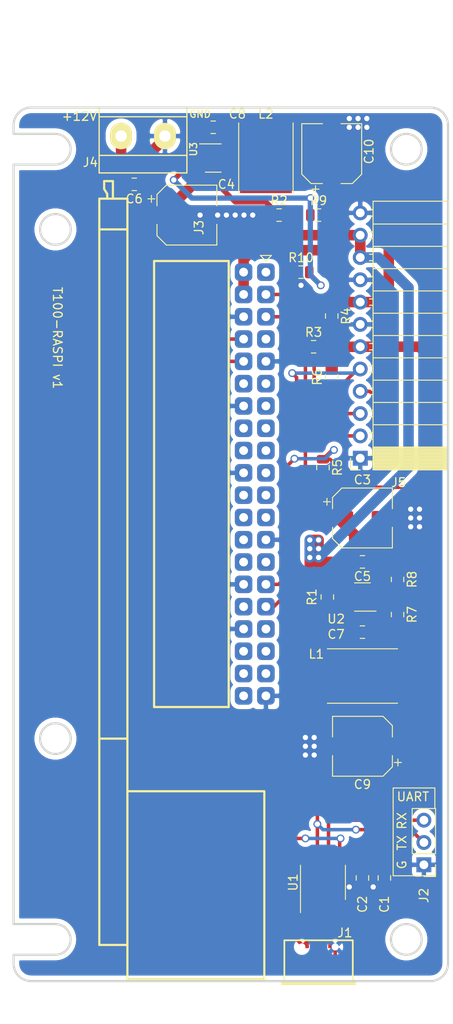
<source format=kicad_pcb>
(kicad_pcb (version 20171130) (host pcbnew 5.1.5+dfsg1-2build2)

  (general
    (thickness 1.6)
    (drawings 38)
    (tracks 302)
    (zones 0)
    (modules 30)
    (nets 49)
  )

  (page A4)
  (layers
    (0 F.Cu signal)
    (31 B.Cu signal)
    (32 B.Adhes user)
    (33 F.Adhes user)
    (34 B.Paste user)
    (35 F.Paste user)
    (36 B.SilkS user)
    (37 F.SilkS user)
    (38 B.Mask user)
    (39 F.Mask user)
    (40 Dwgs.User user)
    (41 Cmts.User user)
    (42 Eco1.User user)
    (43 Eco2.User user)
    (44 Edge.Cuts user)
    (45 Margin user)
    (46 B.CrtYd user)
    (47 F.CrtYd user)
    (48 B.Fab user hide)
    (49 F.Fab user hide)
  )

  (setup
    (last_trace_width 1.2)
    (user_trace_width 0.6)
    (user_trace_width 1.2)
    (user_trace_width 2)
    (trace_clearance 0.2)
    (zone_clearance 0.508)
    (zone_45_only no)
    (trace_min 0.2)
    (via_size 0.8)
    (via_drill 0.4)
    (via_min_size 0.4)
    (via_min_drill 0.3)
    (user_via 0.9 0.6)
    (uvia_size 0.3)
    (uvia_drill 0.1)
    (uvias_allowed no)
    (uvia_min_size 0.2)
    (uvia_min_drill 0.1)
    (edge_width 0.05)
    (segment_width 0.2)
    (pcb_text_width 0.3)
    (pcb_text_size 1.5 1.5)
    (mod_edge_width 0.12)
    (mod_text_size 1 1)
    (mod_text_width 0.15)
    (pad_size 1.524 1.524)
    (pad_drill 0.762)
    (pad_to_mask_clearance 0.051)
    (solder_mask_min_width 0.25)
    (aux_axis_origin 0 0)
    (grid_origin 85.02 60.630001)
    (visible_elements FFFFFF7F)
    (pcbplotparams
      (layerselection 0x010fc_ffffffff)
      (usegerberextensions false)
      (usegerberattributes false)
      (usegerberadvancedattributes false)
      (creategerberjobfile false)
      (excludeedgelayer true)
      (linewidth 0.100000)
      (plotframeref false)
      (viasonmask false)
      (mode 1)
      (useauxorigin false)
      (hpglpennumber 1)
      (hpglpenspeed 20)
      (hpglpendiameter 15.000000)
      (psnegative false)
      (psa4output false)
      (plotreference true)
      (plotvalue true)
      (plotinvisibletext false)
      (padsonsilk false)
      (subtractmaskfromsilk false)
      (outputformat 1)
      (mirror false)
      (drillshape 0)
      (scaleselection 1)
      (outputdirectory "gerber"))
  )

  (net 0 "")
  (net 1 GND)
  (net 2 "Net-(C1-Pad1)")
  (net 3 "Net-(C2-Pad1)")
  (net 4 +12V)
  (net 5 "Net-(C7-Pad2)")
  (net 6 "Net-(C7-Pad1)")
  (net 7 "Net-(C8-Pad2)")
  (net 8 "Net-(C8-Pad1)")
  (net 9 +5V)
  (net 10 +3V3)
  (net 11 "Net-(J1-Pad4)")
  (net 12 "Net-(J1-Pad3)")
  (net 13 "Net-(J1-Pad2)")
  (net 14 /MY_RXD)
  (net 15 /MY_TXD)
  (net 16 "Net-(J3-Pad40)")
  (net 17 "Net-(J3-Pad38)")
  (net 18 "Net-(J3-Pad37)")
  (net 19 "Net-(J3-Pad36)")
  (net 20 "Net-(J3-Pad35)")
  (net 21 "Net-(J3-Pad33)")
  (net 22 "Net-(J3-Pad32)")
  (net 23 /TRG)
  (net 24 /IRQ)
  (net 25 "Net-(J3-Pad28)")
  (net 26 "Net-(J3-Pad27)")
  (net 27 "Net-(J3-Pad26)")
  (net 28 "Net-(J3-Pad24)")
  (net 29 "Net-(J3-Pad23)")
  (net 30 "Net-(J3-Pad22)")
  (net 31 "Net-(J3-Pad21)")
  (net 32 "Net-(J3-Pad19)")
  (net 33 "Net-(J3-Pad18)")
  (net 34 "Net-(J3-Pad17)")
  (net 35 "Net-(J3-Pad16)")
  (net 36 "Net-(J3-Pad15)")
  (net 37 "Net-(J3-Pad13)")
  (net 38 "Net-(J3-Pad12)")
  (net 39 "Net-(J3-Pad11)")
  (net 40 "Net-(J3-Pad7)")
  (net 41 /SCL)
  (net 42 /SDA)
  (net 43 "Net-(J3-Pad1)")
  (net 44 "Net-(R1-Pad1)")
  (net 45 "Net-(R2-Pad1)")
  (net 46 "Net-(R7-Pad1)")
  (net 47 "Net-(R10-Pad2)")
  (net 48 "Net-(U1-Pad4)")

  (net_class Default "This is the default net class."
    (clearance 0.2)
    (trace_width 0.4)
    (via_dia 0.8)
    (via_drill 0.4)
    (uvia_dia 0.3)
    (uvia_drill 0.1)
    (add_net +12V)
    (add_net +3V3)
    (add_net +5V)
    (add_net /IRQ)
    (add_net /MY_RXD)
    (add_net /MY_TXD)
    (add_net /SCL)
    (add_net /SDA)
    (add_net /TRG)
    (add_net GND)
    (add_net "Net-(C1-Pad1)")
    (add_net "Net-(C2-Pad1)")
    (add_net "Net-(C7-Pad1)")
    (add_net "Net-(C7-Pad2)")
    (add_net "Net-(C8-Pad1)")
    (add_net "Net-(C8-Pad2)")
    (add_net "Net-(J1-Pad2)")
    (add_net "Net-(J1-Pad3)")
    (add_net "Net-(J1-Pad4)")
    (add_net "Net-(J3-Pad1)")
    (add_net "Net-(J3-Pad11)")
    (add_net "Net-(J3-Pad12)")
    (add_net "Net-(J3-Pad13)")
    (add_net "Net-(J3-Pad15)")
    (add_net "Net-(J3-Pad16)")
    (add_net "Net-(J3-Pad17)")
    (add_net "Net-(J3-Pad18)")
    (add_net "Net-(J3-Pad19)")
    (add_net "Net-(J3-Pad21)")
    (add_net "Net-(J3-Pad22)")
    (add_net "Net-(J3-Pad23)")
    (add_net "Net-(J3-Pad24)")
    (add_net "Net-(J3-Pad26)")
    (add_net "Net-(J3-Pad27)")
    (add_net "Net-(J3-Pad28)")
    (add_net "Net-(J3-Pad32)")
    (add_net "Net-(J3-Pad33)")
    (add_net "Net-(J3-Pad35)")
    (add_net "Net-(J3-Pad36)")
    (add_net "Net-(J3-Pad37)")
    (add_net "Net-(J3-Pad38)")
    (add_net "Net-(J3-Pad40)")
    (add_net "Net-(J3-Pad7)")
    (add_net "Net-(R1-Pad1)")
    (add_net "Net-(R10-Pad2)")
    (add_net "Net-(R2-Pad1)")
    (add_net "Net-(R7-Pad1)")
    (add_net "Net-(U1-Pad4)")
  )

  (module Drake:Raspberry-PI-3-B-vertical (layer F.Cu) (tedit 6008BDCE) (tstamp 6008613C)
    (at 104 69 90)
    (path /6000DA12)
    (fp_text reference J3 (at 5.08 -7.62 90) (layer F.SilkS)
      (effects (font (size 1 1) (thickness 0.15)))
    )
    (fp_text value Raspberry_Pi_2_3 (at -22.86 -7.62 90) (layer F.Fab)
      (effects (font (size 1 1) (thickness 0.15)))
    )
    (fp_line (start -53.130001 -18.98) (end -53.130001 -15.78) (layer F.SilkS) (width 0.254))
    (fp_line (start 4.869999 -18.98) (end 4.869999 -15.78) (layer F.SilkS) (width 0.254))
    (fp_line (start 1.905 0.635) (end 1.27 0) (layer F.SilkS) (width 0.12))
    (fp_line (start 1.905 -0.635) (end 1.905 0.635) (layer F.SilkS) (width 0.12))
    (fp_line (start 1.27 0) (end 1.905 -0.635) (layer F.SilkS) (width 0.12))
    (fp_line (start 9.473553 -18.43) (end 8.916446 -18.08) (layer F.SilkS) (width 0.254))
    (fp_line (start 10.37 -18.43) (end 9.473553 -18.43) (layer F.SilkS) (width 0.254))
    (fp_line (start 10.37 -17.43) (end 10.37 -18.43) (layer F.SilkS) (width 0.254))
    (fp_line (start 10.37 -17.43) (end 8.369999 -17.43) (layer F.SilkS) (width 0.254))
    (fp_line (start 1.269999 -4.24) (end -49.53 -4.24) (layer F.SilkS) (width 0.254))
    (fp_line (start 1.269999 -12.74) (end 1.269999 -4.24) (layer F.SilkS) (width 0.254))
    (fp_line (start -49.53 -12.74) (end 1.269999 -12.74) (layer F.SilkS) (width 0.254))
    (fp_line (start -49.53 -4.24) (end -49.53 -12.74) (layer F.SilkS) (width 0.254))
    (fp_line (start 8.369999 -15.78) (end 8.369999 -18.98) (layer F.SilkS) (width 0.254))
    (fp_line (start -76.63 -15.78) (end -76.63 -18.98) (layer F.SilkS) (width 0.254))
    (fp_line (start -80.523826 -15.78) (end -59.123826 -15.78) (layer F.SilkS) (width 0.254))
    (fp_line (start -80.523826 -0.179999) (end -59.123826 -0.179999) (layer F.SilkS) (width 0.254))
    (fp_line (start -80.523826 -0.179999) (end -80.523826 -15.78) (layer F.SilkS) (width 0.254))
    (fp_line (start -59.123826 -0.179999) (end -59.123826 -15.78) (layer F.SilkS) (width 0.254))
    (fp_line (start -76.63 -15.78) (end 8.369999 -15.78) (layer F.SilkS) (width 0.254))
    (fp_line (start -76.63 -18.98) (end 8.369999 -18.98) (layer F.SilkS) (width 0.254))
    (fp_line (start 8.916446 -18.08) (end 8.369999 -18.08) (layer F.SilkS) (width 0.254))
    (pad 40 thru_hole roundrect (at -48.26 -2.54 90) (size 2 2) (drill 1) (layers *.Cu *.Mask) (roundrect_rratio 0.25)
      (net 16 "Net-(J3-Pad40)"))
    (pad 39 thru_hole roundrect (at -48.26 0 90) (size 2 2) (drill 1) (layers *.Cu *.Mask) (roundrect_rratio 0.25)
      (net 1 GND))
    (pad 38 thru_hole roundrect (at -45.72 -2.54 90) (size 2 2) (drill 1) (layers *.Cu *.Mask) (roundrect_rratio 0.25)
      (net 17 "Net-(J3-Pad38)"))
    (pad 37 thru_hole roundrect (at -45.72 0 90) (size 2 2) (drill 1) (layers *.Cu *.Mask) (roundrect_rratio 0.25)
      (net 18 "Net-(J3-Pad37)"))
    (pad 36 thru_hole roundrect (at -43.18 -2.54 90) (size 2 2) (drill 1) (layers *.Cu *.Mask) (roundrect_rratio 0.25)
      (net 19 "Net-(J3-Pad36)"))
    (pad 35 thru_hole roundrect (at -43.18 0 90) (size 2 2) (drill 1) (layers *.Cu *.Mask) (roundrect_rratio 0.25)
      (net 20 "Net-(J3-Pad35)"))
    (pad 34 thru_hole roundrect (at -40.64 -2.54 90) (size 2 2) (drill 1) (layers *.Cu *.Mask) (roundrect_rratio 0.25)
      (net 1 GND))
    (pad 33 thru_hole roundrect (at -40.64 0 90) (size 2 2) (drill 1) (layers *.Cu *.Mask) (roundrect_rratio 0.25)
      (net 21 "Net-(J3-Pad33)"))
    (pad 32 thru_hole roundrect (at -38.1 -2.54 90) (size 2 2) (drill 1) (layers *.Cu *.Mask) (roundrect_rratio 0.25)
      (net 22 "Net-(J3-Pad32)"))
    (pad 31 thru_hole roundrect (at -38.1 0 90) (size 2 2) (drill 1) (layers *.Cu *.Mask) (roundrect_rratio 0.25)
      (net 23 /TRG))
    (pad 30 thru_hole roundrect (at -35.56 -2.54 90) (size 2 2) (drill 1) (layers *.Cu *.Mask) (roundrect_rratio 0.25)
      (net 1 GND))
    (pad 29 thru_hole roundrect (at -35.56 0 90) (size 2 2) (drill 1) (layers *.Cu *.Mask) (roundrect_rratio 0.25)
      (net 24 /IRQ))
    (pad 28 thru_hole roundrect (at -33.02 -2.54 90) (size 2 2) (drill 1) (layers *.Cu *.Mask) (roundrect_rratio 0.25)
      (net 25 "Net-(J3-Pad28)"))
    (pad 27 thru_hole roundrect (at -33.02 0 90) (size 2 2) (drill 1) (layers *.Cu *.Mask) (roundrect_rratio 0.25)
      (net 26 "Net-(J3-Pad27)"))
    (pad 26 thru_hole roundrect (at -30.48 -2.54 90) (size 2 2) (drill 1) (layers *.Cu *.Mask) (roundrect_rratio 0.25)
      (net 27 "Net-(J3-Pad26)"))
    (pad 25 thru_hole roundrect (at -30.48 0 90) (size 2 2) (drill 1) (layers *.Cu *.Mask) (roundrect_rratio 0.25)
      (net 1 GND))
    (pad 24 thru_hole roundrect (at -27.94 -2.54 90) (size 2 2) (drill 1) (layers *.Cu *.Mask) (roundrect_rratio 0.25)
      (net 28 "Net-(J3-Pad24)"))
    (pad 23 thru_hole roundrect (at -27.94 0 90) (size 2 2) (drill 1) (layers *.Cu *.Mask) (roundrect_rratio 0.25)
      (net 29 "Net-(J3-Pad23)"))
    (pad 22 thru_hole roundrect (at -25.4 -2.54 90) (size 2 2) (drill 1) (layers *.Cu *.Mask) (roundrect_rratio 0.25)
      (net 30 "Net-(J3-Pad22)"))
    (pad 21 thru_hole roundrect (at -25.4 0 90) (size 2 2) (drill 1) (layers *.Cu *.Mask) (roundrect_rratio 0.25)
      (net 31 "Net-(J3-Pad21)"))
    (pad 20 thru_hole roundrect (at -22.86 -2.54 90) (size 2 2) (drill 1) (layers *.Cu *.Mask) (roundrect_rratio 0.25)
      (net 1 GND))
    (pad 19 thru_hole roundrect (at -22.86 0 90) (size 2 2) (drill 1) (layers *.Cu *.Mask) (roundrect_rratio 0.25)
      (net 32 "Net-(J3-Pad19)"))
    (pad 18 thru_hole roundrect (at -20.32 -2.54 90) (size 2 2) (drill 1) (layers *.Cu *.Mask) (roundrect_rratio 0.25)
      (net 33 "Net-(J3-Pad18)"))
    (pad 17 thru_hole roundrect (at -20.32 0 90) (size 2 2) (drill 1) (layers *.Cu *.Mask) (roundrect_rratio 0.25)
      (net 34 "Net-(J3-Pad17)"))
    (pad 16 thru_hole roundrect (at -17.78 -2.54 90) (size 2 2) (drill 1) (layers *.Cu *.Mask) (roundrect_rratio 0.25)
      (net 35 "Net-(J3-Pad16)"))
    (pad 15 thru_hole roundrect (at -17.78 0 90) (size 2 2) (drill 1) (layers *.Cu *.Mask) (roundrect_rratio 0.25)
      (net 36 "Net-(J3-Pad15)"))
    (pad 14 thru_hole roundrect (at -15.24 -2.54 90) (size 2 2) (drill 1) (layers *.Cu *.Mask) (roundrect_rratio 0.25)
      (net 1 GND))
    (pad 13 thru_hole roundrect (at -15.24 0 90) (size 2 2) (drill 1) (layers *.Cu *.Mask) (roundrect_rratio 0.25)
      (net 37 "Net-(J3-Pad13)"))
    (pad 12 thru_hole roundrect (at -12.7 -2.54 90) (size 2 2) (drill 1) (layers *.Cu *.Mask) (roundrect_rratio 0.25)
      (net 38 "Net-(J3-Pad12)"))
    (pad 11 thru_hole roundrect (at -12.7 0 90) (size 2 2) (drill 1) (layers *.Cu *.Mask) (roundrect_rratio 0.25)
      (net 39 "Net-(J3-Pad11)"))
    (pad 10 thru_hole roundrect (at -10.16 -2.54 90) (size 2 2) (drill 1) (layers *.Cu *.Mask) (roundrect_rratio 0.25)
      (net 14 /MY_RXD))
    (pad 9 thru_hole roundrect (at -10.16 0 90) (size 2 2) (drill 1) (layers *.Cu *.Mask) (roundrect_rratio 0.25)
      (net 1 GND))
    (pad 8 thru_hole roundrect (at -7.62 -2.54 90) (size 2 2) (drill 1) (layers *.Cu *.Mask) (roundrect_rratio 0.25)
      (net 15 /MY_TXD))
    (pad 7 thru_hole roundrect (at -7.62 0 90) (size 2 2) (drill 1) (layers *.Cu *.Mask) (roundrect_rratio 0.25)
      (net 40 "Net-(J3-Pad7)"))
    (pad 6 thru_hole roundrect (at -5.08 -2.54 90) (size 2 2) (drill 1) (layers *.Cu *.Mask) (roundrect_rratio 0.25)
      (net 1 GND))
    (pad 5 thru_hole roundrect (at -5.08 0 90) (size 2 2) (drill 1) (layers *.Cu *.Mask) (roundrect_rratio 0.25)
      (net 41 /SCL))
    (pad 4 thru_hole roundrect (at -2.54 -2.54 90) (size 2 2) (drill 1) (layers *.Cu *.Mask) (roundrect_rratio 0.25)
      (net 9 +5V))
    (pad 3 thru_hole roundrect (at -2.54 0 90) (size 2 2) (drill 1) (layers *.Cu *.Mask) (roundrect_rratio 0.25)
      (net 42 /SDA))
    (pad 2 thru_hole roundrect (at 0 -2.54 90) (size 2 2) (drill 1) (layers *.Cu *.Mask) (roundrect_rratio 0.25)
      (net 9 +5V))
    (pad 1 thru_hole roundrect (at 0 0 90) (size 2 2) (drill 1) (layers *.Cu *.Mask) (roundrect_rratio 0.25)
      (net 43 "Net-(J3-Pad1)"))
    (model ${DF_3D}/Raspberry-PI-3-B-vertical.step
      (at (xyz 0 0 0))
      (scale (xyz 1 1 1))
      (rotate (xyz 0 0 0))
    )
  )

  (module Package_TO_SOT_SMD:SOT-23-6 (layer F.Cu) (tedit 5A02FF57) (tstamp 600819FC)
    (at 98 56)
    (descr "6-pin SOT-23 package")
    (tags SOT-23-6)
    (path /60129439)
    (attr smd)
    (fp_text reference U3 (at -2.25 -1 90) (layer F.SilkS)
      (effects (font (size 0.8 0.8) (thickness 0.15)))
    )
    (fp_text value FR8205 (at 0 2.9) (layer F.Fab)
      (effects (font (size 1 1) (thickness 0.15)))
    )
    (fp_line (start 0.9 -1.55) (end 0.9 1.55) (layer F.Fab) (width 0.1))
    (fp_line (start 0.9 1.55) (end -0.9 1.55) (layer F.Fab) (width 0.1))
    (fp_line (start -0.9 -0.9) (end -0.9 1.55) (layer F.Fab) (width 0.1))
    (fp_line (start 0.9 -1.55) (end -0.25 -1.55) (layer F.Fab) (width 0.1))
    (fp_line (start -0.9 -0.9) (end -0.25 -1.55) (layer F.Fab) (width 0.1))
    (fp_line (start -1.9 -1.8) (end -1.9 1.8) (layer F.CrtYd) (width 0.05))
    (fp_line (start -1.9 1.8) (end 1.9 1.8) (layer F.CrtYd) (width 0.05))
    (fp_line (start 1.9 1.8) (end 1.9 -1.8) (layer F.CrtYd) (width 0.05))
    (fp_line (start 1.9 -1.8) (end -1.9 -1.8) (layer F.CrtYd) (width 0.05))
    (fp_line (start 0.9 -1.61) (end -1.55 -1.61) (layer F.SilkS) (width 0.12))
    (fp_line (start -0.9 1.61) (end 0.9 1.61) (layer F.SilkS) (width 0.12))
    (fp_text user %R (at 0 0 90) (layer F.Fab)
      (effects (font (size 0.5 0.5) (thickness 0.075)))
    )
    (pad 5 smd rect (at 1.1 0) (size 1.06 0.65) (layers F.Cu F.Paste F.Mask)
      (net 4 +12V))
    (pad 6 smd rect (at 1.1 -0.95) (size 1.06 0.65) (layers F.Cu F.Paste F.Mask)
      (net 7 "Net-(C8-Pad2)"))
    (pad 4 smd rect (at 1.1 0.95) (size 1.06 0.65) (layers F.Cu F.Paste F.Mask)
      (net 45 "Net-(R2-Pad1)"))
    (pad 3 smd rect (at -1.1 0.95) (size 1.06 0.65) (layers F.Cu F.Paste F.Mask)
      (net 47 "Net-(R10-Pad2)"))
    (pad 2 smd rect (at -1.1 0) (size 1.06 0.65) (layers F.Cu F.Paste F.Mask)
      (net 1 GND))
    (pad 1 smd rect (at -1.1 -0.95) (size 1.06 0.65) (layers F.Cu F.Paste F.Mask)
      (net 8 "Net-(C8-Pad1)"))
    (model ${KISYS3DMOD}/Package_TO_SOT_SMD.3dshapes/SOT-23-6.wrl
      (at (xyz 0 0 0))
      (scale (xyz 1 1 1))
      (rotate (xyz 0 0 0))
    )
  )

  (module Package_TO_SOT_SMD:SOT-23-6 (layer F.Cu) (tedit 5A02FF57) (tstamp 600840B4)
    (at 115 106 180)
    (descr "6-pin SOT-23 package")
    (tags SOT-23-6)
    (path /5CC26308)
    (attr smd)
    (fp_text reference U2 (at 3 -2.5) (layer F.SilkS)
      (effects (font (size 1 1) (thickness 0.15)))
    )
    (fp_text value FR8205 (at 0 2.9) (layer F.Fab)
      (effects (font (size 1 1) (thickness 0.15)))
    )
    (fp_line (start 0.9 -1.55) (end 0.9 1.55) (layer F.Fab) (width 0.1))
    (fp_line (start 0.9 1.55) (end -0.9 1.55) (layer F.Fab) (width 0.1))
    (fp_line (start -0.9 -0.9) (end -0.9 1.55) (layer F.Fab) (width 0.1))
    (fp_line (start 0.9 -1.55) (end -0.25 -1.55) (layer F.Fab) (width 0.1))
    (fp_line (start -0.9 -0.9) (end -0.25 -1.55) (layer F.Fab) (width 0.1))
    (fp_line (start -1.9 -1.8) (end -1.9 1.8) (layer F.CrtYd) (width 0.05))
    (fp_line (start -1.9 1.8) (end 1.9 1.8) (layer F.CrtYd) (width 0.05))
    (fp_line (start 1.9 1.8) (end 1.9 -1.8) (layer F.CrtYd) (width 0.05))
    (fp_line (start 1.9 -1.8) (end -1.9 -1.8) (layer F.CrtYd) (width 0.05))
    (fp_line (start 0.9 -1.61) (end -1.55 -1.61) (layer F.SilkS) (width 0.12))
    (fp_line (start -0.9 1.61) (end 0.9 1.61) (layer F.SilkS) (width 0.12))
    (fp_text user %R (at 0 0 90) (layer F.Fab)
      (effects (font (size 0.5 0.5) (thickness 0.075)))
    )
    (pad 5 smd rect (at 1.1 0 180) (size 1.06 0.65) (layers F.Cu F.Paste F.Mask)
      (net 4 +12V))
    (pad 6 smd rect (at 1.1 -0.95 180) (size 1.06 0.65) (layers F.Cu F.Paste F.Mask)
      (net 5 "Net-(C7-Pad2)"))
    (pad 4 smd rect (at 1.1 0.95 180) (size 1.06 0.65) (layers F.Cu F.Paste F.Mask)
      (net 44 "Net-(R1-Pad1)"))
    (pad 3 smd rect (at -1.1 0.95 180) (size 1.06 0.65) (layers F.Cu F.Paste F.Mask)
      (net 46 "Net-(R7-Pad1)"))
    (pad 2 smd rect (at -1.1 0 180) (size 1.06 0.65) (layers F.Cu F.Paste F.Mask)
      (net 1 GND))
    (pad 1 smd rect (at -1.1 -0.95 180) (size 1.06 0.65) (layers F.Cu F.Paste F.Mask)
      (net 6 "Net-(C7-Pad1)"))
    (model ${KISYS3DMOD}/Package_TO_SOT_SMD.3dshapes/SOT-23-6.wrl
      (at (xyz 0 0 0))
      (scale (xyz 1 1 1))
      (rotate (xyz 0 0 0))
    )
  )

  (module Package_SO:SOIC-8_3.9x4.9mm_P1.27mm (layer F.Cu) (tedit 5D9F72B1) (tstamp 600819D0)
    (at 110.5 138.5 90)
    (descr "SOIC, 8 Pin (JEDEC MS-012AA, https://www.analog.com/media/en/package-pcb-resources/package/pkg_pdf/soic_narrow-r/r_8.pdf), generated with kicad-footprint-generator ipc_gullwing_generator.py")
    (tags "SOIC SO")
    (path /600181C1)
    (attr smd)
    (fp_text reference U1 (at 0 -3.4 90) (layer F.SilkS)
      (effects (font (size 1 1) (thickness 0.15)))
    )
    (fp_text value CH330N (at 0 3.4 90) (layer F.Fab)
      (effects (font (size 1 1) (thickness 0.15)))
    )
    (fp_text user %R (at 0 0 90) (layer F.Fab)
      (effects (font (size 0.98 0.98) (thickness 0.15)))
    )
    (fp_line (start 3.7 -2.7) (end -3.7 -2.7) (layer F.CrtYd) (width 0.05))
    (fp_line (start 3.7 2.7) (end 3.7 -2.7) (layer F.CrtYd) (width 0.05))
    (fp_line (start -3.7 2.7) (end 3.7 2.7) (layer F.CrtYd) (width 0.05))
    (fp_line (start -3.7 -2.7) (end -3.7 2.7) (layer F.CrtYd) (width 0.05))
    (fp_line (start -1.95 -1.475) (end -0.975 -2.45) (layer F.Fab) (width 0.1))
    (fp_line (start -1.95 2.45) (end -1.95 -1.475) (layer F.Fab) (width 0.1))
    (fp_line (start 1.95 2.45) (end -1.95 2.45) (layer F.Fab) (width 0.1))
    (fp_line (start 1.95 -2.45) (end 1.95 2.45) (layer F.Fab) (width 0.1))
    (fp_line (start -0.975 -2.45) (end 1.95 -2.45) (layer F.Fab) (width 0.1))
    (fp_line (start 0 -2.56) (end -3.45 -2.56) (layer F.SilkS) (width 0.12))
    (fp_line (start 0 -2.56) (end 1.95 -2.56) (layer F.SilkS) (width 0.12))
    (fp_line (start 0 2.56) (end -1.95 2.56) (layer F.SilkS) (width 0.12))
    (fp_line (start 0 2.56) (end 1.95 2.56) (layer F.SilkS) (width 0.12))
    (pad 8 smd roundrect (at 2.475 -1.905 90) (size 1.95 0.6) (layers F.Cu F.Paste F.Mask) (roundrect_rratio 0.25)
      (net 3 "Net-(C2-Pad1)"))
    (pad 7 smd roundrect (at 2.475 -0.635 90) (size 1.95 0.6) (layers F.Cu F.Paste F.Mask) (roundrect_rratio 0.25)
      (net 15 /MY_TXD))
    (pad 6 smd roundrect (at 2.475 0.635 90) (size 1.95 0.6) (layers F.Cu F.Paste F.Mask) (roundrect_rratio 0.25)
      (net 14 /MY_RXD))
    (pad 5 smd roundrect (at 2.475 1.905 90) (size 1.95 0.6) (layers F.Cu F.Paste F.Mask) (roundrect_rratio 0.25)
      (net 2 "Net-(C1-Pad1)"))
    (pad 4 smd roundrect (at -2.475 1.905 90) (size 1.95 0.6) (layers F.Cu F.Paste F.Mask) (roundrect_rratio 0.25)
      (net 48 "Net-(U1-Pad4)"))
    (pad 3 smd roundrect (at -2.475 0.635 90) (size 1.95 0.6) (layers F.Cu F.Paste F.Mask) (roundrect_rratio 0.25)
      (net 1 GND))
    (pad 2 smd roundrect (at -2.475 -0.635 90) (size 1.95 0.6) (layers F.Cu F.Paste F.Mask) (roundrect_rratio 0.25)
      (net 13 "Net-(J1-Pad2)"))
    (pad 1 smd roundrect (at -2.475 -1.905 90) (size 1.95 0.6) (layers F.Cu F.Paste F.Mask) (roundrect_rratio 0.25)
      (net 12 "Net-(J1-Pad3)"))
    (model ${KISYS3DMOD}/Package_SO.3dshapes/SOIC-8_3.9x4.9mm_P1.27mm.wrl
      (at (xyz 0 0 0))
      (scale (xyz 1 1 1))
      (rotate (xyz 0 0 0))
    )
  )

  (module Resistor_SMD:R_0805_2012Metric (layer F.Cu) (tedit 5B36C52B) (tstamp 600819B6)
    (at 108 69)
    (descr "Resistor SMD 0805 (2012 Metric), square (rectangular) end terminal, IPC_7351 nominal, (Body size source: https://docs.google.com/spreadsheets/d/1BsfQQcO9C6DZCsRaXUlFlo91Tg2WpOkGARC1WS5S8t0/edit?usp=sharing), generated with kicad-footprint-generator")
    (tags resistor)
    (path /6012942E)
    (attr smd)
    (fp_text reference R10 (at 0 -1.65) (layer F.SilkS)
      (effects (font (size 1 1) (thickness 0.15)))
    )
    (fp_text value "4.22k 1%" (at 0 1.65) (layer F.Fab)
      (effects (font (size 1 1) (thickness 0.15)))
    )
    (fp_text user %R (at 0 0) (layer F.Fab)
      (effects (font (size 0.5 0.5) (thickness 0.08)))
    )
    (fp_line (start 1.68 0.95) (end -1.68 0.95) (layer F.CrtYd) (width 0.05))
    (fp_line (start 1.68 -0.95) (end 1.68 0.95) (layer F.CrtYd) (width 0.05))
    (fp_line (start -1.68 -0.95) (end 1.68 -0.95) (layer F.CrtYd) (width 0.05))
    (fp_line (start -1.68 0.95) (end -1.68 -0.95) (layer F.CrtYd) (width 0.05))
    (fp_line (start -0.258578 0.71) (end 0.258578 0.71) (layer F.SilkS) (width 0.12))
    (fp_line (start -0.258578 -0.71) (end 0.258578 -0.71) (layer F.SilkS) (width 0.12))
    (fp_line (start 1 0.6) (end -1 0.6) (layer F.Fab) (width 0.1))
    (fp_line (start 1 -0.6) (end 1 0.6) (layer F.Fab) (width 0.1))
    (fp_line (start -1 -0.6) (end 1 -0.6) (layer F.Fab) (width 0.1))
    (fp_line (start -1 0.6) (end -1 -0.6) (layer F.Fab) (width 0.1))
    (pad 2 smd roundrect (at 0.9375 0) (size 0.975 1.4) (layers F.Cu F.Paste F.Mask) (roundrect_rratio 0.25)
      (net 47 "Net-(R10-Pad2)"))
    (pad 1 smd roundrect (at -0.9375 0) (size 0.975 1.4) (layers F.Cu F.Paste F.Mask) (roundrect_rratio 0.25)
      (net 1 GND))
    (model ${KISYS3DMOD}/Resistor_SMD.3dshapes/R_0805_2012Metric.wrl
      (at (xyz 0 0 0))
      (scale (xyz 1 1 1))
      (rotate (xyz 0 0 0))
    )
  )

  (module Resistor_SMD:R_0805_2012Metric (layer F.Cu) (tedit 5B36C52B) (tstamp 600819A5)
    (at 110 62.5)
    (descr "Resistor SMD 0805 (2012 Metric), square (rectangular) end terminal, IPC_7351 nominal, (Body size source: https://docs.google.com/spreadsheets/d/1BsfQQcO9C6DZCsRaXUlFlo91Tg2WpOkGARC1WS5S8t0/edit?usp=sharing), generated with kicad-footprint-generator")
    (tags resistor)
    (path /60129428)
    (attr smd)
    (fp_text reference R9 (at 0 -1.65) (layer F.SilkS)
      (effects (font (size 1 1) (thickness 0.15)))
    )
    (fp_text value "30.9k 1%" (at 0 1.65) (layer F.Fab)
      (effects (font (size 1 1) (thickness 0.15)))
    )
    (fp_text user %R (at 0 0) (layer F.Fab)
      (effects (font (size 0.5 0.5) (thickness 0.08)))
    )
    (fp_line (start 1.68 0.95) (end -1.68 0.95) (layer F.CrtYd) (width 0.05))
    (fp_line (start 1.68 -0.95) (end 1.68 0.95) (layer F.CrtYd) (width 0.05))
    (fp_line (start -1.68 -0.95) (end 1.68 -0.95) (layer F.CrtYd) (width 0.05))
    (fp_line (start -1.68 0.95) (end -1.68 -0.95) (layer F.CrtYd) (width 0.05))
    (fp_line (start -0.258578 0.71) (end 0.258578 0.71) (layer F.SilkS) (width 0.12))
    (fp_line (start -0.258578 -0.71) (end 0.258578 -0.71) (layer F.SilkS) (width 0.12))
    (fp_line (start 1 0.6) (end -1 0.6) (layer F.Fab) (width 0.1))
    (fp_line (start 1 -0.6) (end 1 0.6) (layer F.Fab) (width 0.1))
    (fp_line (start -1 -0.6) (end 1 -0.6) (layer F.Fab) (width 0.1))
    (fp_line (start -1 0.6) (end -1 -0.6) (layer F.Fab) (width 0.1))
    (pad 2 smd roundrect (at 0.9375 0) (size 0.975 1.4) (layers F.Cu F.Paste F.Mask) (roundrect_rratio 0.25)
      (net 9 +5V))
    (pad 1 smd roundrect (at -0.9375 0) (size 0.975 1.4) (layers F.Cu F.Paste F.Mask) (roundrect_rratio 0.25)
      (net 47 "Net-(R10-Pad2)"))
    (model ${KISYS3DMOD}/Resistor_SMD.3dshapes/R_0805_2012Metric.wrl
      (at (xyz 0 0 0))
      (scale (xyz 1 1 1))
      (rotate (xyz 0 0 0))
    )
  )

  (module Resistor_SMD:R_0805_2012Metric (layer F.Cu) (tedit 5B36C52B) (tstamp 60084367)
    (at 119 104 270)
    (descr "Resistor SMD 0805 (2012 Metric), square (rectangular) end terminal, IPC_7351 nominal, (Body size source: https://docs.google.com/spreadsheets/d/1BsfQQcO9C6DZCsRaXUlFlo91Tg2WpOkGARC1WS5S8t0/edit?usp=sharing), generated with kicad-footprint-generator")
    (tags resistor)
    (path /5CC6B922)
    (attr smd)
    (fp_text reference R8 (at 0 -1.65 90) (layer F.SilkS)
      (effects (font (size 1 1) (thickness 0.15)))
    )
    (fp_text value "6.65k 1%" (at 0 1.65 90) (layer F.Fab)
      (effects (font (size 1 1) (thickness 0.15)))
    )
    (fp_text user %R (at 0 0 90) (layer F.Fab)
      (effects (font (size 0.5 0.5) (thickness 0.08)))
    )
    (fp_line (start 1.68 0.95) (end -1.68 0.95) (layer F.CrtYd) (width 0.05))
    (fp_line (start 1.68 -0.95) (end 1.68 0.95) (layer F.CrtYd) (width 0.05))
    (fp_line (start -1.68 -0.95) (end 1.68 -0.95) (layer F.CrtYd) (width 0.05))
    (fp_line (start -1.68 0.95) (end -1.68 -0.95) (layer F.CrtYd) (width 0.05))
    (fp_line (start -0.258578 0.71) (end 0.258578 0.71) (layer F.SilkS) (width 0.12))
    (fp_line (start -0.258578 -0.71) (end 0.258578 -0.71) (layer F.SilkS) (width 0.12))
    (fp_line (start 1 0.6) (end -1 0.6) (layer F.Fab) (width 0.1))
    (fp_line (start 1 -0.6) (end 1 0.6) (layer F.Fab) (width 0.1))
    (fp_line (start -1 -0.6) (end 1 -0.6) (layer F.Fab) (width 0.1))
    (fp_line (start -1 0.6) (end -1 -0.6) (layer F.Fab) (width 0.1))
    (pad 2 smd roundrect (at 0.9375 0 270) (size 0.975 1.4) (layers F.Cu F.Paste F.Mask) (roundrect_rratio 0.25)
      (net 46 "Net-(R7-Pad1)"))
    (pad 1 smd roundrect (at -0.9375 0 270) (size 0.975 1.4) (layers F.Cu F.Paste F.Mask) (roundrect_rratio 0.25)
      (net 1 GND))
    (model ${KISYS3DMOD}/Resistor_SMD.3dshapes/R_0805_2012Metric.wrl
      (at (xyz 0 0 0))
      (scale (xyz 1 1 1))
      (rotate (xyz 0 0 0))
    )
  )

  (module Resistor_SMD:R_0805_2012Metric (layer F.Cu) (tedit 5B36C52B) (tstamp 60084337)
    (at 119 108 270)
    (descr "Resistor SMD 0805 (2012 Metric), square (rectangular) end terminal, IPC_7351 nominal, (Body size source: https://docs.google.com/spreadsheets/d/1BsfQQcO9C6DZCsRaXUlFlo91Tg2WpOkGARC1WS5S8t0/edit?usp=sharing), generated with kicad-footprint-generator")
    (tags resistor)
    (path /5CC4FC6C)
    (attr smd)
    (fp_text reference R7 (at 0 -1.65 90) (layer F.SilkS)
      (effects (font (size 1 1) (thickness 0.15)))
    )
    (fp_text value "30k 1%" (at 0 1.65 90) (layer F.Fab)
      (effects (font (size 1 1) (thickness 0.15)))
    )
    (fp_text user %R (at 0 0 90) (layer F.Fab)
      (effects (font (size 0.5 0.5) (thickness 0.08)))
    )
    (fp_line (start 1.68 0.95) (end -1.68 0.95) (layer F.CrtYd) (width 0.05))
    (fp_line (start 1.68 -0.95) (end 1.68 0.95) (layer F.CrtYd) (width 0.05))
    (fp_line (start -1.68 -0.95) (end 1.68 -0.95) (layer F.CrtYd) (width 0.05))
    (fp_line (start -1.68 0.95) (end -1.68 -0.95) (layer F.CrtYd) (width 0.05))
    (fp_line (start -0.258578 0.71) (end 0.258578 0.71) (layer F.SilkS) (width 0.12))
    (fp_line (start -0.258578 -0.71) (end 0.258578 -0.71) (layer F.SilkS) (width 0.12))
    (fp_line (start 1 0.6) (end -1 0.6) (layer F.Fab) (width 0.1))
    (fp_line (start 1 -0.6) (end 1 0.6) (layer F.Fab) (width 0.1))
    (fp_line (start -1 -0.6) (end 1 -0.6) (layer F.Fab) (width 0.1))
    (fp_line (start -1 0.6) (end -1 -0.6) (layer F.Fab) (width 0.1))
    (pad 2 smd roundrect (at 0.9375 0 270) (size 0.975 1.4) (layers F.Cu F.Paste F.Mask) (roundrect_rratio 0.25)
      (net 10 +3V3))
    (pad 1 smd roundrect (at -0.9375 0 270) (size 0.975 1.4) (layers F.Cu F.Paste F.Mask) (roundrect_rratio 0.25)
      (net 46 "Net-(R7-Pad1)"))
    (model ${KISYS3DMOD}/Resistor_SMD.3dshapes/R_0805_2012Metric.wrl
      (at (xyz 0 0 0))
      (scale (xyz 1 1 1))
      (rotate (xyz 0 0 0))
    )
  )

  (module Resistor_SMD:R_0805_2012Metric (layer F.Cu) (tedit 5B36C52B) (tstamp 60081972)
    (at 111.5 80.9375 90)
    (descr "Resistor SMD 0805 (2012 Metric), square (rectangular) end terminal, IPC_7351 nominal, (Body size source: https://docs.google.com/spreadsheets/d/1BsfQQcO9C6DZCsRaXUlFlo91Tg2WpOkGARC1WS5S8t0/edit?usp=sharing), generated with kicad-footprint-generator")
    (tags resistor)
    (path /601FBB84)
    (attr smd)
    (fp_text reference R6 (at 0 -1.65 90) (layer F.SilkS)
      (effects (font (size 1 1) (thickness 0.15)))
    )
    (fp_text value 1K5 (at 0 1.65 90) (layer F.Fab)
      (effects (font (size 1 1) (thickness 0.15)))
    )
    (fp_text user %R (at 0 0 90) (layer F.Fab)
      (effects (font (size 0.5 0.5) (thickness 0.08)))
    )
    (fp_line (start 1.68 0.95) (end -1.68 0.95) (layer F.CrtYd) (width 0.05))
    (fp_line (start 1.68 -0.95) (end 1.68 0.95) (layer F.CrtYd) (width 0.05))
    (fp_line (start -1.68 -0.95) (end 1.68 -0.95) (layer F.CrtYd) (width 0.05))
    (fp_line (start -1.68 0.95) (end -1.68 -0.95) (layer F.CrtYd) (width 0.05))
    (fp_line (start -0.258578 0.71) (end 0.258578 0.71) (layer F.SilkS) (width 0.12))
    (fp_line (start -0.258578 -0.71) (end 0.258578 -0.71) (layer F.SilkS) (width 0.12))
    (fp_line (start 1 0.6) (end -1 0.6) (layer F.Fab) (width 0.1))
    (fp_line (start 1 -0.6) (end 1 0.6) (layer F.Fab) (width 0.1))
    (fp_line (start -1 -0.6) (end 1 -0.6) (layer F.Fab) (width 0.1))
    (fp_line (start -1 0.6) (end -1 -0.6) (layer F.Fab) (width 0.1))
    (pad 2 smd roundrect (at 0.9375 0 90) (size 0.975 1.4) (layers F.Cu F.Paste F.Mask) (roundrect_rratio 0.25)
      (net 10 +3V3))
    (pad 1 smd roundrect (at -0.9375 0 90) (size 0.975 1.4) (layers F.Cu F.Paste F.Mask) (roundrect_rratio 0.25)
      (net 23 /TRG))
    (model ${KISYS3DMOD}/Resistor_SMD.3dshapes/R_0805_2012Metric.wrl
      (at (xyz 0 0 0))
      (scale (xyz 1 1 1))
      (rotate (xyz 0 0 0))
    )
  )

  (module Resistor_SMD:R_0805_2012Metric (layer F.Cu) (tedit 5B36C52B) (tstamp 600840EE)
    (at 110.5 91.25 270)
    (descr "Resistor SMD 0805 (2012 Metric), square (rectangular) end terminal, IPC_7351 nominal, (Body size source: https://docs.google.com/spreadsheets/d/1BsfQQcO9C6DZCsRaXUlFlo91Tg2WpOkGARC1WS5S8t0/edit?usp=sharing), generated with kicad-footprint-generator")
    (tags resistor)
    (path /601F3B32)
    (attr smd)
    (fp_text reference R5 (at 0 -1.65 90) (layer F.SilkS)
      (effects (font (size 1 1) (thickness 0.15)))
    )
    (fp_text value 1K5 (at 0 1.65 90) (layer F.Fab)
      (effects (font (size 1 1) (thickness 0.15)))
    )
    (fp_text user %R (at 0 0 90) (layer F.Fab)
      (effects (font (size 0.5 0.5) (thickness 0.08)))
    )
    (fp_line (start 1.68 0.95) (end -1.68 0.95) (layer F.CrtYd) (width 0.05))
    (fp_line (start 1.68 -0.95) (end 1.68 0.95) (layer F.CrtYd) (width 0.05))
    (fp_line (start -1.68 -0.95) (end 1.68 -0.95) (layer F.CrtYd) (width 0.05))
    (fp_line (start -1.68 0.95) (end -1.68 -0.95) (layer F.CrtYd) (width 0.05))
    (fp_line (start -0.258578 0.71) (end 0.258578 0.71) (layer F.SilkS) (width 0.12))
    (fp_line (start -0.258578 -0.71) (end 0.258578 -0.71) (layer F.SilkS) (width 0.12))
    (fp_line (start 1 0.6) (end -1 0.6) (layer F.Fab) (width 0.1))
    (fp_line (start 1 -0.6) (end 1 0.6) (layer F.Fab) (width 0.1))
    (fp_line (start -1 -0.6) (end 1 -0.6) (layer F.Fab) (width 0.1))
    (fp_line (start -1 0.6) (end -1 -0.6) (layer F.Fab) (width 0.1))
    (pad 2 smd roundrect (at 0.9375 0 270) (size 0.975 1.4) (layers F.Cu F.Paste F.Mask) (roundrect_rratio 0.25)
      (net 10 +3V3))
    (pad 1 smd roundrect (at -0.9375 0 270) (size 0.975 1.4) (layers F.Cu F.Paste F.Mask) (roundrect_rratio 0.25)
      (net 24 /IRQ))
    (model ${KISYS3DMOD}/Resistor_SMD.3dshapes/R_0805_2012Metric.wrl
      (at (xyz 0 0 0))
      (scale (xyz 1 1 1))
      (rotate (xyz 0 0 0))
    )
  )

  (module Resistor_SMD:R_0805_2012Metric (layer F.Cu) (tedit 5B36C52B) (tstamp 6008411E)
    (at 111.5 74 270)
    (descr "Resistor SMD 0805 (2012 Metric), square (rectangular) end terminal, IPC_7351 nominal, (Body size source: https://docs.google.com/spreadsheets/d/1BsfQQcO9C6DZCsRaXUlFlo91Tg2WpOkGARC1WS5S8t0/edit?usp=sharing), generated with kicad-footprint-generator")
    (tags resistor)
    (path /601D8A79)
    (attr smd)
    (fp_text reference R4 (at 0 -1.65 90) (layer F.SilkS)
      (effects (font (size 1 1) (thickness 0.15)))
    )
    (fp_text value 1K5 (at 0 1.65 90) (layer F.Fab)
      (effects (font (size 1 1) (thickness 0.15)))
    )
    (fp_text user %R (at 0 0 90) (layer F.Fab)
      (effects (font (size 0.5 0.5) (thickness 0.08)))
    )
    (fp_line (start 1.68 0.95) (end -1.68 0.95) (layer F.CrtYd) (width 0.05))
    (fp_line (start 1.68 -0.95) (end 1.68 0.95) (layer F.CrtYd) (width 0.05))
    (fp_line (start -1.68 -0.95) (end 1.68 -0.95) (layer F.CrtYd) (width 0.05))
    (fp_line (start -1.68 0.95) (end -1.68 -0.95) (layer F.CrtYd) (width 0.05))
    (fp_line (start -0.258578 0.71) (end 0.258578 0.71) (layer F.SilkS) (width 0.12))
    (fp_line (start -0.258578 -0.71) (end 0.258578 -0.71) (layer F.SilkS) (width 0.12))
    (fp_line (start 1 0.6) (end -1 0.6) (layer F.Fab) (width 0.1))
    (fp_line (start 1 -0.6) (end 1 0.6) (layer F.Fab) (width 0.1))
    (fp_line (start -1 -0.6) (end 1 -0.6) (layer F.Fab) (width 0.1))
    (fp_line (start -1 0.6) (end -1 -0.6) (layer F.Fab) (width 0.1))
    (pad 2 smd roundrect (at 0.9375 0 270) (size 0.975 1.4) (layers F.Cu F.Paste F.Mask) (roundrect_rratio 0.25)
      (net 10 +3V3))
    (pad 1 smd roundrect (at -0.9375 0 270) (size 0.975 1.4) (layers F.Cu F.Paste F.Mask) (roundrect_rratio 0.25)
      (net 42 /SDA))
    (model ${KISYS3DMOD}/Resistor_SMD.3dshapes/R_0805_2012Metric.wrl
      (at (xyz 0 0 0))
      (scale (xyz 1 1 1))
      (rotate (xyz 0 0 0))
    )
  )

  (module Resistor_SMD:R_0805_2012Metric (layer F.Cu) (tedit 5B36C52B) (tstamp 6008414E)
    (at 109.4375 77.5)
    (descr "Resistor SMD 0805 (2012 Metric), square (rectangular) end terminal, IPC_7351 nominal, (Body size source: https://docs.google.com/spreadsheets/d/1BsfQQcO9C6DZCsRaXUlFlo91Tg2WpOkGARC1WS5S8t0/edit?usp=sharing), generated with kicad-footprint-generator")
    (tags resistor)
    (path /601D14C9)
    (attr smd)
    (fp_text reference R3 (at 0 -1.65) (layer F.SilkS)
      (effects (font (size 1 1) (thickness 0.15)))
    )
    (fp_text value 1K5 (at 0 1.65) (layer F.Fab)
      (effects (font (size 1 1) (thickness 0.15)))
    )
    (fp_text user %R (at 0 0) (layer F.Fab)
      (effects (font (size 0.5 0.5) (thickness 0.08)))
    )
    (fp_line (start 1.68 0.95) (end -1.68 0.95) (layer F.CrtYd) (width 0.05))
    (fp_line (start 1.68 -0.95) (end 1.68 0.95) (layer F.CrtYd) (width 0.05))
    (fp_line (start -1.68 -0.95) (end 1.68 -0.95) (layer F.CrtYd) (width 0.05))
    (fp_line (start -1.68 0.95) (end -1.68 -0.95) (layer F.CrtYd) (width 0.05))
    (fp_line (start -0.258578 0.71) (end 0.258578 0.71) (layer F.SilkS) (width 0.12))
    (fp_line (start -0.258578 -0.71) (end 0.258578 -0.71) (layer F.SilkS) (width 0.12))
    (fp_line (start 1 0.6) (end -1 0.6) (layer F.Fab) (width 0.1))
    (fp_line (start 1 -0.6) (end 1 0.6) (layer F.Fab) (width 0.1))
    (fp_line (start -1 -0.6) (end 1 -0.6) (layer F.Fab) (width 0.1))
    (fp_line (start -1 0.6) (end -1 -0.6) (layer F.Fab) (width 0.1))
    (pad 2 smd roundrect (at 0.9375 0) (size 0.975 1.4) (layers F.Cu F.Paste F.Mask) (roundrect_rratio 0.25)
      (net 10 +3V3))
    (pad 1 smd roundrect (at -0.9375 0) (size 0.975 1.4) (layers F.Cu F.Paste F.Mask) (roundrect_rratio 0.25)
      (net 41 /SCL))
    (model ${KISYS3DMOD}/Resistor_SMD.3dshapes/R_0805_2012Metric.wrl
      (at (xyz 0 0 0))
      (scale (xyz 1 1 1))
      (rotate (xyz 0 0 0))
    )
  )

  (module Resistor_SMD:R_0805_2012Metric (layer F.Cu) (tedit 5B36C52B) (tstamp 6008192E)
    (at 105.5 62.5)
    (descr "Resistor SMD 0805 (2012 Metric), square (rectangular) end terminal, IPC_7351 nominal, (Body size source: https://docs.google.com/spreadsheets/d/1BsfQQcO9C6DZCsRaXUlFlo91Tg2WpOkGARC1WS5S8t0/edit?usp=sharing), generated with kicad-footprint-generator")
    (tags resistor)
    (path /6012940B)
    (attr smd)
    (fp_text reference R2 (at 0 -1.65) (layer F.SilkS)
      (effects (font (size 1 1) (thickness 0.15)))
    )
    (fp_text value 100k (at 0 1.65) (layer F.Fab)
      (effects (font (size 1 1) (thickness 0.15)))
    )
    (fp_text user %R (at 0 0) (layer F.Fab)
      (effects (font (size 0.5 0.5) (thickness 0.08)))
    )
    (fp_line (start 1.68 0.95) (end -1.68 0.95) (layer F.CrtYd) (width 0.05))
    (fp_line (start 1.68 -0.95) (end 1.68 0.95) (layer F.CrtYd) (width 0.05))
    (fp_line (start -1.68 -0.95) (end 1.68 -0.95) (layer F.CrtYd) (width 0.05))
    (fp_line (start -1.68 0.95) (end -1.68 -0.95) (layer F.CrtYd) (width 0.05))
    (fp_line (start -0.258578 0.71) (end 0.258578 0.71) (layer F.SilkS) (width 0.12))
    (fp_line (start -0.258578 -0.71) (end 0.258578 -0.71) (layer F.SilkS) (width 0.12))
    (fp_line (start 1 0.6) (end -1 0.6) (layer F.Fab) (width 0.1))
    (fp_line (start 1 -0.6) (end 1 0.6) (layer F.Fab) (width 0.1))
    (fp_line (start -1 -0.6) (end 1 -0.6) (layer F.Fab) (width 0.1))
    (fp_line (start -1 0.6) (end -1 -0.6) (layer F.Fab) (width 0.1))
    (pad 2 smd roundrect (at 0.9375 0) (size 0.975 1.4) (layers F.Cu F.Paste F.Mask) (roundrect_rratio 0.25)
      (net 4 +12V))
    (pad 1 smd roundrect (at -0.9375 0) (size 0.975 1.4) (layers F.Cu F.Paste F.Mask) (roundrect_rratio 0.25)
      (net 45 "Net-(R2-Pad1)"))
    (model ${KISYS3DMOD}/Resistor_SMD.3dshapes/R_0805_2012Metric.wrl
      (at (xyz 0 0 0))
      (scale (xyz 1 1 1))
      (rotate (xyz 0 0 0))
    )
  )

  (module Resistor_SMD:R_0805_2012Metric (layer F.Cu) (tedit 5B36C52B) (tstamp 6008191D)
    (at 111 106 270)
    (descr "Resistor SMD 0805 (2012 Metric), square (rectangular) end terminal, IPC_7351 nominal, (Body size source: https://docs.google.com/spreadsheets/d/1BsfQQcO9C6DZCsRaXUlFlo91Tg2WpOkGARC1WS5S8t0/edit?usp=sharing), generated with kicad-footprint-generator")
    (tags resistor)
    (path /5CC3BF06)
    (attr smd)
    (fp_text reference R1 (at 0 1.75 90) (layer F.SilkS)
      (effects (font (size 1 1) (thickness 0.15)))
    )
    (fp_text value 100k (at 0 1.65 90) (layer F.Fab)
      (effects (font (size 1 1) (thickness 0.15)))
    )
    (fp_text user %R (at 0 0 90) (layer F.Fab)
      (effects (font (size 0.5 0.5) (thickness 0.08)))
    )
    (fp_line (start 1.68 0.95) (end -1.68 0.95) (layer F.CrtYd) (width 0.05))
    (fp_line (start 1.68 -0.95) (end 1.68 0.95) (layer F.CrtYd) (width 0.05))
    (fp_line (start -1.68 -0.95) (end 1.68 -0.95) (layer F.CrtYd) (width 0.05))
    (fp_line (start -1.68 0.95) (end -1.68 -0.95) (layer F.CrtYd) (width 0.05))
    (fp_line (start -0.258578 0.71) (end 0.258578 0.71) (layer F.SilkS) (width 0.12))
    (fp_line (start -0.258578 -0.71) (end 0.258578 -0.71) (layer F.SilkS) (width 0.12))
    (fp_line (start 1 0.6) (end -1 0.6) (layer F.Fab) (width 0.1))
    (fp_line (start 1 -0.6) (end 1 0.6) (layer F.Fab) (width 0.1))
    (fp_line (start -1 -0.6) (end 1 -0.6) (layer F.Fab) (width 0.1))
    (fp_line (start -1 0.6) (end -1 -0.6) (layer F.Fab) (width 0.1))
    (pad 2 smd roundrect (at 0.9375 0 270) (size 0.975 1.4) (layers F.Cu F.Paste F.Mask) (roundrect_rratio 0.25)
      (net 4 +12V))
    (pad 1 smd roundrect (at -0.9375 0 270) (size 0.975 1.4) (layers F.Cu F.Paste F.Mask) (roundrect_rratio 0.25)
      (net 44 "Net-(R1-Pad1)"))
    (model ${KISYS3DMOD}/Resistor_SMD.3dshapes/R_0805_2012Metric.wrl
      (at (xyz 0 0 0))
      (scale (xyz 1 1 1))
      (rotate (xyz 0 0 0))
    )
  )

  (module Drake:CKCS6028 (layer F.Cu) (tedit 6005FB71) (tstamp 6008190C)
    (at 104 56 270)
    (descr "Inductor, Taiyo Yuden, NR series, Taiyo-Yuden_NR-60xx, 6.0mmx6.0mm")
    (tags "inductor taiyo-yuden nr smd")
    (path /60129420)
    (attr smd)
    (fp_text reference L2 (at -5 0 180) (layer F.SilkS)
      (effects (font (size 1 1) (thickness 0.15)))
    )
    (fp_text value 6.8uH (at 0 4.5 90) (layer F.Fab)
      (effects (font (size 1 1) (thickness 0.15)))
    )
    (fp_line (start 4.25 -3.25) (end -4.25 -3.25) (layer F.CrtYd) (width 0.05))
    (fp_line (start 4.25 3.25) (end 4.25 -3.25) (layer F.CrtYd) (width 0.05))
    (fp_line (start -4.25 3.25) (end 4.25 3.25) (layer F.CrtYd) (width 0.05))
    (fp_line (start -4.25 -3.25) (end -4.25 3.25) (layer F.CrtYd) (width 0.05))
    (fp_line (start -4 3.1) (end 4 3.1) (layer F.SilkS) (width 0.12))
    (fp_line (start -4 -3.1) (end 4 -3.1) (layer F.SilkS) (width 0.12))
    (fp_line (start -2 3) (end 0 3) (layer F.Fab) (width 0.1))
    (fp_line (start -3 2) (end -2 3) (layer F.Fab) (width 0.1))
    (fp_line (start -3 0) (end -3 2) (layer F.Fab) (width 0.1))
    (fp_line (start 2 3) (end 0 3) (layer F.Fab) (width 0.1))
    (fp_line (start 3 2) (end 2 3) (layer F.Fab) (width 0.1))
    (fp_line (start 3 0) (end 3 2) (layer F.Fab) (width 0.1))
    (fp_line (start 2 -3) (end 0 -3) (layer F.Fab) (width 0.1))
    (fp_line (start 3 -2) (end 2 -3) (layer F.Fab) (width 0.1))
    (fp_line (start 3 0) (end 3 -2) (layer F.Fab) (width 0.1))
    (fp_line (start -2 -3) (end 0 -3) (layer F.Fab) (width 0.1))
    (fp_line (start -3 -2) (end -2 -3) (layer F.Fab) (width 0.1))
    (fp_line (start -3 0) (end -3 -2) (layer F.Fab) (width 0.1))
    (fp_text user %R (at 0 0 90) (layer F.Fab)
      (effects (font (size 1 1) (thickness 0.15)))
    )
    (pad 2 smd rect (at 2.775 0 270) (size 2.45 5.9) (layers F.Cu F.Paste F.Mask)
      (net 9 +5V))
    (pad 1 smd rect (at -2.775 0 270) (size 2.45 5.9) (layers F.Cu F.Paste F.Mask)
      (net 7 "Net-(C8-Pad2)"))
    (model ${DF_3D}/CKCS6028.step
      (at (xyz 0 0 0))
      (scale (xyz 1 1 1))
      (rotate (xyz 0 0 0))
    )
  )

  (module Drake:CKCS6028 (layer F.Cu) (tedit 6005FB71) (tstamp 60084186)
    (at 115 115)
    (descr "Inductor, Taiyo Yuden, NR series, Taiyo-Yuden_NR-60xx, 6.0mmx6.0mm")
    (tags "inductor taiyo-yuden nr smd")
    (path /5CC48C37)
    (attr smd)
    (fp_text reference L1 (at -5.25 -2.5) (layer F.SilkS)
      (effects (font (size 1 1) (thickness 0.15)))
    )
    (fp_text value 6.8uH (at 0 4.5) (layer F.Fab)
      (effects (font (size 1 1) (thickness 0.15)))
    )
    (fp_line (start 4.25 -3.25) (end -4.25 -3.25) (layer F.CrtYd) (width 0.05))
    (fp_line (start 4.25 3.25) (end 4.25 -3.25) (layer F.CrtYd) (width 0.05))
    (fp_line (start -4.25 3.25) (end 4.25 3.25) (layer F.CrtYd) (width 0.05))
    (fp_line (start -4.25 -3.25) (end -4.25 3.25) (layer F.CrtYd) (width 0.05))
    (fp_line (start -4 3.1) (end 4 3.1) (layer F.SilkS) (width 0.12))
    (fp_line (start -4 -3.1) (end 4 -3.1) (layer F.SilkS) (width 0.12))
    (fp_line (start -2 3) (end 0 3) (layer F.Fab) (width 0.1))
    (fp_line (start -3 2) (end -2 3) (layer F.Fab) (width 0.1))
    (fp_line (start -3 0) (end -3 2) (layer F.Fab) (width 0.1))
    (fp_line (start 2 3) (end 0 3) (layer F.Fab) (width 0.1))
    (fp_line (start 3 2) (end 2 3) (layer F.Fab) (width 0.1))
    (fp_line (start 3 0) (end 3 2) (layer F.Fab) (width 0.1))
    (fp_line (start 2 -3) (end 0 -3) (layer F.Fab) (width 0.1))
    (fp_line (start 3 -2) (end 2 -3) (layer F.Fab) (width 0.1))
    (fp_line (start 3 0) (end 3 -2) (layer F.Fab) (width 0.1))
    (fp_line (start -2 -3) (end 0 -3) (layer F.Fab) (width 0.1))
    (fp_line (start -3 -2) (end -2 -3) (layer F.Fab) (width 0.1))
    (fp_line (start -3 0) (end -3 -2) (layer F.Fab) (width 0.1))
    (fp_text user %R (at 0 0) (layer F.Fab)
      (effects (font (size 1 1) (thickness 0.15)))
    )
    (pad 2 smd rect (at 2.775 0) (size 2.45 5.9) (layers F.Cu F.Paste F.Mask)
      (net 10 +3V3))
    (pad 1 smd rect (at -2.775 0) (size 2.45 5.9) (layers F.Cu F.Paste F.Mask)
      (net 5 "Net-(C7-Pad2)"))
    (model ${DF_3D}/CKCS6028.step
      (at (xyz 0 0 0))
      (scale (xyz 1 1 1))
      (rotate (xyz 0 0 0))
    )
  )

  (module Connector_PinSocket_2.54mm:PinSocket_1x12_P2.54mm_Horizontal locked (layer F.Cu) (tedit 5A19A41E) (tstamp 60084231)
    (at 114.75 90.19 180)
    (descr "Through hole angled socket strip, 1x12, 2.54mm pitch, 8.51mm socket length, single row (from Kicad 4.0.7), script generated")
    (tags "Through hole angled socket strip THT 1x12 2.54mm single row")
    (path /601332C1)
    (fp_text reference J5 (at -4.38 -2.77) (layer F.SilkS)
      (effects (font (size 1 1) (thickness 0.15)))
    )
    (fp_text value T100-OUT (at -4.38 30.71) (layer F.Fab)
      (effects (font (size 1 1) (thickness 0.15)))
    )
    (fp_text user %R (at -5.775 13.97 90) (layer F.Fab)
      (effects (font (size 1 1) (thickness 0.15)))
    )
    (fp_line (start 1.75 29.75) (end 1.75 -1.75) (layer F.CrtYd) (width 0.05))
    (fp_line (start -10.55 29.75) (end 1.75 29.75) (layer F.CrtYd) (width 0.05))
    (fp_line (start -10.55 -1.75) (end -10.55 29.75) (layer F.CrtYd) (width 0.05))
    (fp_line (start 1.75 -1.75) (end -10.55 -1.75) (layer F.CrtYd) (width 0.05))
    (fp_line (start 0 -1.33) (end 1.11 -1.33) (layer F.SilkS) (width 0.12))
    (fp_line (start 1.11 -1.33) (end 1.11 0) (layer F.SilkS) (width 0.12))
    (fp_line (start -10.09 -1.33) (end -10.09 29.27) (layer F.SilkS) (width 0.12))
    (fp_line (start -10.09 29.27) (end -1.46 29.27) (layer F.SilkS) (width 0.12))
    (fp_line (start -1.46 -1.33) (end -1.46 29.27) (layer F.SilkS) (width 0.12))
    (fp_line (start -10.09 -1.33) (end -1.46 -1.33) (layer F.SilkS) (width 0.12))
    (fp_line (start -10.09 26.67) (end -1.46 26.67) (layer F.SilkS) (width 0.12))
    (fp_line (start -10.09 24.13) (end -1.46 24.13) (layer F.SilkS) (width 0.12))
    (fp_line (start -10.09 21.59) (end -1.46 21.59) (layer F.SilkS) (width 0.12))
    (fp_line (start -10.09 19.05) (end -1.46 19.05) (layer F.SilkS) (width 0.12))
    (fp_line (start -10.09 16.51) (end -1.46 16.51) (layer F.SilkS) (width 0.12))
    (fp_line (start -10.09 13.97) (end -1.46 13.97) (layer F.SilkS) (width 0.12))
    (fp_line (start -10.09 11.43) (end -1.46 11.43) (layer F.SilkS) (width 0.12))
    (fp_line (start -10.09 8.89) (end -1.46 8.89) (layer F.SilkS) (width 0.12))
    (fp_line (start -10.09 6.35) (end -1.46 6.35) (layer F.SilkS) (width 0.12))
    (fp_line (start -10.09 3.81) (end -1.46 3.81) (layer F.SilkS) (width 0.12))
    (fp_line (start -10.09 1.27) (end -1.46 1.27) (layer F.SilkS) (width 0.12))
    (fp_line (start -1.46 28.3) (end -1.05 28.3) (layer F.SilkS) (width 0.12))
    (fp_line (start -1.46 27.58) (end -1.05 27.58) (layer F.SilkS) (width 0.12))
    (fp_line (start -1.46 25.76) (end -1.05 25.76) (layer F.SilkS) (width 0.12))
    (fp_line (start -1.46 25.04) (end -1.05 25.04) (layer F.SilkS) (width 0.12))
    (fp_line (start -1.46 23.22) (end -1.05 23.22) (layer F.SilkS) (width 0.12))
    (fp_line (start -1.46 22.5) (end -1.05 22.5) (layer F.SilkS) (width 0.12))
    (fp_line (start -1.46 20.68) (end -1.05 20.68) (layer F.SilkS) (width 0.12))
    (fp_line (start -1.46 19.96) (end -1.05 19.96) (layer F.SilkS) (width 0.12))
    (fp_line (start -1.46 18.14) (end -1.05 18.14) (layer F.SilkS) (width 0.12))
    (fp_line (start -1.46 17.42) (end -1.05 17.42) (layer F.SilkS) (width 0.12))
    (fp_line (start -1.46 15.6) (end -1.05 15.6) (layer F.SilkS) (width 0.12))
    (fp_line (start -1.46 14.88) (end -1.05 14.88) (layer F.SilkS) (width 0.12))
    (fp_line (start -1.46 13.06) (end -1.05 13.06) (layer F.SilkS) (width 0.12))
    (fp_line (start -1.46 12.34) (end -1.05 12.34) (layer F.SilkS) (width 0.12))
    (fp_line (start -1.46 10.52) (end -1.05 10.52) (layer F.SilkS) (width 0.12))
    (fp_line (start -1.46 9.8) (end -1.05 9.8) (layer F.SilkS) (width 0.12))
    (fp_line (start -1.46 7.98) (end -1.05 7.98) (layer F.SilkS) (width 0.12))
    (fp_line (start -1.46 7.26) (end -1.05 7.26) (layer F.SilkS) (width 0.12))
    (fp_line (start -1.46 5.44) (end -1.05 5.44) (layer F.SilkS) (width 0.12))
    (fp_line (start -1.46 4.72) (end -1.05 4.72) (layer F.SilkS) (width 0.12))
    (fp_line (start -1.46 2.9) (end -1.05 2.9) (layer F.SilkS) (width 0.12))
    (fp_line (start -1.46 2.18) (end -1.05 2.18) (layer F.SilkS) (width 0.12))
    (fp_line (start -1.46 0.36) (end -1.11 0.36) (layer F.SilkS) (width 0.12))
    (fp_line (start -1.46 -0.36) (end -1.11 -0.36) (layer F.SilkS) (width 0.12))
    (fp_line (start -10.09 1.1519) (end -1.46 1.1519) (layer F.SilkS) (width 0.12))
    (fp_line (start -10.09 1.033805) (end -1.46 1.033805) (layer F.SilkS) (width 0.12))
    (fp_line (start -10.09 0.91571) (end -1.46 0.91571) (layer F.SilkS) (width 0.12))
    (fp_line (start -10.09 0.797615) (end -1.46 0.797615) (layer F.SilkS) (width 0.12))
    (fp_line (start -10.09 0.67952) (end -1.46 0.67952) (layer F.SilkS) (width 0.12))
    (fp_line (start -10.09 0.561425) (end -1.46 0.561425) (layer F.SilkS) (width 0.12))
    (fp_line (start -10.09 0.44333) (end -1.46 0.44333) (layer F.SilkS) (width 0.12))
    (fp_line (start -10.09 0.325235) (end -1.46 0.325235) (layer F.SilkS) (width 0.12))
    (fp_line (start -10.09 0.20714) (end -1.46 0.20714) (layer F.SilkS) (width 0.12))
    (fp_line (start -10.09 0.089045) (end -1.46 0.089045) (layer F.SilkS) (width 0.12))
    (fp_line (start -10.09 -0.02905) (end -1.46 -0.02905) (layer F.SilkS) (width 0.12))
    (fp_line (start -10.09 -0.147145) (end -1.46 -0.147145) (layer F.SilkS) (width 0.12))
    (fp_line (start -10.09 -0.26524) (end -1.46 -0.26524) (layer F.SilkS) (width 0.12))
    (fp_line (start -10.09 -0.383335) (end -1.46 -0.383335) (layer F.SilkS) (width 0.12))
    (fp_line (start -10.09 -0.50143) (end -1.46 -0.50143) (layer F.SilkS) (width 0.12))
    (fp_line (start -10.09 -0.619525) (end -1.46 -0.619525) (layer F.SilkS) (width 0.12))
    (fp_line (start -10.09 -0.73762) (end -1.46 -0.73762) (layer F.SilkS) (width 0.12))
    (fp_line (start -10.09 -0.855715) (end -1.46 -0.855715) (layer F.SilkS) (width 0.12))
    (fp_line (start -10.09 -0.97381) (end -1.46 -0.97381) (layer F.SilkS) (width 0.12))
    (fp_line (start -10.09 -1.091905) (end -1.46 -1.091905) (layer F.SilkS) (width 0.12))
    (fp_line (start -10.09 -1.21) (end -1.46 -1.21) (layer F.SilkS) (width 0.12))
    (fp_line (start 0 28.24) (end 0 27.64) (layer F.Fab) (width 0.1))
    (fp_line (start -1.52 28.24) (end 0 28.24) (layer F.Fab) (width 0.1))
    (fp_line (start 0 27.64) (end -1.52 27.64) (layer F.Fab) (width 0.1))
    (fp_line (start 0 25.7) (end 0 25.1) (layer F.Fab) (width 0.1))
    (fp_line (start -1.52 25.7) (end 0 25.7) (layer F.Fab) (width 0.1))
    (fp_line (start 0 25.1) (end -1.52 25.1) (layer F.Fab) (width 0.1))
    (fp_line (start 0 23.16) (end 0 22.56) (layer F.Fab) (width 0.1))
    (fp_line (start -1.52 23.16) (end 0 23.16) (layer F.Fab) (width 0.1))
    (fp_line (start 0 22.56) (end -1.52 22.56) (layer F.Fab) (width 0.1))
    (fp_line (start 0 20.62) (end 0 20.02) (layer F.Fab) (width 0.1))
    (fp_line (start -1.52 20.62) (end 0 20.62) (layer F.Fab) (width 0.1))
    (fp_line (start 0 20.02) (end -1.52 20.02) (layer F.Fab) (width 0.1))
    (fp_line (start 0 18.08) (end 0 17.48) (layer F.Fab) (width 0.1))
    (fp_line (start -1.52 18.08) (end 0 18.08) (layer F.Fab) (width 0.1))
    (fp_line (start 0 17.48) (end -1.52 17.48) (layer F.Fab) (width 0.1))
    (fp_line (start 0 15.54) (end 0 14.94) (layer F.Fab) (width 0.1))
    (fp_line (start -1.52 15.54) (end 0 15.54) (layer F.Fab) (width 0.1))
    (fp_line (start 0 14.94) (end -1.52 14.94) (layer F.Fab) (width 0.1))
    (fp_line (start 0 13) (end 0 12.4) (layer F.Fab) (width 0.1))
    (fp_line (start -1.52 13) (end 0 13) (layer F.Fab) (width 0.1))
    (fp_line (start 0 12.4) (end -1.52 12.4) (layer F.Fab) (width 0.1))
    (fp_line (start 0 10.46) (end 0 9.86) (layer F.Fab) (width 0.1))
    (fp_line (start -1.52 10.46) (end 0 10.46) (layer F.Fab) (width 0.1))
    (fp_line (start 0 9.86) (end -1.52 9.86) (layer F.Fab) (width 0.1))
    (fp_line (start 0 7.92) (end 0 7.32) (layer F.Fab) (width 0.1))
    (fp_line (start -1.52 7.92) (end 0 7.92) (layer F.Fab) (width 0.1))
    (fp_line (start 0 7.32) (end -1.52 7.32) (layer F.Fab) (width 0.1))
    (fp_line (start 0 5.38) (end 0 4.78) (layer F.Fab) (width 0.1))
    (fp_line (start -1.52 5.38) (end 0 5.38) (layer F.Fab) (width 0.1))
    (fp_line (start 0 4.78) (end -1.52 4.78) (layer F.Fab) (width 0.1))
    (fp_line (start 0 2.84) (end 0 2.24) (layer F.Fab) (width 0.1))
    (fp_line (start -1.52 2.84) (end 0 2.84) (layer F.Fab) (width 0.1))
    (fp_line (start 0 2.24) (end -1.52 2.24) (layer F.Fab) (width 0.1))
    (fp_line (start 0 0.3) (end 0 -0.3) (layer F.Fab) (width 0.1))
    (fp_line (start -1.52 0.3) (end 0 0.3) (layer F.Fab) (width 0.1))
    (fp_line (start 0 -0.3) (end -1.52 -0.3) (layer F.Fab) (width 0.1))
    (fp_line (start -10.03 29.21) (end -10.03 -1.27) (layer F.Fab) (width 0.1))
    (fp_line (start -1.52 29.21) (end -10.03 29.21) (layer F.Fab) (width 0.1))
    (fp_line (start -1.52 -0.3) (end -1.52 29.21) (layer F.Fab) (width 0.1))
    (fp_line (start -2.49 -1.27) (end -1.52 -0.3) (layer F.Fab) (width 0.1))
    (fp_line (start -10.03 -1.27) (end -2.49 -1.27) (layer F.Fab) (width 0.1))
    (pad 12 thru_hole oval (at 0 27.94 180) (size 1.7 1.7) (drill 1) (layers *.Cu *.Mask)
      (net 1 GND))
    (pad 11 thru_hole oval (at 0 25.4 180) (size 1.7 1.7) (drill 1) (layers *.Cu *.Mask)
      (net 4 +12V))
    (pad 10 thru_hole oval (at 0 22.86 180) (size 1.7 1.7) (drill 1) (layers *.Cu *.Mask)
      (net 4 +12V))
    (pad 9 thru_hole oval (at 0 20.32 180) (size 1.7 1.7) (drill 1) (layers *.Cu *.Mask)
      (net 1 GND))
    (pad 8 thru_hole oval (at 0 17.78 180) (size 1.7 1.7) (drill 1) (layers *.Cu *.Mask)
      (net 9 +5V))
    (pad 7 thru_hole oval (at 0 15.24 180) (size 1.7 1.7) (drill 1) (layers *.Cu *.Mask)
      (net 1 GND))
    (pad 6 thru_hole oval (at 0 12.7 180) (size 1.7 1.7) (drill 1) (layers *.Cu *.Mask)
      (net 10 +3V3))
    (pad 5 thru_hole oval (at 0 10.16 180) (size 1.7 1.7) (drill 1) (layers *.Cu *.Mask)
      (net 23 /TRG))
    (pad 4 thru_hole oval (at 0 7.62 180) (size 1.7 1.7) (drill 1) (layers *.Cu *.Mask)
      (net 24 /IRQ))
    (pad 3 thru_hole oval (at 0 5.08 180) (size 1.7 1.7) (drill 1) (layers *.Cu *.Mask)
      (net 42 /SDA))
    (pad 2 thru_hole oval (at 0 2.54 180) (size 1.7 1.7) (drill 1) (layers *.Cu *.Mask)
      (net 41 /SCL))
    (pad 1 thru_hole rect (at 0 0 180) (size 1.7 1.7) (drill 1) (layers *.Cu *.Mask)
      (net 1 GND))
    (model ${KISYS3DMOD}/Connector_PinSocket_2.54mm.3dshapes/PinSocket_1x12_P2.54mm_Horizontal.wrl
      (at (xyz 0 0 0))
      (scale (xyz 1 1 1))
      (rotate (xyz 0 0 0))
    )
  )

  (module Drake:DG301-5.0-02 (layer F.Cu) (tedit 5777CD9F) (tstamp 6008BA47)
    (at 92.5 53.5 180)
    (path /6000F96B)
    (fp_text reference J4 (at 8.5 -3) (layer F.SilkS)
      (effects (font (size 1 1) (thickness 0.15)))
    )
    (fp_text value 12V (at 0 -5.4) (layer F.Fab)
      (effects (font (size 1 1) (thickness 0.15)))
    )
    (fp_line (start -2.5 -4.2) (end 7.5 -4.2) (layer F.SilkS) (width 0.15))
    (fp_line (start 7.5 -4.2) (end 7.5 3.2) (layer F.SilkS) (width 0.15))
    (fp_line (start 7.5 3.2) (end -2.5 3.2) (layer F.SilkS) (width 0.15))
    (fp_line (start -2.5 3.2) (end -2.5 -4.2) (layer F.SilkS) (width 0.15))
    (fp_line (start -2.5 -2.2) (end 7.5 -2.2) (layer F.SilkS) (width 0.15))
    (fp_line (start -2.5 2.2) (end 7.5 2.2) (layer F.SilkS) (width 0.15))
    (pad 2 thru_hole oval (at 5 0 180) (size 2.5 3) (drill 1.3) (layers *.Cu *.Mask F.SilkS)
      (net 4 +12V))
    (pad 1 thru_hole oval (at 0 0 180) (size 2.5 3) (drill 1.3) (layers *.Cu *.Mask F.SilkS)
      (net 1 GND))
    (model ${DF_3D}/DG301-5.0-02.step
      (at (xyz 0 0 0))
      (scale (xyz 1 1 1))
      (rotate (xyz 0 0 0))
    )
  )

  (module Connector_PinHeader_2.54mm:PinHeader_1x03_P2.54mm_Vertical (layer F.Cu) (tedit 59FED5CC) (tstamp 60081812)
    (at 122 136.5 180)
    (descr "Through hole straight pin header, 1x03, 2.54mm pitch, single row")
    (tags "Through hole pin header THT 1x03 2.54mm single row")
    (path /6003C3F7)
    (fp_text reference J2 (at 0 -3.5 90) (layer F.SilkS)
      (effects (font (size 1 1) (thickness 0.15)))
    )
    (fp_text value UART (at 0 7.41) (layer F.Fab)
      (effects (font (size 1 1) (thickness 0.15)))
    )
    (fp_text user %R (at 0 2.54 90) (layer F.Fab)
      (effects (font (size 1 1) (thickness 0.15)))
    )
    (fp_line (start 1.8 -1.8) (end -1.8 -1.8) (layer F.CrtYd) (width 0.05))
    (fp_line (start 1.8 6.85) (end 1.8 -1.8) (layer F.CrtYd) (width 0.05))
    (fp_line (start -1.8 6.85) (end 1.8 6.85) (layer F.CrtYd) (width 0.05))
    (fp_line (start -1.8 -1.8) (end -1.8 6.85) (layer F.CrtYd) (width 0.05))
    (fp_line (start -1.33 -1.33) (end 0 -1.33) (layer F.SilkS) (width 0.12))
    (fp_line (start -1.33 0) (end -1.33 -1.33) (layer F.SilkS) (width 0.12))
    (fp_line (start -1.33 1.27) (end 1.33 1.27) (layer F.SilkS) (width 0.12))
    (fp_line (start 1.33 1.27) (end 1.33 6.41) (layer F.SilkS) (width 0.12))
    (fp_line (start -1.33 1.27) (end -1.33 6.41) (layer F.SilkS) (width 0.12))
    (fp_line (start -1.33 6.41) (end 1.33 6.41) (layer F.SilkS) (width 0.12))
    (fp_line (start -1.27 -0.635) (end -0.635 -1.27) (layer F.Fab) (width 0.1))
    (fp_line (start -1.27 6.35) (end -1.27 -0.635) (layer F.Fab) (width 0.1))
    (fp_line (start 1.27 6.35) (end -1.27 6.35) (layer F.Fab) (width 0.1))
    (fp_line (start 1.27 -1.27) (end 1.27 6.35) (layer F.Fab) (width 0.1))
    (fp_line (start -0.635 -1.27) (end 1.27 -1.27) (layer F.Fab) (width 0.1))
    (pad 3 thru_hole oval (at 0 5.08 180) (size 1.7 1.7) (drill 1) (layers *.Cu *.Mask)
      (net 14 /MY_RXD))
    (pad 2 thru_hole oval (at 0 2.54 180) (size 1.7 1.7) (drill 1) (layers *.Cu *.Mask)
      (net 15 /MY_TXD))
    (pad 1 thru_hole rect (at 0 0 180) (size 1.7 1.7) (drill 1) (layers *.Cu *.Mask)
      (net 1 GND))
    (model ${KISYS3DMOD}/Connector_PinHeader_2.54mm.3dshapes/PinHeader_1x03_P2.54mm_Vertical.wrl
      (at (xyz 0 0 0))
      (scale (xyz 1 1 1))
      (rotate (xyz 0 0 0))
    )
  )

  (module Drake:conn_usb_B_micro_smd-2 (layer F.Cu) (tedit 5CBF3AB5) (tstamp 600817FB)
    (at 110 148)
    (descr "USB B micro SMD connector with retention pins")
    (path /6003CBE2)
    (fp_text reference J1 (at 3 -3.75) (layer F.SilkS)
      (effects (font (size 1 1) (thickness 0.15)))
    )
    (fp_text value USB_B_Micro (at 2.54 -3.81) (layer F.SilkS) hide
      (effects (font (size 0.50038 0.50038) (thickness 0.09906)))
    )
    (fp_line (start 3.8989 -2.90068) (end 3.8989 2.10058) (layer F.SilkS) (width 0.20066))
    (fp_line (start -3.8989 -2.90068) (end 3.8989 -2.90068) (layer F.SilkS) (width 0.20066))
    (fp_line (start -3.8989 2.10058) (end -3.8989 -2.90068) (layer F.SilkS) (width 0.20066))
    (fp_line (start -4.20116 1.89992) (end -4.20116 2.10058) (layer F.SilkS) (width 0.20066))
    (fp_line (start 4.20116 1.89992) (end -4.20116 1.89992) (layer F.SilkS) (width 0.20066))
    (fp_line (start 4.20116 2.10058) (end 4.20116 1.89992) (layer F.SilkS) (width 0.20066))
    (fp_line (start -4.20116 2.10058) (end 4.20116 2.10058) (layer F.SilkS) (width 0.20066))
    (fp_line (start -4.20116 1.99898) (end 4.20116 1.99898) (layer F.SilkS) (width 0.20066))
    (pad 1 thru_hole circle (at -1.89992 -2.14884) (size 0.79756 0.79756) (drill 0.79756) (layers *.Cu *.Mask F.SilkS)
      (net 2 "Net-(C1-Pad1)"))
    (pad 5 thru_hole circle (at 1.89738 -2.1463) (size 0.79756 0.79756) (drill 0.79756) (layers *.Cu *.Mask F.SilkS)
      (net 1 GND))
    (pad 5 smd rect (at 1.30048 -3) (size 0.39878 2) (layers F.Cu F.Paste F.Mask)
      (net 1 GND))
    (pad 4 smd rect (at 0.6477 -3) (size 0.39878 2) (layers F.Cu F.Paste F.Mask)
      (net 11 "Net-(J1-Pad4)"))
    (pad 3 smd rect (at 0 -3) (size 0.39878 2) (layers F.Cu F.Paste F.Mask)
      (net 12 "Net-(J1-Pad3)"))
    (pad 2 smd rect (at -0.6477 -3) (size 0.39878 2) (layers F.Cu F.Paste F.Mask)
      (net 13 "Net-(J1-Pad2)"))
    (pad 1 smd rect (at -1.30048 -3) (size 0.39878 2) (layers F.Cu F.Paste F.Mask)
      (net 2 "Net-(C1-Pad1)"))
    (pad 6 smd rect (at -3.9497 0) (size 1.89738 1.89738) (layers F.Cu F.Paste F.Mask)
      (net 1 GND))
    (pad 6 smd rect (at 3.9497 0) (size 1.89738 1.89738) (layers F.Cu F.Paste F.Mask)
      (net 1 GND))
    (pad 6 smd rect (at 1.19888 0) (size 1.89738 1.89738) (layers F.Cu F.Paste F.Mask)
      (net 1 GND))
    (pad 6 smd rect (at -1.19888 0) (size 1.89738 1.89738) (layers F.Cu F.Paste F.Mask)
      (net 1 GND))
    (model ${DF_3D}/conn_usb_B_micro_smd-2.step
      (at (xyz 0 0 0))
      (scale (xyz 1 1 1))
      (rotate (xyz 0 0 0))
    )
  )

  (module Capacitor_SMD:CP_Elec_6.3x5.4 (layer F.Cu) (tedit 5BCA39D0) (tstamp 60089765)
    (at 111.5 55.5 90)
    (descr "SMD capacitor, aluminum electrolytic, Panasonic C55, 6.3x5.4mm")
    (tags "capacitor electrolytic")
    (path /60129449)
    (attr smd)
    (fp_text reference C10 (at 0.25 4.25 90) (layer F.SilkS)
      (effects (font (size 1 1) (thickness 0.15)))
    )
    (fp_text value 100u/12V (at 0 4.35 90) (layer F.Fab)
      (effects (font (size 1 1) (thickness 0.15)))
    )
    (fp_text user %R (at 0 0 90) (layer F.Fab)
      (effects (font (size 1 1) (thickness 0.15)))
    )
    (fp_line (start -4.8 1.05) (end -3.55 1.05) (layer F.CrtYd) (width 0.05))
    (fp_line (start -4.8 -1.05) (end -4.8 1.05) (layer F.CrtYd) (width 0.05))
    (fp_line (start -3.55 -1.05) (end -4.8 -1.05) (layer F.CrtYd) (width 0.05))
    (fp_line (start -3.55 1.05) (end -3.55 2.4) (layer F.CrtYd) (width 0.05))
    (fp_line (start -3.55 -2.4) (end -3.55 -1.05) (layer F.CrtYd) (width 0.05))
    (fp_line (start -3.55 -2.4) (end -2.4 -3.55) (layer F.CrtYd) (width 0.05))
    (fp_line (start -3.55 2.4) (end -2.4 3.55) (layer F.CrtYd) (width 0.05))
    (fp_line (start -2.4 -3.55) (end 3.55 -3.55) (layer F.CrtYd) (width 0.05))
    (fp_line (start -2.4 3.55) (end 3.55 3.55) (layer F.CrtYd) (width 0.05))
    (fp_line (start 3.55 1.05) (end 3.55 3.55) (layer F.CrtYd) (width 0.05))
    (fp_line (start 4.8 1.05) (end 3.55 1.05) (layer F.CrtYd) (width 0.05))
    (fp_line (start 4.8 -1.05) (end 4.8 1.05) (layer F.CrtYd) (width 0.05))
    (fp_line (start 3.55 -1.05) (end 4.8 -1.05) (layer F.CrtYd) (width 0.05))
    (fp_line (start 3.55 -3.55) (end 3.55 -1.05) (layer F.CrtYd) (width 0.05))
    (fp_line (start -4.04375 -2.24125) (end -4.04375 -1.45375) (layer F.SilkS) (width 0.12))
    (fp_line (start -4.4375 -1.8475) (end -3.65 -1.8475) (layer F.SilkS) (width 0.12))
    (fp_line (start -3.41 2.345563) (end -2.345563 3.41) (layer F.SilkS) (width 0.12))
    (fp_line (start -3.41 -2.345563) (end -2.345563 -3.41) (layer F.SilkS) (width 0.12))
    (fp_line (start -3.41 -2.345563) (end -3.41 -1.06) (layer F.SilkS) (width 0.12))
    (fp_line (start -3.41 2.345563) (end -3.41 1.06) (layer F.SilkS) (width 0.12))
    (fp_line (start -2.345563 3.41) (end 3.41 3.41) (layer F.SilkS) (width 0.12))
    (fp_line (start -2.345563 -3.41) (end 3.41 -3.41) (layer F.SilkS) (width 0.12))
    (fp_line (start 3.41 -3.41) (end 3.41 -1.06) (layer F.SilkS) (width 0.12))
    (fp_line (start 3.41 3.41) (end 3.41 1.06) (layer F.SilkS) (width 0.12))
    (fp_line (start -2.389838 -1.645) (end -2.389838 -1.015) (layer F.Fab) (width 0.1))
    (fp_line (start -2.704838 -1.33) (end -2.074838 -1.33) (layer F.Fab) (width 0.1))
    (fp_line (start -3.3 2.3) (end -2.3 3.3) (layer F.Fab) (width 0.1))
    (fp_line (start -3.3 -2.3) (end -2.3 -3.3) (layer F.Fab) (width 0.1))
    (fp_line (start -3.3 -2.3) (end -3.3 2.3) (layer F.Fab) (width 0.1))
    (fp_line (start -2.3 3.3) (end 3.3 3.3) (layer F.Fab) (width 0.1))
    (fp_line (start -2.3 -3.3) (end 3.3 -3.3) (layer F.Fab) (width 0.1))
    (fp_line (start 3.3 -3.3) (end 3.3 3.3) (layer F.Fab) (width 0.1))
    (fp_circle (center 0 0) (end 3.15 0) (layer F.Fab) (width 0.1))
    (pad 2 smd roundrect (at 2.8 0 90) (size 3.5 1.6) (layers F.Cu F.Paste F.Mask) (roundrect_rratio 0.15625)
      (net 1 GND))
    (pad 1 smd roundrect (at -2.8 0 90) (size 3.5 1.6) (layers F.Cu F.Paste F.Mask) (roundrect_rratio 0.15625)
      (net 9 +5V))
    (model ${KISYS3DMOD}/Capacitor_SMD.3dshapes/CP_Elec_6.3x5.4.wrl
      (at (xyz 0 0 0))
      (scale (xyz 1 1 1))
      (rotate (xyz 0 0 0))
    )
  )

  (module Capacitor_SMD:CP_Elec_6.3x5.4 (layer F.Cu) (tedit 5BCA39D0) (tstamp 600817BC)
    (at 115 123 180)
    (descr "SMD capacitor, aluminum electrolytic, Panasonic C55, 6.3x5.4mm")
    (tags "capacitor electrolytic")
    (path /5CC90415)
    (attr smd)
    (fp_text reference C9 (at 0 -4.35) (layer F.SilkS)
      (effects (font (size 1 1) (thickness 0.15)))
    )
    (fp_text value 100u/12V (at 0 4.35) (layer F.Fab)
      (effects (font (size 1 1) (thickness 0.15)))
    )
    (fp_text user %R (at 0 0) (layer F.Fab)
      (effects (font (size 1 1) (thickness 0.15)))
    )
    (fp_line (start -4.8 1.05) (end -3.55 1.05) (layer F.CrtYd) (width 0.05))
    (fp_line (start -4.8 -1.05) (end -4.8 1.05) (layer F.CrtYd) (width 0.05))
    (fp_line (start -3.55 -1.05) (end -4.8 -1.05) (layer F.CrtYd) (width 0.05))
    (fp_line (start -3.55 1.05) (end -3.55 2.4) (layer F.CrtYd) (width 0.05))
    (fp_line (start -3.55 -2.4) (end -3.55 -1.05) (layer F.CrtYd) (width 0.05))
    (fp_line (start -3.55 -2.4) (end -2.4 -3.55) (layer F.CrtYd) (width 0.05))
    (fp_line (start -3.55 2.4) (end -2.4 3.55) (layer F.CrtYd) (width 0.05))
    (fp_line (start -2.4 -3.55) (end 3.55 -3.55) (layer F.CrtYd) (width 0.05))
    (fp_line (start -2.4 3.55) (end 3.55 3.55) (layer F.CrtYd) (width 0.05))
    (fp_line (start 3.55 1.05) (end 3.55 3.55) (layer F.CrtYd) (width 0.05))
    (fp_line (start 4.8 1.05) (end 3.55 1.05) (layer F.CrtYd) (width 0.05))
    (fp_line (start 4.8 -1.05) (end 4.8 1.05) (layer F.CrtYd) (width 0.05))
    (fp_line (start 3.55 -1.05) (end 4.8 -1.05) (layer F.CrtYd) (width 0.05))
    (fp_line (start 3.55 -3.55) (end 3.55 -1.05) (layer F.CrtYd) (width 0.05))
    (fp_line (start -4.04375 -2.24125) (end -4.04375 -1.45375) (layer F.SilkS) (width 0.12))
    (fp_line (start -4.4375 -1.8475) (end -3.65 -1.8475) (layer F.SilkS) (width 0.12))
    (fp_line (start -3.41 2.345563) (end -2.345563 3.41) (layer F.SilkS) (width 0.12))
    (fp_line (start -3.41 -2.345563) (end -2.345563 -3.41) (layer F.SilkS) (width 0.12))
    (fp_line (start -3.41 -2.345563) (end -3.41 -1.06) (layer F.SilkS) (width 0.12))
    (fp_line (start -3.41 2.345563) (end -3.41 1.06) (layer F.SilkS) (width 0.12))
    (fp_line (start -2.345563 3.41) (end 3.41 3.41) (layer F.SilkS) (width 0.12))
    (fp_line (start -2.345563 -3.41) (end 3.41 -3.41) (layer F.SilkS) (width 0.12))
    (fp_line (start 3.41 -3.41) (end 3.41 -1.06) (layer F.SilkS) (width 0.12))
    (fp_line (start 3.41 3.41) (end 3.41 1.06) (layer F.SilkS) (width 0.12))
    (fp_line (start -2.389838 -1.645) (end -2.389838 -1.015) (layer F.Fab) (width 0.1))
    (fp_line (start -2.704838 -1.33) (end -2.074838 -1.33) (layer F.Fab) (width 0.1))
    (fp_line (start -3.3 2.3) (end -2.3 3.3) (layer F.Fab) (width 0.1))
    (fp_line (start -3.3 -2.3) (end -2.3 -3.3) (layer F.Fab) (width 0.1))
    (fp_line (start -3.3 -2.3) (end -3.3 2.3) (layer F.Fab) (width 0.1))
    (fp_line (start -2.3 3.3) (end 3.3 3.3) (layer F.Fab) (width 0.1))
    (fp_line (start -2.3 -3.3) (end 3.3 -3.3) (layer F.Fab) (width 0.1))
    (fp_line (start 3.3 -3.3) (end 3.3 3.3) (layer F.Fab) (width 0.1))
    (fp_circle (center 0 0) (end 3.15 0) (layer F.Fab) (width 0.1))
    (pad 2 smd roundrect (at 2.8 0 180) (size 3.5 1.6) (layers F.Cu F.Paste F.Mask) (roundrect_rratio 0.15625)
      (net 1 GND))
    (pad 1 smd roundrect (at -2.8 0 180) (size 3.5 1.6) (layers F.Cu F.Paste F.Mask) (roundrect_rratio 0.15625)
      (net 10 +3V3))
    (model ${KISYS3DMOD}/Capacitor_SMD.3dshapes/CP_Elec_6.3x5.4.wrl
      (at (xyz 0 0 0))
      (scale (xyz 1 1 1))
      (rotate (xyz 0 0 0))
    )
  )

  (module Capacitor_SMD:C_0805_2012Metric (layer F.Cu) (tedit 5B36C52B) (tstamp 60081794)
    (at 98 52.5)
    (descr "Capacitor SMD 0805 (2012 Metric), square (rectangular) end terminal, IPC_7351 nominal, (Body size source: https://docs.google.com/spreadsheets/d/1BsfQQcO9C6DZCsRaXUlFlo91Tg2WpOkGARC1WS5S8t0/edit?usp=sharing), generated with kicad-footprint-generator")
    (tags capacitor)
    (path /60129411)
    (attr smd)
    (fp_text reference C8 (at 2.75 -1.5) (layer F.SilkS)
      (effects (font (size 1 1) (thickness 0.15)))
    )
    (fp_text value 100n (at 0 1.65) (layer F.Fab)
      (effects (font (size 1 1) (thickness 0.15)))
    )
    (fp_text user %R (at 0 0) (layer F.Fab)
      (effects (font (size 0.5 0.5) (thickness 0.08)))
    )
    (fp_line (start 1.68 0.95) (end -1.68 0.95) (layer F.CrtYd) (width 0.05))
    (fp_line (start 1.68 -0.95) (end 1.68 0.95) (layer F.CrtYd) (width 0.05))
    (fp_line (start -1.68 -0.95) (end 1.68 -0.95) (layer F.CrtYd) (width 0.05))
    (fp_line (start -1.68 0.95) (end -1.68 -0.95) (layer F.CrtYd) (width 0.05))
    (fp_line (start -0.258578 0.71) (end 0.258578 0.71) (layer F.SilkS) (width 0.12))
    (fp_line (start -0.258578 -0.71) (end 0.258578 -0.71) (layer F.SilkS) (width 0.12))
    (fp_line (start 1 0.6) (end -1 0.6) (layer F.Fab) (width 0.1))
    (fp_line (start 1 -0.6) (end 1 0.6) (layer F.Fab) (width 0.1))
    (fp_line (start -1 -0.6) (end 1 -0.6) (layer F.Fab) (width 0.1))
    (fp_line (start -1 0.6) (end -1 -0.6) (layer F.Fab) (width 0.1))
    (pad 2 smd roundrect (at 0.9375 0) (size 0.975 1.4) (layers F.Cu F.Paste F.Mask) (roundrect_rratio 0.25)
      (net 7 "Net-(C8-Pad2)"))
    (pad 1 smd roundrect (at -0.9375 0) (size 0.975 1.4) (layers F.Cu F.Paste F.Mask) (roundrect_rratio 0.25)
      (net 8 "Net-(C8-Pad1)"))
    (model ${KISYS3DMOD}/Capacitor_SMD.3dshapes/C_0805_2012Metric.wrl
      (at (xyz 0 0 0))
      (scale (xyz 1 1 1))
      (rotate (xyz 0 0 0))
    )
  )

  (module Capacitor_SMD:C_0805_2012Metric (layer F.Cu) (tedit 5B36C52B) (tstamp 60084397)
    (at 115 110 180)
    (descr "Capacitor SMD 0805 (2012 Metric), square (rectangular) end terminal, IPC_7351 nominal, (Body size source: https://docs.google.com/spreadsheets/d/1BsfQQcO9C6DZCsRaXUlFlo91Tg2WpOkGARC1WS5S8t0/edit?usp=sharing), generated with kicad-footprint-generator")
    (tags capacitor)
    (path /5CC3BFCE)
    (attr smd)
    (fp_text reference C7 (at 3 -0.25) (layer F.SilkS)
      (effects (font (size 1 1) (thickness 0.15)))
    )
    (fp_text value 100n (at 0 1.65) (layer F.Fab)
      (effects (font (size 1 1) (thickness 0.15)))
    )
    (fp_text user %R (at 0 0) (layer F.Fab)
      (effects (font (size 0.5 0.5) (thickness 0.08)))
    )
    (fp_line (start 1.68 0.95) (end -1.68 0.95) (layer F.CrtYd) (width 0.05))
    (fp_line (start 1.68 -0.95) (end 1.68 0.95) (layer F.CrtYd) (width 0.05))
    (fp_line (start -1.68 -0.95) (end 1.68 -0.95) (layer F.CrtYd) (width 0.05))
    (fp_line (start -1.68 0.95) (end -1.68 -0.95) (layer F.CrtYd) (width 0.05))
    (fp_line (start -0.258578 0.71) (end 0.258578 0.71) (layer F.SilkS) (width 0.12))
    (fp_line (start -0.258578 -0.71) (end 0.258578 -0.71) (layer F.SilkS) (width 0.12))
    (fp_line (start 1 0.6) (end -1 0.6) (layer F.Fab) (width 0.1))
    (fp_line (start 1 -0.6) (end 1 0.6) (layer F.Fab) (width 0.1))
    (fp_line (start -1 -0.6) (end 1 -0.6) (layer F.Fab) (width 0.1))
    (fp_line (start -1 0.6) (end -1 -0.6) (layer F.Fab) (width 0.1))
    (pad 2 smd roundrect (at 0.9375 0 180) (size 0.975 1.4) (layers F.Cu F.Paste F.Mask) (roundrect_rratio 0.25)
      (net 5 "Net-(C7-Pad2)"))
    (pad 1 smd roundrect (at -0.9375 0 180) (size 0.975 1.4) (layers F.Cu F.Paste F.Mask) (roundrect_rratio 0.25)
      (net 6 "Net-(C7-Pad1)"))
    (model ${KISYS3DMOD}/Capacitor_SMD.3dshapes/C_0805_2012Metric.wrl
      (at (xyz 0 0 0))
      (scale (xyz 1 1 1))
      (rotate (xyz 0 0 0))
    )
  )

  (module Capacitor_SMD:C_0805_2012Metric (layer F.Cu) (tedit 5B36C52B) (tstamp 60081772)
    (at 89 59 180)
    (descr "Capacitor SMD 0805 (2012 Metric), square (rectangular) end terminal, IPC_7351 nominal, (Body size source: https://docs.google.com/spreadsheets/d/1BsfQQcO9C6DZCsRaXUlFlo91Tg2WpOkGARC1WS5S8t0/edit?usp=sharing), generated with kicad-footprint-generator")
    (tags capacitor)
    (path /601293F8)
    (attr smd)
    (fp_text reference C6 (at 0 -1.65) (layer F.SilkS)
      (effects (font (size 1 1) (thickness 0.15)))
    )
    (fp_text value 100n (at 0 1.65) (layer F.Fab)
      (effects (font (size 1 1) (thickness 0.15)))
    )
    (fp_text user %R (at 0 0) (layer F.Fab)
      (effects (font (size 0.5 0.5) (thickness 0.08)))
    )
    (fp_line (start 1.68 0.95) (end -1.68 0.95) (layer F.CrtYd) (width 0.05))
    (fp_line (start 1.68 -0.95) (end 1.68 0.95) (layer F.CrtYd) (width 0.05))
    (fp_line (start -1.68 -0.95) (end 1.68 -0.95) (layer F.CrtYd) (width 0.05))
    (fp_line (start -1.68 0.95) (end -1.68 -0.95) (layer F.CrtYd) (width 0.05))
    (fp_line (start -0.258578 0.71) (end 0.258578 0.71) (layer F.SilkS) (width 0.12))
    (fp_line (start -0.258578 -0.71) (end 0.258578 -0.71) (layer F.SilkS) (width 0.12))
    (fp_line (start 1 0.6) (end -1 0.6) (layer F.Fab) (width 0.1))
    (fp_line (start 1 -0.6) (end 1 0.6) (layer F.Fab) (width 0.1))
    (fp_line (start -1 -0.6) (end 1 -0.6) (layer F.Fab) (width 0.1))
    (fp_line (start -1 0.6) (end -1 -0.6) (layer F.Fab) (width 0.1))
    (pad 2 smd roundrect (at 0.9375 0 180) (size 0.975 1.4) (layers F.Cu F.Paste F.Mask) (roundrect_rratio 0.25)
      (net 4 +12V))
    (pad 1 smd roundrect (at -0.9375 0 180) (size 0.975 1.4) (layers F.Cu F.Paste F.Mask) (roundrect_rratio 0.25)
      (net 1 GND))
    (model ${KISYS3DMOD}/Capacitor_SMD.3dshapes/C_0805_2012Metric.wrl
      (at (xyz 0 0 0))
      (scale (xyz 1 1 1))
      (rotate (xyz 0 0 0))
    )
  )

  (module Capacitor_SMD:C_0805_2012Metric (layer F.Cu) (tedit 5B36C52B) (tstamp 600843CD)
    (at 115 102 180)
    (descr "Capacitor SMD 0805 (2012 Metric), square (rectangular) end terminal, IPC_7351 nominal, (Body size source: https://docs.google.com/spreadsheets/d/1BsfQQcO9C6DZCsRaXUlFlo91Tg2WpOkGARC1WS5S8t0/edit?usp=sharing), generated with kicad-footprint-generator")
    (tags capacitor)
    (path /5CC2AC38)
    (attr smd)
    (fp_text reference C5 (at 0 -1.65) (layer F.SilkS)
      (effects (font (size 1 1) (thickness 0.15)))
    )
    (fp_text value 100n (at 0 1.65) (layer F.Fab)
      (effects (font (size 1 1) (thickness 0.15)))
    )
    (fp_text user %R (at 0 0) (layer F.Fab)
      (effects (font (size 0.5 0.5) (thickness 0.08)))
    )
    (fp_line (start 1.68 0.95) (end -1.68 0.95) (layer F.CrtYd) (width 0.05))
    (fp_line (start 1.68 -0.95) (end 1.68 0.95) (layer F.CrtYd) (width 0.05))
    (fp_line (start -1.68 -0.95) (end 1.68 -0.95) (layer F.CrtYd) (width 0.05))
    (fp_line (start -1.68 0.95) (end -1.68 -0.95) (layer F.CrtYd) (width 0.05))
    (fp_line (start -0.258578 0.71) (end 0.258578 0.71) (layer F.SilkS) (width 0.12))
    (fp_line (start -0.258578 -0.71) (end 0.258578 -0.71) (layer F.SilkS) (width 0.12))
    (fp_line (start 1 0.6) (end -1 0.6) (layer F.Fab) (width 0.1))
    (fp_line (start 1 -0.6) (end 1 0.6) (layer F.Fab) (width 0.1))
    (fp_line (start -1 -0.6) (end 1 -0.6) (layer F.Fab) (width 0.1))
    (fp_line (start -1 0.6) (end -1 -0.6) (layer F.Fab) (width 0.1))
    (pad 2 smd roundrect (at 0.9375 0 180) (size 0.975 1.4) (layers F.Cu F.Paste F.Mask) (roundrect_rratio 0.25)
      (net 4 +12V))
    (pad 1 smd roundrect (at -0.9375 0 180) (size 0.975 1.4) (layers F.Cu F.Paste F.Mask) (roundrect_rratio 0.25)
      (net 1 GND))
    (model ${KISYS3DMOD}/Capacitor_SMD.3dshapes/C_0805_2012Metric.wrl
      (at (xyz 0 0 0))
      (scale (xyz 1 1 1))
      (rotate (xyz 0 0 0))
    )
  )

  (module Capacitor_SMD:CP_Elec_6.3x5.4 (layer F.Cu) (tedit 5BCA39D0) (tstamp 60081750)
    (at 95 62.5)
    (descr "SMD capacitor, aluminum electrolytic, Panasonic C55, 6.3x5.4mm")
    (tags "capacitor electrolytic")
    (path /601293F2)
    (attr smd)
    (fp_text reference C4 (at 4.5 -3.5) (layer F.SilkS)
      (effects (font (size 1 1) (thickness 0.15)))
    )
    (fp_text value 100u/12V (at 0 4.35) (layer F.Fab)
      (effects (font (size 1 1) (thickness 0.15)))
    )
    (fp_text user %R (at 0 0) (layer F.Fab)
      (effects (font (size 1 1) (thickness 0.15)))
    )
    (fp_line (start -4.8 1.05) (end -3.55 1.05) (layer F.CrtYd) (width 0.05))
    (fp_line (start -4.8 -1.05) (end -4.8 1.05) (layer F.CrtYd) (width 0.05))
    (fp_line (start -3.55 -1.05) (end -4.8 -1.05) (layer F.CrtYd) (width 0.05))
    (fp_line (start -3.55 1.05) (end -3.55 2.4) (layer F.CrtYd) (width 0.05))
    (fp_line (start -3.55 -2.4) (end -3.55 -1.05) (layer F.CrtYd) (width 0.05))
    (fp_line (start -3.55 -2.4) (end -2.4 -3.55) (layer F.CrtYd) (width 0.05))
    (fp_line (start -3.55 2.4) (end -2.4 3.55) (layer F.CrtYd) (width 0.05))
    (fp_line (start -2.4 -3.55) (end 3.55 -3.55) (layer F.CrtYd) (width 0.05))
    (fp_line (start -2.4 3.55) (end 3.55 3.55) (layer F.CrtYd) (width 0.05))
    (fp_line (start 3.55 1.05) (end 3.55 3.55) (layer F.CrtYd) (width 0.05))
    (fp_line (start 4.8 1.05) (end 3.55 1.05) (layer F.CrtYd) (width 0.05))
    (fp_line (start 4.8 -1.05) (end 4.8 1.05) (layer F.CrtYd) (width 0.05))
    (fp_line (start 3.55 -1.05) (end 4.8 -1.05) (layer F.CrtYd) (width 0.05))
    (fp_line (start 3.55 -3.55) (end 3.55 -1.05) (layer F.CrtYd) (width 0.05))
    (fp_line (start -4.04375 -2.24125) (end -4.04375 -1.45375) (layer F.SilkS) (width 0.12))
    (fp_line (start -4.4375 -1.8475) (end -3.65 -1.8475) (layer F.SilkS) (width 0.12))
    (fp_line (start -3.41 2.345563) (end -2.345563 3.41) (layer F.SilkS) (width 0.12))
    (fp_line (start -3.41 -2.345563) (end -2.345563 -3.41) (layer F.SilkS) (width 0.12))
    (fp_line (start -3.41 -2.345563) (end -3.41 -1.06) (layer F.SilkS) (width 0.12))
    (fp_line (start -3.41 2.345563) (end -3.41 1.06) (layer F.SilkS) (width 0.12))
    (fp_line (start -2.345563 3.41) (end 3.41 3.41) (layer F.SilkS) (width 0.12))
    (fp_line (start -2.345563 -3.41) (end 3.41 -3.41) (layer F.SilkS) (width 0.12))
    (fp_line (start 3.41 -3.41) (end 3.41 -1.06) (layer F.SilkS) (width 0.12))
    (fp_line (start 3.41 3.41) (end 3.41 1.06) (layer F.SilkS) (width 0.12))
    (fp_line (start -2.389838 -1.645) (end -2.389838 -1.015) (layer F.Fab) (width 0.1))
    (fp_line (start -2.704838 -1.33) (end -2.074838 -1.33) (layer F.Fab) (width 0.1))
    (fp_line (start -3.3 2.3) (end -2.3 3.3) (layer F.Fab) (width 0.1))
    (fp_line (start -3.3 -2.3) (end -2.3 -3.3) (layer F.Fab) (width 0.1))
    (fp_line (start -3.3 -2.3) (end -3.3 2.3) (layer F.Fab) (width 0.1))
    (fp_line (start -2.3 3.3) (end 3.3 3.3) (layer F.Fab) (width 0.1))
    (fp_line (start -2.3 -3.3) (end 3.3 -3.3) (layer F.Fab) (width 0.1))
    (fp_line (start 3.3 -3.3) (end 3.3 3.3) (layer F.Fab) (width 0.1))
    (fp_circle (center 0 0) (end 3.15 0) (layer F.Fab) (width 0.1))
    (pad 2 smd roundrect (at 2.8 0) (size 3.5 1.6) (layers F.Cu F.Paste F.Mask) (roundrect_rratio 0.15625)
      (net 1 GND))
    (pad 1 smd roundrect (at -2.8 0) (size 3.5 1.6) (layers F.Cu F.Paste F.Mask) (roundrect_rratio 0.15625)
      (net 4 +12V))
    (model ${KISYS3DMOD}/Capacitor_SMD.3dshapes/CP_Elec_6.3x5.4.wrl
      (at (xyz 0 0 0))
      (scale (xyz 1 1 1))
      (rotate (xyz 0 0 0))
    )
  )

  (module Capacitor_SMD:CP_Elec_6.3x5.4 (layer F.Cu) (tedit 5BCA39D0) (tstamp 60081728)
    (at 115 97)
    (descr "SMD capacitor, aluminum electrolytic, Panasonic C55, 6.3x5.4mm")
    (tags "capacitor electrolytic")
    (path /5CC2AB6A)
    (attr smd)
    (fp_text reference C3 (at 0 -4.35) (layer F.SilkS)
      (effects (font (size 1 1) (thickness 0.15)))
    )
    (fp_text value 100u/12V (at 0 4.35) (layer F.Fab)
      (effects (font (size 1 1) (thickness 0.15)))
    )
    (fp_text user %R (at 0 0) (layer F.Fab)
      (effects (font (size 1 1) (thickness 0.15)))
    )
    (fp_line (start -4.8 1.05) (end -3.55 1.05) (layer F.CrtYd) (width 0.05))
    (fp_line (start -4.8 -1.05) (end -4.8 1.05) (layer F.CrtYd) (width 0.05))
    (fp_line (start -3.55 -1.05) (end -4.8 -1.05) (layer F.CrtYd) (width 0.05))
    (fp_line (start -3.55 1.05) (end -3.55 2.4) (layer F.CrtYd) (width 0.05))
    (fp_line (start -3.55 -2.4) (end -3.55 -1.05) (layer F.CrtYd) (width 0.05))
    (fp_line (start -3.55 -2.4) (end -2.4 -3.55) (layer F.CrtYd) (width 0.05))
    (fp_line (start -3.55 2.4) (end -2.4 3.55) (layer F.CrtYd) (width 0.05))
    (fp_line (start -2.4 -3.55) (end 3.55 -3.55) (layer F.CrtYd) (width 0.05))
    (fp_line (start -2.4 3.55) (end 3.55 3.55) (layer F.CrtYd) (width 0.05))
    (fp_line (start 3.55 1.05) (end 3.55 3.55) (layer F.CrtYd) (width 0.05))
    (fp_line (start 4.8 1.05) (end 3.55 1.05) (layer F.CrtYd) (width 0.05))
    (fp_line (start 4.8 -1.05) (end 4.8 1.05) (layer F.CrtYd) (width 0.05))
    (fp_line (start 3.55 -1.05) (end 4.8 -1.05) (layer F.CrtYd) (width 0.05))
    (fp_line (start 3.55 -3.55) (end 3.55 -1.05) (layer F.CrtYd) (width 0.05))
    (fp_line (start -4.04375 -2.24125) (end -4.04375 -1.45375) (layer F.SilkS) (width 0.12))
    (fp_line (start -4.4375 -1.8475) (end -3.65 -1.8475) (layer F.SilkS) (width 0.12))
    (fp_line (start -3.41 2.345563) (end -2.345563 3.41) (layer F.SilkS) (width 0.12))
    (fp_line (start -3.41 -2.345563) (end -2.345563 -3.41) (layer F.SilkS) (width 0.12))
    (fp_line (start -3.41 -2.345563) (end -3.41 -1.06) (layer F.SilkS) (width 0.12))
    (fp_line (start -3.41 2.345563) (end -3.41 1.06) (layer F.SilkS) (width 0.12))
    (fp_line (start -2.345563 3.41) (end 3.41 3.41) (layer F.SilkS) (width 0.12))
    (fp_line (start -2.345563 -3.41) (end 3.41 -3.41) (layer F.SilkS) (width 0.12))
    (fp_line (start 3.41 -3.41) (end 3.41 -1.06) (layer F.SilkS) (width 0.12))
    (fp_line (start 3.41 3.41) (end 3.41 1.06) (layer F.SilkS) (width 0.12))
    (fp_line (start -2.389838 -1.645) (end -2.389838 -1.015) (layer F.Fab) (width 0.1))
    (fp_line (start -2.704838 -1.33) (end -2.074838 -1.33) (layer F.Fab) (width 0.1))
    (fp_line (start -3.3 2.3) (end -2.3 3.3) (layer F.Fab) (width 0.1))
    (fp_line (start -3.3 -2.3) (end -2.3 -3.3) (layer F.Fab) (width 0.1))
    (fp_line (start -3.3 -2.3) (end -3.3 2.3) (layer F.Fab) (width 0.1))
    (fp_line (start -2.3 3.3) (end 3.3 3.3) (layer F.Fab) (width 0.1))
    (fp_line (start -2.3 -3.3) (end 3.3 -3.3) (layer F.Fab) (width 0.1))
    (fp_line (start 3.3 -3.3) (end 3.3 3.3) (layer F.Fab) (width 0.1))
    (fp_circle (center 0 0) (end 3.15 0) (layer F.Fab) (width 0.1))
    (pad 2 smd roundrect (at 2.8 0) (size 3.5 1.6) (layers F.Cu F.Paste F.Mask) (roundrect_rratio 0.15625)
      (net 1 GND))
    (pad 1 smd roundrect (at -2.8 0) (size 3.5 1.6) (layers F.Cu F.Paste F.Mask) (roundrect_rratio 0.15625)
      (net 4 +12V))
    (model ${KISYS3DMOD}/Capacitor_SMD.3dshapes/CP_Elec_6.3x5.4.wrl
      (at (xyz 0 0 0))
      (scale (xyz 1 1 1))
      (rotate (xyz 0 0 0))
    )
  )

  (module Capacitor_SMD:C_0805_2012Metric_Pad1.15x1.40mm_HandSolder (layer F.Cu) (tedit 5B36C52B) (tstamp 60081700)
    (at 115 138 270)
    (descr "Capacitor SMD 0805 (2012 Metric), square (rectangular) end terminal, IPC_7351 nominal with elongated pad for handsoldering. (Body size source: https://docs.google.com/spreadsheets/d/1BsfQQcO9C6DZCsRaXUlFlo91Tg2WpOkGARC1WS5S8t0/edit?usp=sharing), generated with kicad-footprint-generator")
    (tags "capacitor handsolder")
    (path /60067C63)
    (attr smd)
    (fp_text reference C2 (at 3 0 90) (layer F.SilkS)
      (effects (font (size 1 1) (thickness 0.15)))
    )
    (fp_text value 100n (at 0 1.65 90) (layer F.Fab)
      (effects (font (size 1 1) (thickness 0.15)))
    )
    (fp_text user %R (at 0 0 90) (layer F.Fab)
      (effects (font (size 0.5 0.5) (thickness 0.08)))
    )
    (fp_line (start 1.85 0.95) (end -1.85 0.95) (layer F.CrtYd) (width 0.05))
    (fp_line (start 1.85 -0.95) (end 1.85 0.95) (layer F.CrtYd) (width 0.05))
    (fp_line (start -1.85 -0.95) (end 1.85 -0.95) (layer F.CrtYd) (width 0.05))
    (fp_line (start -1.85 0.95) (end -1.85 -0.95) (layer F.CrtYd) (width 0.05))
    (fp_line (start -0.261252 0.71) (end 0.261252 0.71) (layer F.SilkS) (width 0.12))
    (fp_line (start -0.261252 -0.71) (end 0.261252 -0.71) (layer F.SilkS) (width 0.12))
    (fp_line (start 1 0.6) (end -1 0.6) (layer F.Fab) (width 0.1))
    (fp_line (start 1 -0.6) (end 1 0.6) (layer F.Fab) (width 0.1))
    (fp_line (start -1 -0.6) (end 1 -0.6) (layer F.Fab) (width 0.1))
    (fp_line (start -1 0.6) (end -1 -0.6) (layer F.Fab) (width 0.1))
    (pad 2 smd roundrect (at 1.025 0 270) (size 1.15 1.4) (layers F.Cu F.Paste F.Mask) (roundrect_rratio 0.217391)
      (net 1 GND))
    (pad 1 smd roundrect (at -1.025 0 270) (size 1.15 1.4) (layers F.Cu F.Paste F.Mask) (roundrect_rratio 0.217391)
      (net 3 "Net-(C2-Pad1)"))
    (model ${KISYS3DMOD}/Capacitor_SMD.3dshapes/C_0805_2012Metric.wrl
      (at (xyz 0 0 0))
      (scale (xyz 1 1 1))
      (rotate (xyz 0 0 0))
    )
  )

  (module Capacitor_SMD:C_0805_2012Metric_Pad1.15x1.40mm_HandSolder (layer F.Cu) (tedit 5B36C52B) (tstamp 600816EF)
    (at 117.5 138 270)
    (descr "Capacitor SMD 0805 (2012 Metric), square (rectangular) end terminal, IPC_7351 nominal with elongated pad for handsoldering. (Body size source: https://docs.google.com/spreadsheets/d/1BsfQQcO9C6DZCsRaXUlFlo91Tg2WpOkGARC1WS5S8t0/edit?usp=sharing), generated with kicad-footprint-generator")
    (tags "capacitor handsolder")
    (path /6002DB77)
    (attr smd)
    (fp_text reference C1 (at 3 0 90) (layer F.SilkS)
      (effects (font (size 1 1) (thickness 0.15)))
    )
    (fp_text value 100n (at 0 1.65 90) (layer F.Fab)
      (effects (font (size 1 1) (thickness 0.15)))
    )
    (fp_text user %R (at 0 0 90) (layer F.Fab)
      (effects (font (size 0.5 0.5) (thickness 0.08)))
    )
    (fp_line (start 1.85 0.95) (end -1.85 0.95) (layer F.CrtYd) (width 0.05))
    (fp_line (start 1.85 -0.95) (end 1.85 0.95) (layer F.CrtYd) (width 0.05))
    (fp_line (start -1.85 -0.95) (end 1.85 -0.95) (layer F.CrtYd) (width 0.05))
    (fp_line (start -1.85 0.95) (end -1.85 -0.95) (layer F.CrtYd) (width 0.05))
    (fp_line (start -0.261252 0.71) (end 0.261252 0.71) (layer F.SilkS) (width 0.12))
    (fp_line (start -0.261252 -0.71) (end 0.261252 -0.71) (layer F.SilkS) (width 0.12))
    (fp_line (start 1 0.6) (end -1 0.6) (layer F.Fab) (width 0.1))
    (fp_line (start 1 -0.6) (end 1 0.6) (layer F.Fab) (width 0.1))
    (fp_line (start -1 -0.6) (end 1 -0.6) (layer F.Fab) (width 0.1))
    (fp_line (start -1 0.6) (end -1 -0.6) (layer F.Fab) (width 0.1))
    (pad 2 smd roundrect (at 1.025 0 270) (size 1.15 1.4) (layers F.Cu F.Paste F.Mask) (roundrect_rratio 0.217391)
      (net 1 GND))
    (pad 1 smd roundrect (at -1.025 0 270) (size 1.15 1.4) (layers F.Cu F.Paste F.Mask) (roundrect_rratio 0.217391)
      (net 2 "Net-(C1-Pad1)"))
    (model ${KISYS3DMOD}/Capacitor_SMD.3dshapes/C_0805_2012Metric.wrl
      (at (xyz 0 0 0))
      (scale (xyz 1 1 1))
      (rotate (xyz 0 0 0))
    )
  )

  (dimension 5 (width 0.15) (layer Dwgs.User)
    (gr_text "5,000 mm" (at 77.52 116.330001) (layer Dwgs.User)
      (effects (font (size 1 1) (thickness 0.15)))
    )
    (feature1 (pts (xy 75.02 122.130001) (xy 75.02 117.04358)))
    (feature2 (pts (xy 80.02 122.130001) (xy 80.02 117.04358)))
    (crossbar (pts (xy 80.02 117.630001) (xy 75.02 117.630001)))
    (arrow1a (pts (xy 75.02 117.630001) (xy 76.146504 117.04358)))
    (arrow1b (pts (xy 75.02 117.630001) (xy 76.146504 118.216422)))
    (arrow2a (pts (xy 80.02 117.630001) (xy 78.893496 117.04358)))
    (arrow2b (pts (xy 80.02 117.630001) (xy 78.893496 118.216422)))
  )
  (gr_circle (center 80.02 122.130001) (end 81.77 122.130001) (layer Edge.Cuts) (width 0.254))
  (gr_circle (center 80.02 64.130001) (end 81.77 64.130001) (layer Edge.Cuts) (width 0.254))
  (dimension 5 (width 0.15) (layer Dwgs.User)
    (gr_text "5,000 mm" (at 77.52 60.830001) (layer Dwgs.User)
      (effects (font (size 1 1) (thickness 0.15)))
    )
    (feature1 (pts (xy 80.02 64.130001) (xy 80.02 61.54358)))
    (feature2 (pts (xy 75.02 64.130001) (xy 75.02 61.54358)))
    (crossbar (pts (xy 75.02 62.130001) (xy 80.02 62.130001)))
    (arrow1a (pts (xy 80.02 62.130001) (xy 78.893496 62.716422)))
    (arrow1b (pts (xy 80.02 62.130001) (xy 78.893496 61.54358)))
    (arrow2a (pts (xy 75.02 62.130001) (xy 76.146504 62.716422)))
    (arrow2b (pts (xy 75.02 62.130001) (xy 76.146504 61.54358)))
  )
  (gr_text "T100-RASPI v1" (at 80.25 76.5 270) (layer F.SilkS)
    (effects (font (size 1 1) (thickness 0.15)))
  )
  (gr_text +12V (at 82.75 51.25) (layer F.SilkS)
    (effects (font (size 1 1) (thickness 0.15)))
  )
  (gr_text GND (at 96.5 51) (layer F.SilkS)
    (effects (font (size 0.8 0.8) (thickness 0.15)))
  )
  (gr_line (start 123.25 127.75) (end 123.25 130) (layer F.SilkS) (width 0.12))
  (gr_line (start 118.5 127.75) (end 123.25 127.75) (layer F.SilkS) (width 0.12))
  (gr_line (start 118.5 137.75) (end 118.5 127.75) (layer F.SilkS) (width 0.12))
  (gr_line (start 118.5 137.75) (end 123.25 137.75) (layer F.SilkS) (width 0.12))
  (gr_text G (at 119.5 136.5 90) (layer F.SilkS)
    (effects (font (size 1 1) (thickness 0.15)))
  )
  (gr_text RX (at 119.5 131.5 90) (layer F.SilkS)
    (effects (font (size 1 1) (thickness 0.15)))
  )
  (gr_text TX (at 119.5 134 90) (layer F.SilkS)
    (effects (font (size 1 1) (thickness 0.15)))
  )
  (gr_text UART (at 120.75 128.75) (layer F.SilkS)
    (effects (font (size 1 1) (thickness 0.15)))
  )
  (dimension 5 (width 0.15) (layer Dwgs.User)
    (gr_text "5,000 mm" (at 117.5 153.8) (layer Dwgs.User)
      (effects (font (size 1 1) (thickness 0.15)))
    )
    (feature1 (pts (xy 115 145) (xy 115 153.086421)))
    (feature2 (pts (xy 120 145) (xy 120 153.086421)))
    (crossbar (pts (xy 120 152.5) (xy 115 152.5)))
    (arrow1a (pts (xy 115 152.5) (xy 116.126504 151.913579)))
    (arrow1b (pts (xy 115 152.5) (xy 116.126504 153.086421)))
    (arrow2a (pts (xy 120 152.5) (xy 118.873496 151.913579)))
    (arrow2b (pts (xy 120 152.5) (xy 118.873496 153.086421)))
  )
  (dimension 5 (width 0.15) (layer Dwgs.User)
    (gr_text "5,000 mm" (at 117.5 45.7) (layer Dwgs.User)
      (effects (font (size 1 1) (thickness 0.15)))
    )
    (feature1 (pts (xy 115 55) (xy 115 46.413579)))
    (feature2 (pts (xy 120 55) (xy 120 46.413579)))
    (crossbar (pts (xy 120 47) (xy 115 47)))
    (arrow1a (pts (xy 115 47) (xy 116.126504 46.413579)))
    (arrow1b (pts (xy 115 47) (xy 116.126504 47.586421)))
    (arrow2a (pts (xy 120 47) (xy 118.873496 46.413579)))
    (arrow2b (pts (xy 120 47) (xy 118.873496 47.586421)))
  )
  (dimension 5 (width 0.15) (layer Dwgs.User)
    (gr_text "5,000 mm" (at 82.500002 45.7 359.9999885) (layer Dwgs.User)
      (effects (font (size 1 1) (thickness 0.15)))
    )
    (feature1 (pts (xy 85 55) (xy 85.000002 46.41358)))
    (feature2 (pts (xy 80 54.999999) (xy 80.000002 46.413579)))
    (crossbar (pts (xy 80.000002 47) (xy 85.000002 47.000001)))
    (arrow1a (pts (xy 85.000002 47.000001) (xy 83.873498 47.586422)))
    (arrow1b (pts (xy 85.000002 47.000001) (xy 83.873498 46.41358)))
    (arrow2a (pts (xy 80.000002 47) (xy 81.126506 47.586421)))
    (arrow2b (pts (xy 80.000002 47) (xy 81.126506 46.413579)))
  )
  (dimension 5 (width 0.12) (layer Dwgs.User)
    (gr_text "5,000 mm" (at 82.5 155.27) (layer Dwgs.User)
      (effects (font (size 1 1) (thickness 0.15)))
    )
    (feature1 (pts (xy 85 145) (xy 85 154.586421)))
    (feature2 (pts (xy 80 145) (xy 80 154.586421)))
    (crossbar (pts (xy 80 154) (xy 85 154)))
    (arrow1a (pts (xy 85 154) (xy 83.873496 154.586421)))
    (arrow1b (pts (xy 85 154) (xy 83.873496 153.413579)))
    (arrow2a (pts (xy 80 154) (xy 81.126504 154.586421)))
    (arrow2b (pts (xy 80 154) (xy 81.126504 153.413579)))
  )
  (dimension 50 (width 0.12) (layer Dwgs.User)
    (gr_text "50,000 mm" (at 100 38.73) (layer Dwgs.User)
      (effects (font (size 1 1) (thickness 0.15)))
    )
    (feature1 (pts (xy 125 55) (xy 125 39.413579)))
    (feature2 (pts (xy 75 55) (xy 75 39.413579)))
    (crossbar (pts (xy 75 40) (xy 125 40)))
    (arrow1a (pts (xy 125 40) (xy 123.873496 40.586421)))
    (arrow1b (pts (xy 125 40) (xy 123.873496 39.413579)))
    (arrow2a (pts (xy 75 40) (xy 76.126504 40.586421)))
    (arrow2b (pts (xy 75 40) (xy 76.126504 39.413579)))
  )
  (gr_arc (start 80 145) (end 80 146.75) (angle -180) (layer Edge.Cuts) (width 0.254))
  (gr_line (start 122.75 50.25) (end 77.25 50.25) (layer Edge.Cuts) (width 0.254))
  (gr_line (start 122.749999 149.75) (end 77.249999 149.75) (layer Edge.Cuts) (width 0.254))
  (gr_arc (start 77.25 52.25) (end 77.25 50.25) (angle -90) (layer Edge.Cuts) (width 0.254))
  (gr_arc (start 122.75 147.75) (end 122.75 149.75) (angle -90) (layer Edge.Cuts) (width 0.254) (tstamp 6008409D))
  (gr_circle (center 120 145) (end 121.75 145) (layer Edge.Cuts) (width 0.254) (tstamp 600843EE))
  (gr_arc (start 77.25 147.75) (end 75.25 147.75) (angle -90) (layer Edge.Cuts) (width 0.254))
  (gr_arc (start 122.75 52.25) (end 124.75 52.25) (angle -90) (layer Edge.Cuts) (width 0.254) (tstamp 6008409A))
  (gr_line (start 75.25 53.249999) (end 75.25 52.25) (layer Edge.Cuts) (width 0.254))
  (gr_line (start 80 146.75) (end 75.25 146.75) (layer Edge.Cuts) (width 0.254))
  (gr_line (start 75.25 147.75) (end 75.25 146.75) (layer Edge.Cuts) (width 0.254))
  (gr_line (start 80 143.25) (end 75.25 143.25) (layer Edge.Cuts) (width 0.254))
  (gr_arc (start 80 54.999999) (end 80 56.749999) (angle -180) (layer Edge.Cuts) (width 0.254))
  (gr_circle (center 120 55) (end 121.75 55) (layer Edge.Cuts) (width 0.254) (tstamp 600843BB))
  (gr_line (start 124.75 147.75) (end 124.75 52.25) (layer Edge.Cuts) (width 0.254) (tstamp 600843B8))
  (gr_line (start 75.25 143.25) (end 75.25 56.75) (layer Edge.Cuts) (width 0.254))
  (gr_line (start 80 53.249999) (end 75.25 53.249999) (layer Edge.Cuts) (width 0.254))
  (gr_line (start 80 56.75) (end 75.25 56.75) (layer Edge.Cuts) (width 0.254))

  (via (at 96.5 62.5) (size 0.9) (drill 0.6) (layers F.Cu B.Cu) (net 1))
  (via (at 110 99.5) (size 0.9) (drill 0.6) (layers F.Cu B.Cu) (net 4))
  (via (at 110 100.5) (size 0.9) (drill 0.6) (layers F.Cu B.Cu) (net 4))
  (via (at 110 101.5) (size 0.9) (drill 0.6) (layers F.Cu B.Cu) (net 4))
  (via (at 109 101.5) (size 0.9) (drill 0.6) (layers F.Cu B.Cu) (net 4))
  (via (at 109 100.5) (size 0.9) (drill 0.6) (layers F.Cu B.Cu) (net 4))
  (via (at 109 99.5) (size 0.9) (drill 0.6) (layers F.Cu B.Cu) (net 4))
  (segment (start 115.9375 98.8625) (end 117.8 97) (width 1.2) (layer F.Cu) (net 1))
  (segment (start 115.9375 102) (end 115.9375 100.5625) (width 1.2) (layer F.Cu) (net 1))
  (segment (start 117.9375 102) (end 117.96875 102.03125) (width 1.2) (layer F.Cu) (net 1))
  (segment (start 115.9375 102) (end 117.9375 102) (width 1.2) (layer F.Cu) (net 1))
  (segment (start 117.96875 102.03125) (end 119 103.0625) (width 1.2) (layer F.Cu) (net 1) (tstamp 6008948E))
  (segment (start 116.1 106) (end 115 106) (width 0.6) (layer F.Cu) (net 1))
  (segment (start 115 106) (end 115 104) (width 0.6) (layer F.Cu) (net 1))
  (segment (start 111.5 52.7) (end 111.5 52.7) (width 1.2) (layer F.Cu) (net 1))
  (segment (start 115.9375 100.5625) (end 115.9375 98.8625) (width 1.2) (layer F.Cu) (net 1) (tstamp 6008A489))
  (segment (start 115 139.025) (end 113.475 139.025) (width 0.4) (layer F.Cu) (net 1))
  (segment (start 111.135 139.915) (end 111.135 140.975) (width 0.4) (layer F.Cu) (net 1))
  (segment (start 112.025 139.025) (end 111.135 139.915) (width 0.4) (layer F.Cu) (net 1))
  (segment (start 115 139.025) (end 116.225 139.025) (width 0.4) (layer F.Cu) (net 1))
  (segment (start 113.475 139.025) (end 112.025 139.025) (width 0.4) (layer F.Cu) (net 1) (tstamp 6008C2A8))
  (via (at 113.5 139.025) (size 0.9) (drill 0.6) (layers F.Cu B.Cu) (net 1))
  (segment (start 116.225 139.025) (end 117.5 139.025) (width 0.4) (layer F.Cu) (net 1) (tstamp 6008C2AA))
  (via (at 116.225 139.025) (size 0.9) (drill 0.6) (layers F.Cu B.Cu) (net 1))
  (segment (start 106.0503 148) (end 108.80112 148) (width 2) (layer F.Cu) (net 1))
  (segment (start 108.80112 148) (end 111.19888 148) (width 2) (layer F.Cu) (net 1))
  (segment (start 113.9497 148) (end 111.19888 148) (width 2) (layer F.Cu) (net 1))
  (segment (start 111.30048 145.2568) (end 111.89738 145.8537) (width 0.4) (layer F.Cu) (net 1))
  (segment (start 111.30048 145) (end 111.30048 145.2568) (width 0.4) (layer F.Cu) (net 1))
  (segment (start 111.89738 147.3015) (end 111.19888 148) (width 0.4) (layer F.Cu) (net 1))
  (segment (start 111.89738 145.8537) (end 111.89738 147.3015) (width 0.4) (layer F.Cu) (net 1))
  (segment (start 96.9 56) (end 95 56) (width 0.6) (layer F.Cu) (net 1))
  (segment (start 97.8 62.5) (end 98.5 62.5) (width 1.2) (layer F.Cu) (net 1))
  (segment (start 102.5 62.5) (end 102.5 62.5) (width 1.2) (layer F.Cu) (net 1) (tstamp 6008E54C))
  (via (at 102.5 62.5) (size 0.9) (drill 0.6) (layers F.Cu B.Cu) (net 1))
  (segment (start 101.5 62.5) (end 102.5 62.5) (width 1.2) (layer F.Cu) (net 1) (tstamp 6008E54E))
  (via (at 101.5 62.5) (size 0.9) (drill 0.6) (layers F.Cu B.Cu) (net 1))
  (segment (start 100.5 62.5) (end 101.5 62.5) (width 1.2) (layer F.Cu) (net 1) (tstamp 6008E550))
  (via (at 100.5 62.5) (size 0.9) (drill 0.6) (layers F.Cu B.Cu) (net 1))
  (segment (start 107.0625 69) (end 107.0625 69.5625) (width 0.6) (layer F.Cu) (net 1))
  (via (at 108 70.5) (size 0.9) (drill 0.6) (layers F.Cu B.Cu) (net 1))
  (segment (start 107.0625 69.5625) (end 108 70.5) (width 0.6) (layer F.Cu) (net 1))
  (via (at 121.5 97) (size 0.9) (drill 0.6) (layers F.Cu B.Cu) (net 1))
  (via (at 120.5 97) (size 0.9) (drill 0.6) (layers F.Cu B.Cu) (net 1))
  (via (at 120.5 96) (size 0.9) (drill 0.6) (layers F.Cu B.Cu) (net 1))
  (via (at 121.5 96) (size 0.9) (drill 0.6) (layers F.Cu B.Cu) (net 1))
  (via (at 121.5 98) (size 0.9) (drill 0.6) (layers F.Cu B.Cu) (net 1))
  (via (at 120.5 98) (size 0.9) (drill 0.6) (layers F.Cu B.Cu) (net 1))
  (segment (start 117.8 97) (end 121.5 97) (width 1.2) (layer F.Cu) (net 1))
  (segment (start 120.5 96) (end 120.5 98) (width 1.2) (layer F.Cu) (net 1))
  (segment (start 121.5 96) (end 121.5 98) (width 1.2) (layer F.Cu) (net 1))
  (segment (start 120.5 96) (end 121.5 96) (width 1.2) (layer F.Cu) (net 1))
  (segment (start 120.5 98) (end 121.5 98) (width 1.2) (layer F.Cu) (net 1))
  (via (at 109.5 123) (size 0.9) (drill 0.6) (layers F.Cu B.Cu) (net 1))
  (via (at 108.5 123) (size 0.9) (drill 0.6) (layers F.Cu B.Cu) (net 1))
  (via (at 108.5 122) (size 0.9) (drill 0.6) (layers F.Cu B.Cu) (net 1))
  (via (at 109.5 122) (size 0.9) (drill 0.6) (layers F.Cu B.Cu) (net 1))
  (via (at 109.5 124) (size 0.9) (drill 0.6) (layers F.Cu B.Cu) (net 1))
  (via (at 108.5 124) (size 0.9) (drill 0.6) (layers F.Cu B.Cu) (net 1))
  (segment (start 112.2 123) (end 108.5 123) (width 1.2) (layer F.Cu) (net 1))
  (segment (start 109.5 122) (end 108.5 122) (width 1.2) (layer F.Cu) (net 1))
  (segment (start 109.5 124) (end 108.5 124) (width 1.2) (layer F.Cu) (net 1))
  (segment (start 108.5 124) (end 108.5 122) (width 1.2) (layer F.Cu) (net 1))
  (segment (start 109.5 124) (end 109.5 122) (width 1.2) (layer F.Cu) (net 1))
  (via (at 113.5 51.5) (size 0.9) (drill 0.6) (layers F.Cu B.Cu) (net 1))
  (via (at 113.5 52.5) (size 0.9) (drill 0.6) (layers F.Cu B.Cu) (net 1))
  (via (at 114.5 52.5) (size 0.9) (drill 0.6) (layers F.Cu B.Cu) (net 1))
  (via (at 114.5 51.5) (size 0.9) (drill 0.6) (layers F.Cu B.Cu) (net 1))
  (via (at 115.5 51.5) (size 0.9) (drill 0.6) (layers F.Cu B.Cu) (net 1))
  (via (at 115.5 52.5) (size 0.9) (drill 0.6) (layers F.Cu B.Cu) (net 1))
  (segment (start 113.3 52.7) (end 113.5 52.5) (width 1.2) (layer F.Cu) (net 1))
  (segment (start 111.5 52.7) (end 113.3 52.7) (width 1.2) (layer F.Cu) (net 1))
  (segment (start 113.5 52.5) (end 115.5 52.5) (width 1.2) (layer F.Cu) (net 1))
  (segment (start 113.5 51.5) (end 115.5 51.5) (width 1.2) (layer F.Cu) (net 1))
  (segment (start 115.5 51.5) (end 115.5 52.5) (width 1.2) (layer F.Cu) (net 1))
  (segment (start 113.5 51.5) (end 113.5 52.5) (width 1.2) (layer F.Cu) (net 1))
  (segment (start 99.5 62.5) (end 100.5 62.5) (width 1.2) (layer F.Cu) (net 1) (tstamp 6008C7BF))
  (via (at 99.5 62.5) (size 0.9) (drill 0.6) (layers F.Cu B.Cu) (net 1))
  (segment (start 98.5 62.5) (end 99.5 62.5) (width 1.2) (layer F.Cu) (net 1) (tstamp 6008C7C1))
  (via (at 98.5 62.5) (size 0.9) (drill 0.6) (layers F.Cu B.Cu) (net 1))
  (segment (start 115.9375 102) (end 115.9375 103.0625) (width 1.2) (layer F.Cu) (net 1))
  (segment (start 115.9375 103.0625) (end 115.5 103.5) (width 1.2) (layer F.Cu) (net 1))
  (segment (start 115 104) (end 115.5 103.5) (width 0.6) (layer F.Cu) (net 1))
  (segment (start 92.5 53.5) (end 92.5 53.75) (width 1.2) (layer F.Cu) (net 1))
  (segment (start 89.9375 56.3125) (end 89.9375 59) (width 1.2) (layer F.Cu) (net 1))
  (segment (start 92.5 53.75) (end 89.9375 56.3125) (width 1.2) (layer F.Cu) (net 1))
  (segment (start 93.75 55.75) (end 95.25 55.75) (width 1.2) (layer F.Cu) (net 1))
  (segment (start 90.5 59) (end 93.75 55.75) (width 1.2) (layer F.Cu) (net 1))
  (segment (start 89.9375 59) (end 90.5 59) (width 1.2) (layer F.Cu) (net 1))
  (segment (start 117.5 136.975) (end 117.5 136) (width 0.4) (layer F.Cu) (net 2))
  (segment (start 117.5 136) (end 117 135.5) (width 0.4) (layer F.Cu) (net 2))
  (segment (start 112.93 135.5) (end 112.405 136.025) (width 0.4) (layer F.Cu) (net 2))
  (segment (start 117 135.5) (end 112.93 135.5) (width 0.4) (layer F.Cu) (net 2))
  (segment (start 108.69952 145.25172) (end 108.10008 145.85116) (width 0.4) (layer F.Cu) (net 2))
  (segment (start 108.69952 145) (end 108.69952 145.25172) (width 0.4) (layer F.Cu) (net 2))
  (segment (start 108.10008 145.85116) (end 108.10008 145.60008) (width 0.4) (layer F.Cu) (net 2))
  (segment (start 108.10008 145.60008) (end 105.5 143) (width 0.4) (layer F.Cu) (net 2))
  (segment (start 105.5 143) (end 105.5 135) (width 0.4) (layer F.Cu) (net 2))
  (segment (start 105.5 135) (end 107 133.5) (width 0.4) (layer F.Cu) (net 2))
  (segment (start 107 133.5) (end 107.5 133.5) (width 0.4) (layer F.Cu) (net 2))
  (segment (start 107.5 133.5) (end 108.5 133.5) (width 0.4) (layer F.Cu) (net 2))
  (via (at 108.5 133.5) (size 0.9) (drill 0.6) (layers F.Cu B.Cu) (net 2))
  (segment (start 108.5 133.5) (end 112.5 133.5) (width 0.4) (layer B.Cu) (net 2))
  (via (at 112.5 133.5) (size 0.9) (drill 0.6) (layers F.Cu B.Cu) (net 2))
  (segment (start 112.405 133.595) (end 112.5 133.5) (width 0.4) (layer F.Cu) (net 2))
  (segment (start 112.405 136.025) (end 112.405 133.595) (width 0.4) (layer F.Cu) (net 2))
  (segment (start 108.595 137.095) (end 108.595 136.025) (width 0.4) (layer F.Cu) (net 3))
  (segment (start 113 138) (end 109.5 138) (width 0.4) (layer F.Cu) (net 3))
  (segment (start 114.025 136.975) (end 113 138) (width 0.4) (layer F.Cu) (net 3))
  (segment (start 109.5 138) (end 108.595 137.095) (width 0.4) (layer F.Cu) (net 3))
  (segment (start 115 136.975) (end 114.025 136.975) (width 0.4) (layer F.Cu) (net 3))
  (segment (start 114.75 67.33) (end 114.75 64.79) (width 1.2) (layer F.Cu) (net 4))
  (segment (start 114.0625 98.8625) (end 112.2 97) (width 1.2) (layer F.Cu) (net 4))
  (segment (start 114.0625 102) (end 114.0625 98.8625) (width 1.2) (layer F.Cu) (net 4))
  (segment (start 111.9375 106) (end 111 106.9375) (width 0.6) (layer F.Cu) (net 4))
  (segment (start 113.9 106) (end 111.9375 106) (width 0.6) (layer F.Cu) (net 4))
  (segment (start 99.1 56) (end 98 56) (width 0.6) (layer F.Cu) (net 4))
  (segment (start 95.7 59) (end 92.2 62.5) (width 1.2) (layer F.Cu) (net 4))
  (segment (start 97.5 59) (end 95.7 59) (width 1.2) (layer F.Cu) (net 4))
  (segment (start 98 58.5) (end 97.5 59) (width 0.6) (layer F.Cu) (net 4))
  (segment (start 98 56) (end 98 58.5) (width 0.6) (layer F.Cu) (net 4))
  (segment (start 92.2 62.5) (end 92.2 62.7) (width 1.2) (layer F.Cu) (net 4))
  (segment (start 92.2 62.7) (end 94.29 64.79) (width 1.2) (layer F.Cu) (net 4))
  (segment (start 106.29 62.6475) (end 106.4375 62.5) (width 0.6) (layer F.Cu) (net 4))
  (segment (start 106.29 64.79) (end 106.29 62.6475) (width 0.6) (layer F.Cu) (net 4))
  (segment (start 94.29 64.79) (end 106.29 64.79) (width 1.2) (layer F.Cu) (net 4))
  (segment (start 106.29 64.79) (end 114.75 64.79) (width 1.2) (layer F.Cu) (net 4))
  (segment (start 87.5 58.4375) (end 88.0625 59) (width 1.2) (layer F.Cu) (net 4))
  (segment (start 87.5 53.5) (end 87.5 58.4375) (width 1.2) (layer F.Cu) (net 4))
  (segment (start 88.0625 59) (end 88.0625 61.0625) (width 1.2) (layer F.Cu) (net 4))
  (segment (start 89.5 62.5) (end 92.2 62.5) (width 1.2) (layer F.Cu) (net 4))
  (segment (start 88.0625 61.0625) (end 89.5 62.5) (width 1.2) (layer F.Cu) (net 4))
  (segment (start 109.4375 106.9375) (end 111 106.9375) (width 1.2) (layer F.Cu) (net 4))
  (segment (start 109 106.5) (end 109.4375 106.9375) (width 1.2) (layer F.Cu) (net 4))
  (segment (start 109 103.75) (end 109 106.5) (width 1.2) (layer F.Cu) (net 4))
  (segment (start 120.25 70.75) (end 120.25 91.25) (width 1.2) (layer B.Cu) (net 4))
  (segment (start 120.25 91.25) (end 112.5 99) (width 1.2) (layer B.Cu) (net 4))
  (segment (start 116.83 67.33) (end 120.25 70.75) (width 1.2) (layer B.Cu) (net 4))
  (segment (start 114.75 67.33) (end 116.83 67.33) (width 1.2) (layer B.Cu) (net 4))
  (segment (start 112.5 99) (end 110 101.5) (width 1.2) (layer B.Cu) (net 4))
  (segment (start 109 101.5) (end 109 99.5) (width 1.2) (layer B.Cu) (net 4))
  (segment (start 110 101.5) (end 110 99.5) (width 1.2) (layer F.Cu) (net 4))
  (segment (start 109 99.5) (end 110 99.5) (width 1.2) (layer F.Cu) (net 4))
  (segment (start 109 100.5) (end 110 100.5) (width 1.2) (layer F.Cu) (net 4))
  (segment (start 109 101.5) (end 110 101.5) (width 1.2) (layer F.Cu) (net 4))
  (segment (start 109.5 102) (end 109 102.5) (width 1.2) (layer F.Cu) (net 4))
  (segment (start 114.0625 102) (end 109.5 102) (width 1.2) (layer F.Cu) (net 4))
  (segment (start 109 102.5) (end 109 99.5) (width 1.2) (layer F.Cu) (net 4))
  (segment (start 109 103.75) (end 109 102.5) (width 1.2) (layer F.Cu) (net 4))
  (segment (start 114.0625 107.1125) (end 113.9 106.95) (width 0.6) (layer F.Cu) (net 5))
  (segment (start 114.0625 110) (end 114.0625 107.1125) (width 0.6) (layer F.Cu) (net 5))
  (segment (start 114.0625 113.1625) (end 112.225 115) (width 1.2) (layer F.Cu) (net 5))
  (segment (start 114.0625 110) (end 114.0625 113.1625) (width 1.2) (layer F.Cu) (net 5))
  (segment (start 115.9375 107.1125) (end 116.1 106.95) (width 0.6) (layer F.Cu) (net 6))
  (segment (start 115.9375 110) (end 115.9375 107.1125) (width 0.6) (layer F.Cu) (net 6))
  (segment (start 99.1 55.05) (end 99.1 52.1625) (width 0.6) (layer F.Cu) (net 7))
  (segment (start 103.275 52.5) (end 104 53.225) (width 1.2) (layer F.Cu) (net 7))
  (segment (start 98.9375 52.5) (end 103.275 52.5) (width 1.2) (layer F.Cu) (net 7))
  (segment (start 96.9 55.05) (end 96.9 52.1625) (width 0.6) (layer F.Cu) (net 8))
  (segment (start 115.775 58.775) (end 118 61) (width 1.2) (layer F.Cu) (net 9))
  (segment (start 118 61) (end 118 71) (width 1.2) (layer F.Cu) (net 9))
  (segment (start 116.59 72.41) (end 114.75 72.41) (width 1.2) (layer F.Cu) (net 9))
  (segment (start 118 71) (end 116.59 72.41) (width 1.2) (layer F.Cu) (net 9))
  (segment (start 112 71) (end 113.41 72.41) (width 1.2) (layer F.Cu) (net 9))
  (segment (start 110.5 66.5) (end 112 68) (width 1.2) (layer F.Cu) (net 9))
  (segment (start 112 68) (end 112 71) (width 1.2) (layer F.Cu) (net 9))
  (segment (start 102.5 66.5) (end 110.5 66.5) (width 1.2) (layer F.Cu) (net 9))
  (segment (start 101.46 67.54) (end 102.5 66.5) (width 1.2) (layer F.Cu) (net 9))
  (segment (start 113.41 72.41) (end 114.75 72.41) (width 1.2) (layer F.Cu) (net 9))
  (segment (start 101.46 69) (end 101.46 67.54) (width 1.2) (layer F.Cu) (net 9))
  (segment (start 101.46 69) (end 101.46 71.54) (width 1.2) (layer F.Cu) (net 9))
  (segment (start 111.975 58.775) (end 111.5 58.3) (width 1.2) (layer F.Cu) (net 9))
  (segment (start 115.775 58.775) (end 111.975 58.775) (width 1.2) (layer F.Cu) (net 9))
  (segment (start 104.475 58.3) (end 104 58.775) (width 1.2) (layer F.Cu) (net 9))
  (segment (start 111.5 58.3) (end 104.475 58.3) (width 1.2) (layer F.Cu) (net 9))
  (segment (start 110.9375 62.5) (end 111 62.5) (width 0.6) (layer F.Cu) (net 9))
  (segment (start 111.5 62) (end 111.5 58.3) (width 0.6) (layer F.Cu) (net 9))
  (segment (start 111 62.5) (end 111.5 62) (width 0.6) (layer F.Cu) (net 9))
  (segment (start 117.775 122.975) (end 117.8 123) (width 1.2) (layer F.Cu) (net 10))
  (segment (start 117.775 115) (end 117.775 122.975) (width 1.2) (layer F.Cu) (net 10))
  (segment (start 119 113.775) (end 119 108.9375) (width 1.2) (layer F.Cu) (net 10))
  (segment (start 117.775 115) (end 119 113.775) (width 1.2) (layer F.Cu) (net 10))
  (segment (start 123 79) (end 121.49 77.49) (width 1.2) (layer F.Cu) (net 10))
  (segment (start 121.49 77.49) (end 114.75 77.49) (width 1.2) (layer F.Cu) (net 10))
  (segment (start 122.0625 108.9375) (end 123 108) (width 1.2) (layer F.Cu) (net 10))
  (segment (start 119 108.9375) (end 122.0625 108.9375) (width 1.2) (layer F.Cu) (net 10))
  (segment (start 111.5 74.9375) (end 111.5 77.5) (width 0.4) (layer F.Cu) (net 10))
  (segment (start 111.5 80) (end 111.5 77.5) (width 0.4) (layer F.Cu) (net 10))
  (segment (start 123 93.5) (end 123 79) (width 1.2) (layer F.Cu) (net 10))
  (segment (start 123 108) (end 123 93.5) (width 1.2) (layer F.Cu) (net 10))
  (segment (start 110.5 92.1875) (end 110.6875 92.1875) (width 0.4) (layer F.Cu) (net 10))
  (segment (start 112 93.5) (end 123 93.5) (width 0.4) (layer F.Cu) (net 10))
  (segment (start 110.6875 92.1875) (end 112 93.5) (width 0.4) (layer F.Cu) (net 10))
  (segment (start 114.74 77.5) (end 114.75 77.49) (width 1.2) (layer F.Cu) (net 10))
  (segment (start 111 77.5) (end 114.74 77.5) (width 1.2) (layer F.Cu) (net 10))
  (segment (start 110.375 77.5) (end 111 77.5) (width 0.6) (layer F.Cu) (net 10))
  (segment (start 110 145) (end 110 143.5) (width 0.4) (layer F.Cu) (net 12))
  (segment (start 110 143.5) (end 109.5 143) (width 0.4) (layer F.Cu) (net 12))
  (segment (start 108.595 140.975) (end 108.595 142.095) (width 0.4) (layer F.Cu) (net 12))
  (segment (start 108.595 142.095) (end 109.5 143) (width 0.4) (layer F.Cu) (net 12))
  (segment (start 109.865 139.365) (end 109.865 140.975) (width 0.4) (layer F.Cu) (net 13))
  (segment (start 109.5 139) (end 109.865 139.365) (width 0.4) (layer F.Cu) (net 13))
  (segment (start 107.75 139) (end 109.5 139) (width 0.4) (layer F.Cu) (net 13))
  (segment (start 107.25 139.5) (end 107.75 139) (width 0.4) (layer F.Cu) (net 13))
  (segment (start 107.25 141.75) (end 107.25 139.5) (width 0.4) (layer F.Cu) (net 13))
  (segment (start 109.3523 143.8523) (end 107.25 141.75) (width 0.4) (layer F.Cu) (net 13))
  (segment (start 109.3523 145) (end 109.3523 143.8523) (width 0.4) (layer F.Cu) (net 13))
  (segment (start 111.135 136.025) (end 111.135 130.635) (width 0.4) (layer F.Cu) (net 14))
  (segment (start 111.135 131.365) (end 111.135 130.635) (width 0.4) (layer F.Cu) (net 14))
  (segment (start 111.19 131.42) (end 111.135 131.365) (width 0.4) (layer F.Cu) (net 14))
  (segment (start 122 131.42) (end 111.19 131.42) (width 0.4) (layer F.Cu) (net 14))
  (segment (start 99.84 79.16) (end 101.46 79.16) (width 0.4) (layer F.Cu) (net 14))
  (segment (start 98 81) (end 99.84 79.16) (width 0.4) (layer F.Cu) (net 14))
  (segment (start 98 117.5) (end 98 81) (width 0.4) (layer F.Cu) (net 14))
  (segment (start 111.135 130.635) (end 98 117.5) (width 0.4) (layer F.Cu) (net 14))
  (via (at 109.865 131.865) (size 0.9) (drill 0.6) (layers F.Cu B.Cu) (net 15))
  (segment (start 109.865 136.025) (end 109.865 131.865) (width 0.4) (layer F.Cu) (net 15))
  (segment (start 97 79.5) (end 99.88 76.62) (width 0.4) (layer F.Cu) (net 15))
  (segment (start 97 117.5) (end 97 79.5) (width 0.4) (layer F.Cu) (net 15))
  (segment (start 109.865 130.365) (end 97 117.5) (width 0.4) (layer F.Cu) (net 15))
  (segment (start 99.88 76.62) (end 101.46 76.62) (width 0.4) (layer F.Cu) (net 15))
  (segment (start 109.865 131.865) (end 109.865 130.365) (width 0.4) (layer F.Cu) (net 15))
  (segment (start 120.5 132.5) (end 121.96 133.96) (width 0.4) (layer F.Cu) (net 15))
  (segment (start 121.96 133.96) (end 122 133.96) (width 0.4) (layer F.Cu) (net 15))
  (segment (start 114.25 132.5) (end 120.5 132.5) (width 0.4) (layer F.Cu) (net 15))
  (segment (start 110.5 132.5) (end 109.865 131.865) (width 0.4) (layer B.Cu) (net 15))
  (segment (start 114.25 132.5) (end 110.5 132.5) (width 0.4) (layer B.Cu) (net 15))
  (via (at 114.25 132.5) (size 0.9) (drill 0.6) (layers F.Cu B.Cu) (net 15))
  (via (at 107 80.5) (size 0.9) (drill 0.6) (layers F.Cu B.Cu) (net 23))
  (segment (start 114.28 80.5) (end 114.75 80.03) (width 0.4) (layer B.Cu) (net 23))
  (segment (start 107 80.5) (end 114.28 80.5) (width 0.4) (layer B.Cu) (net 23))
  (segment (start 114.75 80.03) (end 114.47 80.03) (width 0.4) (layer F.Cu) (net 23))
  (segment (start 112.625 81.875) (end 111.5 81.875) (width 0.4) (layer F.Cu) (net 23))
  (segment (start 114.47 80.03) (end 112.625 81.875) (width 0.4) (layer F.Cu) (net 23))
  (segment (start 104.9 107.1) (end 104 107.1) (width 0.4) (layer F.Cu) (net 23))
  (segment (start 107.5 97) (end 107.5 104.5) (width 0.4) (layer F.Cu) (net 23))
  (segment (start 108.5 96) (end 107.5 97) (width 0.4) (layer F.Cu) (net 23))
  (segment (start 108.5 89.5) (end 108.5 96) (width 0.4) (layer F.Cu) (net 23))
  (segment (start 107.5 104.5) (end 104.9 107.1) (width 0.4) (layer F.Cu) (net 23))
  (segment (start 107.5 88.5) (end 108.5 89.5) (width 0.4) (layer F.Cu) (net 23))
  (segment (start 107.5 81) (end 107.5 88.5) (width 0.4) (layer F.Cu) (net 23))
  (segment (start 107 80.5) (end 107.5 81) (width 0.4) (layer F.Cu) (net 23))
  (segment (start 114.75 82.57) (end 115.82 82.57) (width 0.4) (layer F.Cu) (net 24))
  (segment (start 115.82 82.57) (end 117.25 84) (width 0.4) (layer F.Cu) (net 24))
  (segment (start 117.25 84) (end 117.25 91) (width 0.4) (layer F.Cu) (net 24))
  (segment (start 117.25 91) (end 115.75 92.5) (width 0.4) (layer F.Cu) (net 24))
  (segment (start 104 104.56) (end 105.44 104.56) (width 0.4) (layer F.Cu) (net 24))
  (segment (start 105.44 104.56) (end 106.5 103.5) (width 0.4) (layer F.Cu) (net 24))
  (segment (start 106.5 103.5) (end 106.5 92) (width 0.4) (layer F.Cu) (net 24))
  (segment (start 106.5 92) (end 106.5 91) (width 0.4) (layer F.Cu) (net 24))
  (segment (start 106.5 91) (end 107.25 90.25) (width 0.4) (layer F.Cu) (net 24))
  (via (at 107.25 90.25) (size 0.9) (drill 0.6) (layers F.Cu B.Cu) (net 24))
  (segment (start 107.25 90.25) (end 110.75 90.25) (width 0.4) (layer B.Cu) (net 24))
  (segment (start 110.75 90.25) (end 111.75 89.25) (width 0.4) (layer B.Cu) (net 24))
  (via (at 111.75 89.25) (size 0.9) (drill 0.6) (layers F.Cu B.Cu) (net 24))
  (segment (start 111.5625 89.25) (end 110.5 90.3125) (width 0.4) (layer F.Cu) (net 24))
  (segment (start 111.75 89.25) (end 111.5625 89.25) (width 0.4) (layer F.Cu) (net 24))
  (segment (start 115.75 92.5) (end 113.5 92.5) (width 0.4) (layer F.Cu) (net 24))
  (segment (start 111.3125 90.3125) (end 110.5 90.3125) (width 0.4) (layer F.Cu) (net 24))
  (segment (start 113.5 92.5) (end 111.3125 90.3125) (width 0.4) (layer F.Cu) (net 24))
  (segment (start 106.58 74.08) (end 108.5 76) (width 0.4) (layer F.Cu) (net 41))
  (segment (start 104 74.08) (end 106.58 74.08) (width 0.4) (layer F.Cu) (net 41))
  (segment (start 108.5 76) (end 108.5 77.5) (width 0.4) (layer F.Cu) (net 41))
  (segment (start 110.65 87.65) (end 114.75 87.65) (width 0.4) (layer F.Cu) (net 41))
  (segment (start 108.5 85.5) (end 110.65 87.65) (width 0.4) (layer F.Cu) (net 41))
  (segment (start 108.5 77.5) (end 108.5 85.5) (width 0.4) (layer F.Cu) (net 41))
  (segment (start 104 71.54) (end 106.54 71.54) (width 0.4) (layer F.Cu) (net 42))
  (segment (start 111.5 73.0625) (end 109.9375 73.0625) (width 0.4) (layer F.Cu) (net 42))
  (segment (start 109.9375 73.0625) (end 109 74) (width 0.4) (layer F.Cu) (net 42))
  (segment (start 106.54 71.54) (end 109 74) (width 0.4) (layer F.Cu) (net 42))
  (segment (start 110.61 85.11) (end 113.61 85.11) (width 0.4) (layer F.Cu) (net 42))
  (segment (start 109.5 84) (end 110.61 85.11) (width 0.4) (layer F.Cu) (net 42))
  (segment (start 109.5 79.5) (end 109.5 84) (width 0.4) (layer F.Cu) (net 42))
  (segment (start 109.48749 79.48749) (end 109.5 79.5) (width 0.4) (layer F.Cu) (net 42))
  (segment (start 109.48749 76.01251) (end 109.48749 79.48749) (width 0.4) (layer F.Cu) (net 42))
  (segment (start 109.5 76) (end 109.48749 76.01251) (width 0.4) (layer F.Cu) (net 42))
  (segment (start 109.5 74.5) (end 109.5 76) (width 0.4) (layer F.Cu) (net 42))
  (segment (start 113.61 85.11) (end 114.75 85.11) (width 0.4) (layer F.Cu) (net 42))
  (segment (start 109 74) (end 109.5 74.5) (width 0.4) (layer F.Cu) (net 42))
  (segment (start 111.0125 105.05) (end 111 105.0625) (width 0.6) (layer F.Cu) (net 44))
  (segment (start 113.9 105.05) (end 111.0125 105.05) (width 0.6) (layer F.Cu) (net 44))
  (segment (start 104.5625 61.5625) (end 104.5625 62.5) (width 0.6) (layer F.Cu) (net 45))
  (segment (start 104 61) (end 104.5625 61.5625) (width 0.6) (layer F.Cu) (net 45))
  (segment (start 100.5 61) (end 104 61) (width 0.6) (layer F.Cu) (net 45))
  (segment (start 99.1 59.6) (end 100.5 61) (width 0.6) (layer F.Cu) (net 45))
  (segment (start 99.1 56.95) (end 99.1 59.6) (width 0.6) (layer F.Cu) (net 45))
  (segment (start 118.8875 105.05) (end 119 104.9375) (width 0.6) (layer F.Cu) (net 46))
  (segment (start 116.1 105.05) (end 118.8875 105.05) (width 0.6) (layer F.Cu) (net 46))
  (segment (start 119 104.9375) (end 119 107.0625) (width 0.6) (layer F.Cu) (net 46))
  (segment (start 109.0625 62.5) (end 109.0625 60.5625) (width 0.6) (layer F.Cu) (net 47))
  (via (at 109.0625 60.5625) (size 0.9) (drill 0.6) (layers F.Cu B.Cu) (net 47))
  (segment (start 109.0625 60.5625) (end 95.5625 60.5625) (width 0.6) (layer B.Cu) (net 47))
  (via (at 93.5 58.5) (size 0.9) (drill 0.6) (layers F.Cu B.Cu) (net 47))
  (segment (start 95.5625 60.5625) (end 93.5 58.5) (width 0.6) (layer B.Cu) (net 47))
  (segment (start 95.05 56.95) (end 96.9 56.95) (width 0.6) (layer F.Cu) (net 47))
  (segment (start 93.5 58.5) (end 95.05 56.95) (width 0.6) (layer F.Cu) (net 47))
  (segment (start 109.0625 68.5625) (end 109.0625 60.5625) (width 0.6) (layer B.Cu) (net 47))
  (segment (start 110.25 70.5) (end 109.0625 69.3125) (width 0.6) (layer B.Cu) (net 47))
  (segment (start 108.9375 69.1875) (end 108.9375 69) (width 0.6) (layer F.Cu) (net 47))
  (segment (start 109.0625 69.3125) (end 109.0625 68.5625) (width 0.6) (layer B.Cu) (net 47))
  (segment (start 110.25 70.5) (end 108.9375 69.1875) (width 0.6) (layer F.Cu) (net 47))
  (via (at 110.25 70.5) (size 0.9) (drill 0.6) (layers F.Cu B.Cu) (net 47))

  (zone (net 1) (net_name GND) (layer B.Cu) (tstamp 0) (hatch edge 0.508)
    (connect_pads (clearance 0.508))
    (min_thickness 0.254)
    (fill yes (arc_segments 32) (thermal_gap 0.508) (thermal_bridge_width 0.508))
    (polygon
      (pts
        (xy 125 150.037258) (xy 75 150.037258) (xy 75 50.037258) (xy 125 50.037258)
      )
    )
    (filled_polygon
      (pts
        (xy 122.98975 51.039162) (xy 123.22037 51.108789) (xy 123.433076 51.221887) (xy 123.619763 51.374145) (xy 123.773318 51.559761)
        (xy 123.887898 51.771671) (xy 123.959134 52.001797) (xy 123.988001 52.276451) (xy 123.988 147.712734) (xy 123.960838 147.989751)
        (xy 123.891209 148.220373) (xy 123.778112 148.433077) (xy 123.625854 148.619763) (xy 123.44024 148.773317) (xy 123.228326 148.887898)
        (xy 122.998203 148.959133) (xy 122.723558 148.988) (xy 77.287266 148.988) (xy 77.010249 148.960838) (xy 76.779627 148.891209)
        (xy 76.566923 148.778112) (xy 76.380237 148.625854) (xy 76.226683 148.44024) (xy 76.112102 148.228326) (xy 76.040867 147.998203)
        (xy 76.012 147.723558) (xy 76.012 147.512) (xy 80.037426 147.512) (xy 80.076082 147.508193) (xy 80.098792 147.508193)
        (xy 80.109373 147.50708) (xy 80.448784 147.469009) (xy 80.516328 147.454652) (xy 80.584086 147.441236) (xy 80.59425 147.43809)
        (xy 80.919803 147.334819) (xy 80.983333 147.30759) (xy 81.047135 147.281293) (xy 81.056494 147.276233) (xy 81.355788 147.111695)
        (xy 81.412764 147.072683) (xy 81.470299 147.034457) (xy 81.478496 147.027675) (xy 81.740131 146.808137) (xy 81.788443 146.758803)
        (xy 81.837458 146.710129) (xy 81.844182 146.701884) (xy 82.058192 146.43571) (xy 82.096014 146.377913) (xy 82.134631 146.320661)
        (xy 82.139619 146.311278) (xy 82.139625 146.311269) (xy 82.139629 146.31126) (xy 82.297859 146.008593) (xy 82.323731 145.944559)
        (xy 82.350495 145.880891) (xy 82.353566 145.870716) (xy 82.35357 145.870706) (xy 82.353572 145.870696) (xy 82.389288 145.749342)
        (xy 107.0663 145.749342) (xy 107.0663 145.952978) (xy 107.106028 146.152702) (xy 107.183956 146.340838) (xy 107.297091 146.510156)
        (xy 107.441084 146.654149) (xy 107.610402 146.767284) (xy 107.798538 146.845212) (xy 107.998262 146.88494) (xy 108.201898 146.88494)
        (xy 108.401622 146.845212) (xy 108.589758 146.767284) (xy 108.759076 146.654149) (xy 108.85396 146.559265) (xy 111.37142 146.559265)
        (xy 111.394125 146.762437) (xy 111.581081 146.843156) (xy 111.780192 146.88585) (xy 111.983806 146.88888) (xy 112.184099 146.852128)
        (xy 112.373373 146.777008) (xy 112.400635 146.762437) (xy 112.42334 146.559265) (xy 111.89738 146.033305) (xy 111.37142 146.559265)
        (xy 108.85396 146.559265) (xy 108.903069 146.510156) (xy 109.016204 146.340838) (xy 109.094132 146.152702) (xy 109.13386 145.952978)
        (xy 109.13386 145.940126) (xy 110.8622 145.940126) (xy 110.898952 146.140419) (xy 110.974072 146.329693) (xy 110.988643 146.356955)
        (xy 111.191815 146.37966) (xy 111.717775 145.8537) (xy 112.076985 145.8537) (xy 112.602945 146.37966) (xy 112.806117 146.356955)
        (xy 112.886836 146.169999) (xy 112.92953 145.970888) (xy 112.93256 145.767274) (xy 112.895808 145.566981) (xy 112.820688 145.377707)
        (xy 112.806117 145.350445) (xy 112.602945 145.32774) (xy 112.076985 145.8537) (xy 111.717775 145.8537) (xy 111.191815 145.32774)
        (xy 110.988643 145.350445) (xy 110.907924 145.537401) (xy 110.86523 145.736512) (xy 110.8622 145.940126) (xy 109.13386 145.940126)
        (xy 109.13386 145.749342) (xy 109.094132 145.549618) (xy 109.016204 145.361482) (xy 108.903069 145.192164) (xy 108.85904 145.148135)
        (xy 111.37142 145.148135) (xy 111.89738 145.674095) (xy 112.42334 145.148135) (xy 112.400635 144.944963) (xy 112.213679 144.864244)
        (xy 112.014568 144.82155) (xy 111.810954 144.81852) (xy 111.610661 144.855272) (xy 111.421387 144.930392) (xy 111.394125 144.944963)
        (xy 111.37142 145.148135) (xy 108.85904 145.148135) (xy 108.759076 145.048171) (xy 108.589758 144.935036) (xy 108.401622 144.857108)
        (xy 108.201898 144.81738) (xy 107.998262 144.81738) (xy 107.798538 144.857108) (xy 107.610402 144.935036) (xy 107.441084 145.048171)
        (xy 107.297091 145.192164) (xy 107.183956 145.361482) (xy 107.106028 145.549618) (xy 107.0663 145.749342) (xy 82.389288 145.749342)
        (xy 82.45 145.543061) (xy 82.462941 145.47522) (xy 82.476829 145.407566) (xy 82.477867 145.396978) (xy 82.508821 145.056843)
        (xy 82.508339 144.987749) (xy 82.508821 144.918722) (xy 82.507783 144.908134) (xy 82.491355 144.751821) (xy 117.480192 144.751821)
        (xy 117.480192 145.248179) (xy 117.577027 145.735001) (xy 117.766975 146.193577) (xy 118.042738 146.606284) (xy 118.393716 146.957262)
        (xy 118.806423 147.233025) (xy 119.264999 147.422973) (xy 119.751821 147.519808) (xy 120.248179 147.519808) (xy 120.735001 147.422973)
        (xy 121.193577 147.233025) (xy 121.606284 146.957262) (xy 121.957262 146.606284) (xy 122.233025 146.193577) (xy 122.422973 145.735001)
        (xy 122.519808 145.248179) (xy 122.519808 144.751821) (xy 122.422973 144.264999) (xy 122.233025 143.806423) (xy 121.957262 143.393716)
        (xy 121.606284 143.042738) (xy 121.193577 142.766975) (xy 120.735001 142.577027) (xy 120.248179 142.480192) (xy 119.751821 142.480192)
        (xy 119.264999 142.577027) (xy 118.806423 142.766975) (xy 118.393716 143.042738) (xy 118.042738 143.393716) (xy 117.766975 143.806423)
        (xy 117.577027 144.264999) (xy 117.480192 144.751821) (xy 82.491355 144.751821) (xy 82.472083 144.568465) (xy 82.458196 144.500809)
        (xy 82.445255 144.43297) (xy 82.442182 144.422795) (xy 82.44218 144.422785) (xy 82.442176 144.422776) (xy 82.341183 144.096519)
        (xy 82.314417 144.032845) (xy 82.288548 143.968816) (xy 82.283553 143.959423) (xy 82.283553 143.959422) (xy 82.28355 143.959418)
        (xy 82.121108 143.658987) (xy 82.082505 143.601756) (xy 82.044671 143.543939) (xy 82.037947 143.535694) (xy 81.820241 143.272534)
        (xy 81.771244 143.223878) (xy 81.722913 143.174524) (xy 81.714715 143.167742) (xy 81.45004 142.95188) (xy 81.392545 142.91368)
        (xy 81.335532 142.874642) (xy 81.326173 142.869582) (xy 81.024611 142.709239) (xy 80.960789 142.682933) (xy 80.897279 142.655712)
        (xy 80.887119 142.652568) (xy 80.887113 142.652566) (xy 80.560152 142.553851) (xy 80.492406 142.540436) (xy 80.424848 142.526076)
        (xy 80.41428 142.524966) (xy 80.414268 142.524964) (xy 80.414257 142.524964) (xy 80.074357 142.491637) (xy 80.074354 142.491637)
        (xy 80.037426 142.488) (xy 76.012 142.488) (xy 76.012 137.35) (xy 120.511928 137.35) (xy 120.524188 137.474482)
        (xy 120.560498 137.59418) (xy 120.619463 137.704494) (xy 120.698815 137.801185) (xy 120.795506 137.880537) (xy 120.90582 137.939502)
        (xy 121.025518 137.975812) (xy 121.15 137.988072) (xy 121.71425 137.985) (xy 121.873 137.82625) (xy 121.873 136.627)
        (xy 122.127 136.627) (xy 122.127 137.82625) (xy 122.28575 137.985) (xy 122.85 137.988072) (xy 122.974482 137.975812)
        (xy 123.09418 137.939502) (xy 123.204494 137.880537) (xy 123.301185 137.801185) (xy 123.380537 137.704494) (xy 123.439502 137.59418)
        (xy 123.475812 137.474482) (xy 123.488072 137.35) (xy 123.485 136.78575) (xy 123.32625 136.627) (xy 122.127 136.627)
        (xy 121.873 136.627) (xy 120.67375 136.627) (xy 120.515 136.78575) (xy 120.511928 137.35) (xy 76.012 137.35)
        (xy 76.012 135.65) (xy 120.511928 135.65) (xy 120.515 136.21425) (xy 120.67375 136.373) (xy 121.873 136.373)
        (xy 121.873 136.353) (xy 122.127 136.353) (xy 122.127 136.373) (xy 123.32625 136.373) (xy 123.485 136.21425)
        (xy 123.488072 135.65) (xy 123.475812 135.525518) (xy 123.439502 135.40582) (xy 123.380537 135.295506) (xy 123.301185 135.198815)
        (xy 123.204494 135.119463) (xy 123.09418 135.060498) (xy 123.02162 135.038487) (xy 123.153475 134.906632) (xy 123.31599 134.663411)
        (xy 123.427932 134.393158) (xy 123.485 134.10626) (xy 123.485 133.81374) (xy 123.427932 133.526842) (xy 123.31599 133.256589)
        (xy 123.153475 133.013368) (xy 122.946632 132.806525) (xy 122.77224 132.69) (xy 122.946632 132.573475) (xy 123.153475 132.366632)
        (xy 123.31599 132.123411) (xy 123.427932 131.853158) (xy 123.485 131.56626) (xy 123.485 131.27374) (xy 123.427932 130.986842)
        (xy 123.31599 130.716589) (xy 123.153475 130.473368) (xy 122.946632 130.266525) (xy 122.703411 130.10401) (xy 122.433158 129.992068)
        (xy 122.14626 129.935) (xy 121.85374 129.935) (xy 121.566842 129.992068) (xy 121.296589 130.10401) (xy 121.053368 130.266525)
        (xy 120.846525 130.473368) (xy 120.68401 130.716589) (xy 120.572068 130.986842) (xy 120.515 131.27374) (xy 120.515 131.56626)
        (xy 120.572068 131.853158) (xy 120.68401 132.123411) (xy 120.846525 132.366632) (xy 121.053368 132.573475) (xy 121.22776 132.69)
        (xy 121.053368 132.806525) (xy 120.846525 133.013368) (xy 120.68401 133.256589) (xy 120.572068 133.526842) (xy 120.515 133.81374)
        (xy 120.515 134.10626) (xy 120.572068 134.393158) (xy 120.68401 134.663411) (xy 120.846525 134.906632) (xy 120.97838 135.038487)
        (xy 120.90582 135.060498) (xy 120.795506 135.119463) (xy 120.698815 135.198815) (xy 120.619463 135.295506) (xy 120.560498 135.40582)
        (xy 120.524188 135.525518) (xy 120.511928 135.65) (xy 76.012 135.65) (xy 76.012 133.393137) (xy 107.415 133.393137)
        (xy 107.415 133.606863) (xy 107.456696 133.816483) (xy 107.538485 134.01394) (xy 107.657225 134.191647) (xy 107.808353 134.342775)
        (xy 107.98606 134.461515) (xy 108.183517 134.543304) (xy 108.393137 134.585) (xy 108.606863 134.585) (xy 108.816483 134.543304)
        (xy 109.01394 134.461515) (xy 109.191647 134.342775) (xy 109.199422 134.335) (xy 111.800578 134.335) (xy 111.808353 134.342775)
        (xy 111.98606 134.461515) (xy 112.183517 134.543304) (xy 112.393137 134.585) (xy 112.606863 134.585) (xy 112.816483 134.543304)
        (xy 113.01394 134.461515) (xy 113.191647 134.342775) (xy 113.342775 134.191647) (xy 113.461515 134.01394) (xy 113.543304 133.816483)
        (xy 113.585 133.606863) (xy 113.585 133.393137) (xy 113.577531 133.35559) (xy 113.73606 133.461515) (xy 113.933517 133.543304)
        (xy 114.143137 133.585) (xy 114.356863 133.585) (xy 114.566483 133.543304) (xy 114.76394 133.461515) (xy 114.941647 133.342775)
        (xy 115.092775 133.191647) (xy 115.211515 133.01394) (xy 115.293304 132.816483) (xy 115.335 132.606863) (xy 115.335 132.393137)
        (xy 115.293304 132.183517) (xy 115.211515 131.98606) (xy 115.092775 131.808353) (xy 114.941647 131.657225) (xy 114.76394 131.538485)
        (xy 114.566483 131.456696) (xy 114.356863 131.415) (xy 114.143137 131.415) (xy 113.933517 131.456696) (xy 113.73606 131.538485)
        (xy 113.558353 131.657225) (xy 113.550578 131.665) (xy 110.931474 131.665) (xy 110.908304 131.548517) (xy 110.826515 131.35106)
        (xy 110.707775 131.173353) (xy 110.556647 131.022225) (xy 110.37894 130.903485) (xy 110.181483 130.821696) (xy 109.971863 130.78)
        (xy 109.758137 130.78) (xy 109.548517 130.821696) (xy 109.35106 130.903485) (xy 109.173353 131.022225) (xy 109.022225 131.173353)
        (xy 108.903485 131.35106) (xy 108.821696 131.548517) (xy 108.78 131.758137) (xy 108.78 131.971863) (xy 108.821696 132.181483)
        (xy 108.903485 132.37894) (xy 109.008616 132.53628) (xy 108.816483 132.456696) (xy 108.606863 132.415) (xy 108.393137 132.415)
        (xy 108.183517 132.456696) (xy 107.98606 132.538485) (xy 107.808353 132.657225) (xy 107.657225 132.808353) (xy 107.538485 132.98606)
        (xy 107.456696 133.183517) (xy 107.415 133.393137) (xy 76.012 133.393137) (xy 76.012 121.881822) (xy 77.500192 121.881822)
        (xy 77.500192 122.37818) (xy 77.597027 122.865002) (xy 77.786975 123.323578) (xy 78.062738 123.736285) (xy 78.413716 124.087263)
        (xy 78.826423 124.363026) (xy 79.284999 124.552974) (xy 79.771821 124.649809) (xy 80.268179 124.649809) (xy 80.755001 124.552974)
        (xy 81.213577 124.363026) (xy 81.626284 124.087263) (xy 81.977262 123.736285) (xy 82.253025 123.323578) (xy 82.442973 122.865002)
        (xy 82.539808 122.37818) (xy 82.539808 121.881822) (xy 82.442973 121.395) (xy 82.253025 120.936424) (xy 81.977262 120.523717)
        (xy 81.626284 120.172739) (xy 81.213577 119.896976) (xy 80.755001 119.707028) (xy 80.268179 119.610193) (xy 79.771821 119.610193)
        (xy 79.284999 119.707028) (xy 78.826423 119.896976) (xy 78.413716 120.172739) (xy 78.062738 120.523717) (xy 77.786975 120.936424)
        (xy 77.597027 121.395) (xy 77.500192 121.881822) (xy 76.012 121.881822) (xy 76.012 68.5) (xy 99.821928 68.5)
        (xy 99.821928 69.5) (xy 99.843796 69.722027) (xy 99.908559 69.935521) (xy 100.013728 70.132279) (xy 100.126753 70.27)
        (xy 100.013728 70.407721) (xy 99.908559 70.604479) (xy 99.843796 70.817973) (xy 99.821928 71.04) (xy 99.821928 72.04)
        (xy 99.843796 72.262027) (xy 99.908559 72.475521) (xy 99.997721 72.642333) (xy 99.929463 72.725506) (xy 99.870498 72.83582)
        (xy 99.834188 72.955518) (xy 99.821928 73.08) (xy 99.825 73.79425) (xy 99.98375 73.953) (xy 101.333 73.953)
        (xy 101.333 73.933) (xy 101.587 73.933) (xy 101.587 73.953) (xy 101.607 73.953) (xy 101.607 74.207)
        (xy 101.587 74.207) (xy 101.587 74.227) (xy 101.333 74.227) (xy 101.333 74.207) (xy 99.98375 74.207)
        (xy 99.825 74.36575) (xy 99.821928 75.08) (xy 99.834188 75.204482) (xy 99.870498 75.32418) (xy 99.929463 75.434494)
        (xy 99.997721 75.517667) (xy 99.908559 75.684479) (xy 99.843796 75.897973) (xy 99.821928 76.12) (xy 99.821928 77.12)
        (xy 99.843796 77.342027) (xy 99.908559 77.555521) (xy 100.013728 77.752279) (xy 100.126753 77.89) (xy 100.013728 78.027721)
        (xy 99.908559 78.224479) (xy 99.843796 78.437973) (xy 99.821928 78.66) (xy 99.821928 79.66) (xy 99.843796 79.882027)
        (xy 99.908559 80.095521) (xy 100.013728 80.292279) (xy 100.126753 80.43) (xy 100.013728 80.567721) (xy 99.908559 80.764479)
        (xy 99.843796 80.977973) (xy 99.821928 81.2) (xy 99.821928 82.2) (xy 99.843796 82.422027) (xy 99.908559 82.635521)
        (xy 99.997721 82.802333) (xy 99.929463 82.885506) (xy 99.870498 82.99582) (xy 99.834188 83.115518) (xy 99.821928 83.24)
        (xy 99.825 83.95425) (xy 99.98375 84.113) (xy 101.333 84.113) (xy 101.333 84.093) (xy 101.587 84.093)
        (xy 101.587 84.113) (xy 101.607 84.113) (xy 101.607 84.367) (xy 101.587 84.367) (xy 101.587 84.387)
        (xy 101.333 84.387) (xy 101.333 84.367) (xy 99.98375 84.367) (xy 99.825 84.52575) (xy 99.821928 85.24)
        (xy 99.834188 85.364482) (xy 99.870498 85.48418) (xy 99.929463 85.594494) (xy 99.997721 85.677667) (xy 99.908559 85.844479)
        (xy 99.843796 86.057973) (xy 99.821928 86.28) (xy 99.821928 87.28) (xy 99.843796 87.502027) (xy 99.908559 87.715521)
        (xy 100.013728 87.912279) (xy 100.126753 88.05) (xy 100.013728 88.187721) (xy 99.908559 88.384479) (xy 99.843796 88.597973)
        (xy 99.821928 88.82) (xy 99.821928 89.82) (xy 99.843796 90.042027) (xy 99.908559 90.255521) (xy 99.997721 90.422333)
        (xy 99.929463 90.505506) (xy 99.870498 90.61582) (xy 99.834188 90.735518) (xy 99.821928 90.86) (xy 99.825 91.57425)
        (xy 99.98375 91.733) (xy 101.333 91.733) (xy 101.333 91.713) (xy 101.587 91.713) (xy 101.587 91.733)
        (xy 101.607 91.733) (xy 101.607 91.987) (xy 101.587 91.987) (xy 101.587 92.007) (xy 101.333 92.007)
        (xy 101.333 91.987) (xy 99.98375 91.987) (xy 99.825 92.14575) (xy 99.821928 92.86) (xy 99.834188 92.984482)
        (xy 99.870498 93.10418) (xy 99.929463 93.214494) (xy 99.997721 93.297667) (xy 99.908559 93.464479) (xy 99.843796 93.677973)
        (xy 99.821928 93.9) (xy 99.821928 94.9) (xy 99.843796 95.122027) (xy 99.908559 95.335521) (xy 100.013728 95.532279)
        (xy 100.126753 95.67) (xy 100.013728 95.807721) (xy 99.908559 96.004479) (xy 99.843796 96.217973) (xy 99.821928 96.44)
        (xy 99.821928 97.44) (xy 99.843796 97.662027) (xy 99.908559 97.875521) (xy 100.013728 98.072279) (xy 100.126753 98.21)
        (xy 100.013728 98.347721) (xy 99.908559 98.544479) (xy 99.843796 98.757973) (xy 99.821928 98.98) (xy 99.821928 99.98)
        (xy 99.843796 100.202027) (xy 99.908559 100.415521) (xy 100.013728 100.612279) (xy 100.126753 100.75) (xy 100.013728 100.887721)
        (xy 99.908559 101.084479) (xy 99.843796 101.297973) (xy 99.821928 101.52) (xy 99.821928 102.52) (xy 99.843796 102.742027)
        (xy 99.908559 102.955521) (xy 99.997721 103.122333) (xy 99.929463 103.205506) (xy 99.870498 103.31582) (xy 99.834188 103.435518)
        (xy 99.821928 103.56) (xy 99.825 104.27425) (xy 99.98375 104.433) (xy 101.333 104.433) (xy 101.333 104.413)
        (xy 101.587 104.413) (xy 101.587 104.433) (xy 101.607 104.433) (xy 101.607 104.687) (xy 101.587 104.687)
        (xy 101.587 104.707) (xy 101.333 104.707) (xy 101.333 104.687) (xy 99.98375 104.687) (xy 99.825 104.84575)
        (xy 99.821928 105.56) (xy 99.834188 105.684482) (xy 99.870498 105.80418) (xy 99.929463 105.914494) (xy 99.997721 105.997667)
        (xy 99.908559 106.164479) (xy 99.843796 106.377973) (xy 99.821928 106.6) (xy 99.821928 107.6) (xy 99.843796 107.822027)
        (xy 99.908559 108.035521) (xy 99.997721 108.202333) (xy 99.929463 108.285506) (xy 99.870498 108.39582) (xy 99.834188 108.515518)
        (xy 99.821928 108.64) (xy 99.825 109.35425) (xy 99.98375 109.513) (xy 101.333 109.513) (xy 101.333 109.493)
        (xy 101.587 109.493) (xy 101.587 109.513) (xy 101.607 109.513) (xy 101.607 109.767) (xy 101.587 109.767)
        (xy 101.587 109.787) (xy 101.333 109.787) (xy 101.333 109.767) (xy 99.98375 109.767) (xy 99.825 109.92575)
        (xy 99.821928 110.64) (xy 99.834188 110.764482) (xy 99.870498 110.88418) (xy 99.929463 110.994494) (xy 99.997721 111.077667)
        (xy 99.908559 111.244479) (xy 99.843796 111.457973) (xy 99.821928 111.68) (xy 99.821928 112.68) (xy 99.843796 112.902027)
        (xy 99.908559 113.115521) (xy 100.013728 113.312279) (xy 100.126753 113.45) (xy 100.013728 113.587721) (xy 99.908559 113.784479)
        (xy 99.843796 113.997973) (xy 99.821928 114.22) (xy 99.821928 115.22) (xy 99.843796 115.442027) (xy 99.908559 115.655521)
        (xy 100.013728 115.852279) (xy 100.126753 115.99) (xy 100.013728 116.127721) (xy 99.908559 116.324479) (xy 99.843796 116.537973)
        (xy 99.821928 116.76) (xy 99.821928 117.76) (xy 99.843796 117.982027) (xy 99.908559 118.195521) (xy 100.013728 118.392279)
        (xy 100.155262 118.564738) (xy 100.327721 118.706272) (xy 100.524479 118.811441) (xy 100.737973 118.876204) (xy 100.96 118.898072)
        (xy 101.96 118.898072) (xy 102.182027 118.876204) (xy 102.395521 118.811441) (xy 102.562333 118.722279) (xy 102.645506 118.790537)
        (xy 102.75582 118.849502) (xy 102.875518 118.885812) (xy 103 118.898072) (xy 103.71425 118.895) (xy 103.873 118.73625)
        (xy 103.873 117.387) (xy 104.127 117.387) (xy 104.127 118.73625) (xy 104.28575 118.895) (xy 105 118.898072)
        (xy 105.124482 118.885812) (xy 105.24418 118.849502) (xy 105.354494 118.790537) (xy 105.451185 118.711185) (xy 105.530537 118.614494)
        (xy 105.589502 118.50418) (xy 105.625812 118.384482) (xy 105.638072 118.26) (xy 105.635 117.54575) (xy 105.47625 117.387)
        (xy 104.127 117.387) (xy 103.873 117.387) (xy 103.853 117.387) (xy 103.853 117.133) (xy 103.873 117.133)
        (xy 103.873 117.113) (xy 104.127 117.113) (xy 104.127 117.133) (xy 105.47625 117.133) (xy 105.635 116.97425)
        (xy 105.638072 116.26) (xy 105.625812 116.135518) (xy 105.589502 116.01582) (xy 105.530537 115.905506) (xy 105.462279 115.822333)
        (xy 105.551441 115.655521) (xy 105.616204 115.442027) (xy 105.638072 115.22) (xy 105.638072 114.22) (xy 105.616204 113.997973)
        (xy 105.551441 113.784479) (xy 105.446272 113.587721) (xy 105.333247 113.45) (xy 105.446272 113.312279) (xy 105.551441 113.115521)
        (xy 105.616204 112.902027) (xy 105.638072 112.68) (xy 105.638072 111.68) (xy 105.616204 111.457973) (xy 105.551441 111.244479)
        (xy 105.446272 111.047721) (xy 105.333247 110.91) (xy 105.446272 110.772279) (xy 105.551441 110.575521) (xy 105.616204 110.362027)
        (xy 105.638072 110.14) (xy 105.638072 109.14) (xy 105.616204 108.917973) (xy 105.551441 108.704479) (xy 105.446272 108.507721)
        (xy 105.333247 108.37) (xy 105.446272 108.232279) (xy 105.551441 108.035521) (xy 105.616204 107.822027) (xy 105.638072 107.6)
        (xy 105.638072 106.6) (xy 105.616204 106.377973) (xy 105.551441 106.164479) (xy 105.446272 105.967721) (xy 105.333247 105.83)
        (xy 105.446272 105.692279) (xy 105.551441 105.495521) (xy 105.616204 105.282027) (xy 105.638072 105.06) (xy 105.638072 104.06)
        (xy 105.616204 103.837973) (xy 105.551441 103.624479) (xy 105.446272 103.427721) (xy 105.333247 103.29) (xy 105.446272 103.152279)
        (xy 105.551441 102.955521) (xy 105.616204 102.742027) (xy 105.638072 102.52) (xy 105.638072 101.560664) (xy 107.765 101.560664)
        (xy 107.78287 101.742101) (xy 107.853489 101.9749) (xy 107.968167 102.189448) (xy 108.122498 102.377502) (xy 108.310551 102.531833)
        (xy 108.525099 102.646511) (xy 108.757898 102.71713) (xy 109 102.740975) (xy 109.242101 102.71713) (xy 109.4749 102.646511)
        (xy 109.500001 102.633095) (xy 109.525101 102.646511) (xy 109.757898 102.71713) (xy 110 102.740975) (xy 110.242102 102.71713)
        (xy 110.474899 102.646511) (xy 110.689448 102.531832) (xy 110.83038 102.416173) (xy 113.416173 99.830381) (xy 113.416178 99.830375)
        (xy 121.08038 92.166174) (xy 121.127502 92.127502) (xy 121.281833 91.939449) (xy 121.396511 91.724901) (xy 121.46713 91.492103)
        (xy 121.490975 91.250001) (xy 121.485 91.189336) (xy 121.485 70.810654) (xy 121.490974 70.749999) (xy 121.485 70.689344)
        (xy 121.485 70.689335) (xy 121.46713 70.507898) (xy 121.396511 70.275099) (xy 121.281833 70.060551) (xy 121.127502 69.872498)
        (xy 121.080381 69.833827) (xy 117.746178 66.499625) (xy 117.707502 66.452498) (xy 117.519449 66.298167) (xy 117.304901 66.183489)
        (xy 117.072102 66.11287) (xy 116.890665 66.095) (xy 116.83 66.089025) (xy 116.769335 66.095) (xy 115.574621 66.095)
        (xy 115.52224 66.06) (xy 115.696632 65.943475) (xy 115.903475 65.736632) (xy 116.06599 65.493411) (xy 116.177932 65.223158)
        (xy 116.235 64.93626) (xy 116.235 64.64374) (xy 116.177932 64.356842) (xy 116.06599 64.086589) (xy 115.903475 63.843368)
        (xy 115.696632 63.636525) (xy 115.514466 63.514805) (xy 115.631355 63.445178) (xy 115.847588 63.250269) (xy 116.021641 63.01692)
        (xy 116.146825 62.754099) (xy 116.191476 62.60689) (xy 116.070155 62.377) (xy 114.877 62.377) (xy 114.877 62.397)
        (xy 114.623 62.397) (xy 114.623 62.377) (xy 113.429845 62.377) (xy 113.308524 62.60689) (xy 113.353175 62.754099)
        (xy 113.478359 63.01692) (xy 113.652412 63.250269) (xy 113.868645 63.445178) (xy 113.985534 63.514805) (xy 113.803368 63.636525)
        (xy 113.596525 63.843368) (xy 113.43401 64.086589) (xy 113.322068 64.356842) (xy 113.265 64.64374) (xy 113.265 64.93626)
        (xy 113.322068 65.223158) (xy 113.43401 65.493411) (xy 113.596525 65.736632) (xy 113.803368 65.943475) (xy 113.97776 66.06)
        (xy 113.803368 66.176525) (xy 113.596525 66.383368) (xy 113.43401 66.626589) (xy 113.322068 66.896842) (xy 113.265 67.18374)
        (xy 113.265 67.47626) (xy 113.322068 67.763158) (xy 113.43401 68.033411) (xy 113.596525 68.276632) (xy 113.803368 68.483475)
        (xy 113.985534 68.605195) (xy 113.868645 68.674822) (xy 113.652412 68.869731) (xy 113.478359 69.10308) (xy 113.353175 69.365901)
        (xy 113.308524 69.51311) (xy 113.429845 69.743) (xy 114.623 69.743) (xy 114.623 69.723) (xy 114.877 69.723)
        (xy 114.877 69.743) (xy 116.070155 69.743) (xy 116.191476 69.51311) (xy 116.146825 69.365901) (xy 116.021641 69.10308)
        (xy 115.847588 68.869731) (xy 115.631355 68.674822) (xy 115.514466 68.605195) (xy 115.574621 68.565) (xy 116.318447 68.565)
        (xy 119.015 71.261554) (xy 119.015001 90.738445) (xy 111.669625 98.083822) (xy 111.669619 98.083827) (xy 110.883758 98.869688)
        (xy 110.842775 98.808353) (xy 110.691647 98.657225) (xy 110.51394 98.538485) (xy 110.316483 98.456696) (xy 110.106863 98.415)
        (xy 109.893137 98.415) (xy 109.683517 98.456696) (xy 109.674768 98.46032) (xy 109.474901 98.353489) (xy 109.242102 98.28287)
        (xy 109 98.259025) (xy 108.757899 98.28287) (xy 108.5251 98.353489) (xy 108.310552 98.468167) (xy 108.122499 98.622498)
        (xy 107.968168 98.810551) (xy 107.85349 99.025099) (xy 107.782871 99.257898) (xy 107.765001 99.439335) (xy 107.765 101.560664)
        (xy 105.638072 101.560664) (xy 105.638072 101.52) (xy 105.616204 101.297973) (xy 105.551441 101.084479) (xy 105.462279 100.917667)
        (xy 105.530537 100.834494) (xy 105.589502 100.72418) (xy 105.625812 100.604482) (xy 105.638072 100.48) (xy 105.635 99.76575)
        (xy 105.47625 99.607) (xy 104.127 99.607) (xy 104.127 99.627) (xy 103.873 99.627) (xy 103.873 99.607)
        (xy 103.853 99.607) (xy 103.853 99.353) (xy 103.873 99.353) (xy 103.873 99.333) (xy 104.127 99.333)
        (xy 104.127 99.353) (xy 105.47625 99.353) (xy 105.635 99.19425) (xy 105.638072 98.48) (xy 105.625812 98.355518)
        (xy 105.589502 98.23582) (xy 105.530537 98.125506) (xy 105.462279 98.042333) (xy 105.551441 97.875521) (xy 105.616204 97.662027)
        (xy 105.638072 97.44) (xy 105.638072 96.44) (xy 105.616204 96.217973) (xy 105.551441 96.004479) (xy 105.446272 95.807721)
        (xy 105.333247 95.67) (xy 105.446272 95.532279) (xy 105.551441 95.335521) (xy 105.616204 95.122027) (xy 105.638072 94.9)
        (xy 105.638072 93.9) (xy 105.616204 93.677973) (xy 105.551441 93.464479) (xy 105.446272 93.267721) (xy 105.333247 93.13)
        (xy 105.446272 92.992279) (xy 105.551441 92.795521) (xy 105.616204 92.582027) (xy 105.638072 92.36) (xy 105.638072 91.36)
        (xy 105.616204 91.137973) (xy 105.551441 90.924479) (xy 105.446272 90.727721) (xy 105.333247 90.59) (xy 105.446272 90.452279)
        (xy 105.551441 90.255521) (xy 105.585532 90.143137) (xy 106.165 90.143137) (xy 106.165 90.356863) (xy 106.206696 90.566483)
        (xy 106.288485 90.76394) (xy 106.407225 90.941647) (xy 106.558353 91.092775) (xy 106.73606 91.211515) (xy 106.933517 91.293304)
        (xy 107.143137 91.335) (xy 107.356863 91.335) (xy 107.566483 91.293304) (xy 107.76394 91.211515) (xy 107.941647 91.092775)
        (xy 107.949422 91.085) (xy 110.708982 91.085) (xy 110.75 91.08904) (xy 110.791018 91.085) (xy 110.791019 91.085)
        (xy 110.913689 91.072918) (xy 111.022205 91.04) (xy 113.261928 91.04) (xy 113.274188 91.164482) (xy 113.310498 91.28418)
        (xy 113.369463 91.394494) (xy 113.448815 91.491185) (xy 113.545506 91.570537) (xy 113.65582 91.629502) (xy 113.775518 91.665812)
        (xy 113.9 91.678072) (xy 114.46425 91.675) (xy 114.623 91.51625) (xy 114.623 90.317) (xy 114.877 90.317)
        (xy 114.877 91.51625) (xy 115.03575 91.675) (xy 115.6 91.678072) (xy 115.724482 91.665812) (xy 115.84418 91.629502)
        (xy 115.954494 91.570537) (xy 116.051185 91.491185) (xy 116.130537 91.394494) (xy 116.189502 91.28418) (xy 116.225812 91.164482)
        (xy 116.238072 91.04) (xy 116.235 90.47575) (xy 116.07625 90.317) (xy 114.877 90.317) (xy 114.623 90.317)
        (xy 113.42375 90.317) (xy 113.265 90.47575) (xy 113.261928 91.04) (xy 111.022205 91.04) (xy 111.071087 91.025172)
        (xy 111.216146 90.947636) (xy 111.343291 90.843291) (xy 111.369445 90.811422) (xy 111.845868 90.335) (xy 111.856863 90.335)
        (xy 112.066483 90.293304) (xy 112.26394 90.211515) (xy 112.441647 90.092775) (xy 112.592775 89.941647) (xy 112.711515 89.76394)
        (xy 112.793304 89.566483) (xy 112.835 89.356863) (xy 112.835 89.143137) (xy 112.793304 88.933517) (xy 112.711515 88.73606)
        (xy 112.592775 88.558353) (xy 112.441647 88.407225) (xy 112.26394 88.288485) (xy 112.066483 88.206696) (xy 111.856863 88.165)
        (xy 111.643137 88.165) (xy 111.433517 88.206696) (xy 111.23606 88.288485) (xy 111.058353 88.407225) (xy 110.907225 88.558353)
        (xy 110.788485 88.73606) (xy 110.706696 88.933517) (xy 110.665 89.143137) (xy 110.665 89.154132) (xy 110.404132 89.415)
        (xy 107.949422 89.415) (xy 107.941647 89.407225) (xy 107.76394 89.288485) (xy 107.566483 89.206696) (xy 107.356863 89.165)
        (xy 107.143137 89.165) (xy 106.933517 89.206696) (xy 106.73606 89.288485) (xy 106.558353 89.407225) (xy 106.407225 89.558353)
        (xy 106.288485 89.73606) (xy 106.206696 89.933517) (xy 106.165 90.143137) (xy 105.585532 90.143137) (xy 105.616204 90.042027)
        (xy 105.638072 89.82) (xy 105.638072 88.82) (xy 105.616204 88.597973) (xy 105.551441 88.384479) (xy 105.446272 88.187721)
        (xy 105.333247 88.05) (xy 105.446272 87.912279) (xy 105.551441 87.715521) (xy 105.616204 87.502027) (xy 105.638072 87.28)
        (xy 105.638072 86.28) (xy 105.616204 86.057973) (xy 105.551441 85.844479) (xy 105.446272 85.647721) (xy 105.333247 85.51)
        (xy 105.446272 85.372279) (xy 105.551441 85.175521) (xy 105.616204 84.962027) (xy 105.638072 84.74) (xy 105.638072 83.74)
        (xy 105.616204 83.517973) (xy 105.551441 83.304479) (xy 105.446272 83.107721) (xy 105.333247 82.97) (xy 105.446272 82.832279)
        (xy 105.551441 82.635521) (xy 105.616204 82.422027) (xy 105.638072 82.2) (xy 105.638072 81.2) (xy 105.616204 80.977973)
        (xy 105.551441 80.764479) (xy 105.462279 80.597667) (xy 105.530537 80.514494) (xy 105.589502 80.40418) (xy 105.592851 80.393137)
        (xy 105.915 80.393137) (xy 105.915 80.606863) (xy 105.956696 80.816483) (xy 106.038485 81.01394) (xy 106.157225 81.191647)
        (xy 106.308353 81.342775) (xy 106.48606 81.461515) (xy 106.683517 81.543304) (xy 106.893137 81.585) (xy 107.106863 81.585)
        (xy 107.316483 81.543304) (xy 107.51394 81.461515) (xy 107.691647 81.342775) (xy 107.699422 81.335) (xy 113.925379 81.335)
        (xy 113.803368 81.416525) (xy 113.596525 81.623368) (xy 113.43401 81.866589) (xy 113.322068 82.136842) (xy 113.265 82.42374)
        (xy 113.265 82.71626) (xy 113.322068 83.003158) (xy 113.43401 83.273411) (xy 113.596525 83.516632) (xy 113.803368 83.723475)
        (xy 113.97776 83.84) (xy 113.803368 83.956525) (xy 113.596525 84.163368) (xy 113.43401 84.406589) (xy 113.322068 84.676842)
        (xy 113.265 84.96374) (xy 113.265 85.25626) (xy 113.322068 85.543158) (xy 113.43401 85.813411) (xy 113.596525 86.056632)
        (xy 113.803368 86.263475) (xy 113.97776 86.38) (xy 113.803368 86.496525) (xy 113.596525 86.703368) (xy 113.43401 86.946589)
        (xy 113.322068 87.216842) (xy 113.265 87.50374) (xy 113.265 87.79626) (xy 113.322068 88.083158) (xy 113.43401 88.353411)
        (xy 113.596525 88.596632) (xy 113.72838 88.728487) (xy 113.65582 88.750498) (xy 113.545506 88.809463) (xy 113.448815 88.888815)
        (xy 113.369463 88.985506) (xy 113.310498 89.09582) (xy 113.274188 89.215518) (xy 113.261928 89.34) (xy 113.265 89.90425)
        (xy 113.42375 90.063) (xy 114.623 90.063) (xy 114.623 90.043) (xy 114.877 90.043) (xy 114.877 90.063)
        (xy 116.07625 90.063) (xy 116.235 89.90425) (xy 116.238072 89.34) (xy 116.225812 89.215518) (xy 116.189502 89.09582)
        (xy 116.130537 88.985506) (xy 116.051185 88.888815) (xy 115.954494 88.809463) (xy 115.84418 88.750498) (xy 115.77162 88.728487)
        (xy 115.903475 88.596632) (xy 116.06599 88.353411) (xy 116.177932 88.083158) (xy 116.235 87.79626) (xy 116.235 87.50374)
        (xy 116.177932 87.216842) (xy 116.06599 86.946589) (xy 115.903475 86.703368) (xy 115.696632 86.496525) (xy 115.52224 86.38)
        (xy 115.696632 86.263475) (xy 115.903475 86.056632) (xy 116.06599 85.813411) (xy 116.177932 85.543158) (xy 116.235 85.25626)
        (xy 116.235 84.96374) (xy 116.177932 84.676842) (xy 116.06599 84.406589) (xy 115.903475 84.163368) (xy 115.696632 83.956525)
        (xy 115.52224 83.84) (xy 115.696632 83.723475) (xy 115.903475 83.516632) (xy 116.06599 83.273411) (xy 116.177932 83.003158)
        (xy 116.235 82.71626) (xy 116.235 82.42374) (xy 116.177932 82.136842) (xy 116.06599 81.866589) (xy 115.903475 81.623368)
        (xy 115.696632 81.416525) (xy 115.52224 81.3) (xy 115.696632 81.183475) (xy 115.903475 80.976632) (xy 116.06599 80.733411)
        (xy 116.177932 80.463158) (xy 116.235 80.17626) (xy 116.235 79.88374) (xy 116.177932 79.596842) (xy 116.06599 79.326589)
        (xy 115.903475 79.083368) (xy 115.696632 78.876525) (xy 115.52224 78.76) (xy 115.696632 78.643475) (xy 115.903475 78.436632)
        (xy 116.06599 78.193411) (xy 116.177932 77.923158) (xy 116.235 77.63626) (xy 116.235 77.34374) (xy 116.177932 77.056842)
        (xy 116.06599 76.786589) (xy 115.903475 76.543368) (xy 115.696632 76.336525) (xy 115.514466 76.214805) (xy 115.631355 76.145178)
        (xy 115.847588 75.950269) (xy 116.021641 75.71692) (xy 116.146825 75.454099) (xy 116.191476 75.30689) (xy 116.070155 75.077)
        (xy 114.877 75.077) (xy 114.877 75.097) (xy 114.623 75.097) (xy 114.623 75.077) (xy 113.429845 75.077)
        (xy 113.308524 75.30689) (xy 113.353175 75.454099) (xy 113.478359 75.71692) (xy 113.652412 75.950269) (xy 113.868645 76.145178)
        (xy 113.985534 76.214805) (xy 113.803368 76.336525) (xy 113.596525 76.543368) (xy 113.43401 76.786589) (xy 113.322068 77.056842)
        (xy 113.265 77.34374) (xy 113.265 77.63626) (xy 113.322068 77.923158) (xy 113.43401 78.193411) (xy 113.596525 78.436632)
        (xy 113.803368 78.643475) (xy 113.97776 78.76) (xy 113.803368 78.876525) (xy 113.596525 79.083368) (xy 113.43401 79.326589)
        (xy 113.322068 79.596842) (xy 113.30851 79.665) (xy 107.699422 79.665) (xy 107.691647 79.657225) (xy 107.51394 79.538485)
        (xy 107.316483 79.456696) (xy 107.106863 79.415) (xy 106.893137 79.415) (xy 106.683517 79.456696) (xy 106.48606 79.538485)
        (xy 106.308353 79.657225) (xy 106.157225 79.808353) (xy 106.038485 79.98606) (xy 105.956696 80.183517) (xy 105.915 80.393137)
        (xy 105.592851 80.393137) (xy 105.625812 80.284482) (xy 105.638072 80.16) (xy 105.635 79.44575) (xy 105.47625 79.287)
        (xy 104.127 79.287) (xy 104.127 79.307) (xy 103.873 79.307) (xy 103.873 79.287) (xy 103.853 79.287)
        (xy 103.853 79.033) (xy 103.873 79.033) (xy 103.873 79.013) (xy 104.127 79.013) (xy 104.127 79.033)
        (xy 105.47625 79.033) (xy 105.635 78.87425) (xy 105.638072 78.16) (xy 105.625812 78.035518) (xy 105.589502 77.91582)
        (xy 105.530537 77.805506) (xy 105.462279 77.722333) (xy 105.551441 77.555521) (xy 105.616204 77.342027) (xy 105.638072 77.12)
        (xy 105.638072 76.12) (xy 105.616204 75.897973) (xy 105.551441 75.684479) (xy 105.446272 75.487721) (xy 105.333247 75.35)
        (xy 105.446272 75.212279) (xy 105.551441 75.015521) (xy 105.616204 74.802027) (xy 105.638072 74.58) (xy 105.638072 73.58)
        (xy 105.616204 73.357973) (xy 105.551441 73.144479) (xy 105.446272 72.947721) (xy 105.333247 72.81) (xy 105.446272 72.672279)
        (xy 105.551441 72.475521) (xy 105.615684 72.26374) (xy 113.265 72.26374) (xy 113.265 72.55626) (xy 113.322068 72.843158)
        (xy 113.43401 73.113411) (xy 113.596525 73.356632) (xy 113.803368 73.563475) (xy 113.985534 73.685195) (xy 113.868645 73.754822)
        (xy 113.652412 73.949731) (xy 113.478359 74.18308) (xy 113.353175 74.445901) (xy 113.308524 74.59311) (xy 113.429845 74.823)
        (xy 114.623 74.823) (xy 114.623 74.803) (xy 114.877 74.803) (xy 114.877 74.823) (xy 116.070155 74.823)
        (xy 116.191476 74.59311) (xy 116.146825 74.445901) (xy 116.021641 74.18308) (xy 115.847588 73.949731) (xy 115.631355 73.754822)
        (xy 115.514466 73.685195) (xy 115.696632 73.563475) (xy 115.903475 73.356632) (xy 116.06599 73.113411) (xy 116.177932 72.843158)
        (xy 116.235 72.55626) (xy 116.235 72.26374) (xy 116.177932 71.976842) (xy 116.06599 71.706589) (xy 115.903475 71.463368)
        (xy 115.696632 71.256525) (xy 115.514466 71.134805) (xy 115.631355 71.065178) (xy 115.847588 70.870269) (xy 116.021641 70.63692)
        (xy 116.146825 70.374099) (xy 116.191476 70.22689) (xy 116.070155 69.997) (xy 114.877 69.997) (xy 114.877 70.017)
        (xy 114.623 70.017) (xy 114.623 69.997) (xy 113.429845 69.997) (xy 113.308524 70.22689) (xy 113.353175 70.374099)
        (xy 113.478359 70.63692) (xy 113.652412 70.870269) (xy 113.868645 71.065178) (xy 113.985534 71.134805) (xy 113.803368 71.256525)
        (xy 113.596525 71.463368) (xy 113.43401 71.706589) (xy 113.322068 71.976842) (xy 113.265 72.26374) (xy 105.615684 72.26374)
        (xy 105.616204 72.262027) (xy 105.638072 72.04) (xy 105.638072 71.04) (xy 105.616204 70.817973) (xy 105.551441 70.604479)
        (xy 105.446272 70.407721) (xy 105.333247 70.27) (xy 105.446272 70.132279) (xy 105.551441 69.935521) (xy 105.616204 69.722027)
        (xy 105.638072 69.5) (xy 105.638072 68.5) (xy 105.616204 68.277973) (xy 105.551441 68.064479) (xy 105.446272 67.867721)
        (xy 105.304738 67.695262) (xy 105.132279 67.553728) (xy 104.935521 67.448559) (xy 104.722027 67.383796) (xy 104.5 67.361928)
        (xy 103.5 67.361928) (xy 103.277973 67.383796) (xy 103.064479 67.448559) (xy 102.867721 67.553728) (xy 102.73 67.666753)
        (xy 102.592279 67.553728) (xy 102.395521 67.448559) (xy 102.182027 67.383796) (xy 101.96 67.361928) (xy 100.96 67.361928)
        (xy 100.737973 67.383796) (xy 100.524479 67.448559) (xy 100.327721 67.553728) (xy 100.155262 67.695262) (xy 100.013728 67.867721)
        (xy 99.908559 68.064479) (xy 99.843796 68.277973) (xy 99.821928 68.5) (xy 76.012 68.5) (xy 76.012 63.881822)
        (xy 77.500192 63.881822) (xy 77.500192 64.37818) (xy 77.597027 64.865002) (xy 77.786975 65.323578) (xy 78.062738 65.736285)
        (xy 78.413716 66.087263) (xy 78.826423 66.363026) (xy 79.284999 66.552974) (xy 79.771821 66.649809) (xy 80.268179 66.649809)
        (xy 80.755001 66.552974) (xy 81.213577 66.363026) (xy 81.626284 66.087263) (xy 81.977262 65.736285) (xy 82.253025 65.323578)
        (xy 82.442973 64.865002) (xy 82.539808 64.37818) (xy 82.539808 63.881822) (xy 82.442973 63.395) (xy 82.253025 62.936424)
        (xy 81.977262 62.523717) (xy 81.626284 62.172739) (xy 81.213577 61.896976) (xy 80.755001 61.707028) (xy 80.268179 61.610193)
        (xy 79.771821 61.610193) (xy 79.284999 61.707028) (xy 78.826423 61.896976) (xy 78.413716 62.172739) (xy 78.062738 62.523717)
        (xy 77.786975 62.936424) (xy 77.597027 63.395) (xy 77.500192 63.881822) (xy 76.012 63.881822) (xy 76.012 58.393137)
        (xy 92.415 58.393137) (xy 92.415 58.606863) (xy 92.456696 58.816483) (xy 92.538485 59.01394) (xy 92.657225 59.191647)
        (xy 92.808353 59.342775) (xy 92.98606 59.461515) (xy 93.183517 59.543304) (xy 93.230326 59.552615) (xy 94.868874 61.191164)
        (xy 94.898156 61.226844) (xy 95.040528 61.343686) (xy 95.20296 61.430507) (xy 95.325743 61.467753) (xy 95.379207 61.483971)
        (xy 95.39761 61.485783) (xy 95.516568 61.4975) (xy 95.516574 61.4975) (xy 95.562499 61.502023) (xy 95.608424 61.4975)
        (xy 108.127501 61.4975) (xy 108.1275 68.516568) (xy 108.1275 69.266568) (xy 108.122976 69.3125) (xy 108.1275 69.358431)
        (xy 108.141029 69.495791) (xy 108.194493 69.672039) (xy 108.281314 69.834471) (xy 108.398156 69.976844) (xy 108.433841 70.00613)
        (xy 109.197385 70.769674) (xy 109.206696 70.816483) (xy 109.288485 71.01394) (xy 109.407225 71.191647) (xy 109.558353 71.342775)
        (xy 109.73606 71.461515) (xy 109.933517 71.543304) (xy 110.143137 71.585) (xy 110.356863 71.585) (xy 110.566483 71.543304)
        (xy 110.76394 71.461515) (xy 110.941647 71.342775) (xy 111.092775 71.191647) (xy 111.211515 71.01394) (xy 111.293304 70.816483)
        (xy 111.335 70.606863) (xy 111.335 70.393137) (xy 111.293304 70.183517) (xy 111.211515 69.98606) (xy 111.092775 69.808353)
        (xy 110.941647 69.657225) (xy 110.76394 69.538485) (xy 110.566483 69.456696) (xy 110.519674 69.447385) (xy 109.9975 68.925211)
        (xy 109.9975 61.89311) (xy 113.308524 61.89311) (xy 113.429845 62.123) (xy 114.623 62.123) (xy 114.623 60.929186)
        (xy 114.877 60.929186) (xy 114.877 62.123) (xy 116.070155 62.123) (xy 116.191476 61.89311) (xy 116.146825 61.745901)
        (xy 116.021641 61.48308) (xy 115.847588 61.249731) (xy 115.631355 61.054822) (xy 115.381252 60.905843) (xy 115.106891 60.808519)
        (xy 114.877 60.929186) (xy 114.623 60.929186) (xy 114.393109 60.808519) (xy 114.118748 60.905843) (xy 113.868645 61.054822)
        (xy 113.652412 61.249731) (xy 113.478359 61.48308) (xy 113.353175 61.745901) (xy 113.308524 61.89311) (xy 109.9975 61.89311)
        (xy 109.9975 61.116123) (xy 110.024015 61.07644) (xy 110.105804 60.878983) (xy 110.1475 60.669363) (xy 110.1475 60.455637)
        (xy 110.105804 60.246017) (xy 110.024015 60.04856) (xy 109.905275 59.870853) (xy 109.754147 59.719725) (xy 109.57644 59.600985)
        (xy 109.378983 59.519196) (xy 109.169363 59.4775) (xy 108.955637 59.4775) (xy 108.746017 59.519196) (xy 108.54856 59.600985)
        (xy 108.508877 59.6275) (xy 95.94979 59.6275) (xy 94.552615 58.230326) (xy 94.543304 58.183517) (xy 94.461515 57.98606)
        (xy 94.342775 57.808353) (xy 94.191647 57.657225) (xy 94.01394 57.538485) (xy 93.816483 57.456696) (xy 93.606863 57.415)
        (xy 93.393137 57.415) (xy 93.183517 57.456696) (xy 92.98606 57.538485) (xy 92.808353 57.657225) (xy 92.657225 57.808353)
        (xy 92.538485 57.98606) (xy 92.456696 58.183517) (xy 92.415 58.393137) (xy 76.012 58.393137) (xy 76.012 57.512)
        (xy 80.037426 57.512) (xy 80.076092 57.508192) (xy 80.098792 57.508192) (xy 80.109373 57.507079) (xy 80.448784 57.469008)
        (xy 80.516328 57.454651) (xy 80.584086 57.441235) (xy 80.59425 57.438089) (xy 80.919803 57.334818) (xy 80.983333 57.307589)
        (xy 81.047135 57.281292) (xy 81.056494 57.276232) (xy 81.355788 57.111694) (xy 81.412764 57.072682) (xy 81.470299 57.034456)
        (xy 81.478496 57.027674) (xy 81.740131 56.808136) (xy 81.788443 56.758802) (xy 81.837458 56.710128) (xy 81.844182 56.701883)
        (xy 82.058192 56.435709) (xy 82.096014 56.377912) (xy 82.134631 56.32066) (xy 82.139619 56.311277) (xy 82.139625 56.311268)
        (xy 82.139629 56.311259) (xy 82.297859 56.008592) (xy 82.323731 55.944558) (xy 82.350495 55.88089) (xy 82.353566 55.870715)
        (xy 82.35357 55.870705) (xy 82.353572 55.870695) (xy 82.45 55.54306) (xy 82.462941 55.475219) (xy 82.476829 55.407565)
        (xy 82.477867 55.396977) (xy 82.508821 55.056842) (xy 82.508339 54.987748) (xy 82.508821 54.918721) (xy 82.507783 54.908133)
        (xy 82.472083 54.568464) (xy 82.458196 54.500808) (xy 82.445255 54.432969) (xy 82.442182 54.422794) (xy 82.44218 54.422784)
        (xy 82.442176 54.422775) (xy 82.341183 54.096518) (xy 82.314417 54.032844) (xy 82.288548 53.968815) (xy 82.283553 53.959422)
        (xy 82.283553 53.959421) (xy 82.28355 53.959417) (xy 82.121108 53.658986) (xy 82.082505 53.601755) (xy 82.044671 53.543938)
        (xy 82.037947 53.535693) (xy 81.820241 53.272533) (xy 81.771244 53.223877) (xy 81.722913 53.174523) (xy 81.714715 53.167741)
        (xy 81.70204 53.157403) (xy 85.615 53.157403) (xy 85.615 53.842596) (xy 85.642275 54.119523) (xy 85.750061 54.474847)
        (xy 85.925097 54.802317) (xy 86.160655 55.089345) (xy 86.447683 55.324903) (xy 86.775152 55.499939) (xy 87.130476 55.607725)
        (xy 87.5 55.64412) (xy 87.869523 55.607725) (xy 88.224847 55.499939) (xy 88.552317 55.324903) (xy 88.839345 55.089345)
        (xy 89.074903 54.802317) (xy 89.249939 54.474848) (xy 89.357725 54.119524) (xy 89.376978 53.92404) (xy 90.614882 53.92404)
        (xy 90.685058 54.288464) (xy 90.824981 54.632195) (xy 91.029274 54.942024) (xy 91.290086 55.206044) (xy 91.597394 55.414109)
        (xy 91.939389 55.558223) (xy 92.080355 55.587695) (xy 92.373 55.471572) (xy 92.373 53.627) (xy 92.627 53.627)
        (xy 92.627 55.471572) (xy 92.919645 55.587695) (xy 93.060611 55.558223) (xy 93.402606 55.414109) (xy 93.709914 55.206044)
        (xy 93.970726 54.942024) (xy 94.09614 54.751821) (xy 117.480192 54.751821) (xy 117.480192 55.248179) (xy 117.577027 55.735001)
        (xy 117.766975 56.193577) (xy 118.042738 56.606284) (xy 118.393716 56.957262) (xy 118.806423 57.233025) (xy 119.264999 57.422973)
        (xy 119.751821 57.519808) (xy 120.248179 57.519808) (xy 120.735001 57.422973) (xy 121.193577 57.233025) (xy 121.606284 56.957262)
        (xy 121.957262 56.606284) (xy 122.233025 56.193577) (xy 122.422973 55.735001) (xy 122.519808 55.248179) (xy 122.519808 54.751821)
        (xy 122.422973 54.264999) (xy 122.233025 53.806423) (xy 121.957262 53.393716) (xy 121.606284 53.042738) (xy 121.193577 52.766975)
        (xy 120.735001 52.577027) (xy 120.248179 52.480192) (xy 119.751821 52.480192) (xy 119.264999 52.577027) (xy 118.806423 52.766975)
        (xy 118.393716 53.042738) (xy 118.042738 53.393716) (xy 117.766975 53.806423) (xy 117.577027 54.264999) (xy 117.480192 54.751821)
        (xy 94.09614 54.751821) (xy 94.175019 54.632195) (xy 94.314942 54.288464) (xy 94.385118 53.92404) (xy 94.230385 53.627)
        (xy 92.627 53.627) (xy 92.373 53.627) (xy 90.769615 53.627) (xy 90.614882 53.92404) (xy 89.376978 53.92404)
        (xy 89.385 53.842597) (xy 89.385 53.157404) (xy 89.376979 53.07596) (xy 90.614882 53.07596) (xy 90.769615 53.373)
        (xy 92.373 53.373) (xy 92.373 51.528428) (xy 92.627 51.528428) (xy 92.627 53.373) (xy 94.230385 53.373)
        (xy 94.385118 53.07596) (xy 94.314942 52.711536) (xy 94.175019 52.367805) (xy 93.970726 52.057976) (xy 93.709914 51.793956)
        (xy 93.402606 51.585891) (xy 93.060611 51.441777) (xy 92.919645 51.412305) (xy 92.627 51.528428) (xy 92.373 51.528428)
        (xy 92.080355 51.412305) (xy 91.939389 51.441777) (xy 91.597394 51.585891) (xy 91.290086 51.793956) (xy 91.029274 52.057976)
        (xy 90.824981 52.367805) (xy 90.685058 52.711536) (xy 90.614882 53.07596) (xy 89.376979 53.07596) (xy 89.357725 52.880477)
        (xy 89.249939 52.525152) (xy 89.074903 52.197683) (xy 88.839345 51.910655) (xy 88.552317 51.675097) (xy 88.224848 51.500061)
        (xy 87.869524 51.392275) (xy 87.5 51.35588) (xy 87.130477 51.392275) (xy 86.775153 51.500061) (xy 86.447684 51.675097)
        (xy 86.160655 51.910655) (xy 85.925097 52.197683) (xy 85.750061 52.525152) (xy 85.642275 52.880476) (xy 85.615 53.157403)
        (xy 81.70204 53.157403) (xy 81.45004 52.951879) (xy 81.392545 52.913679) (xy 81.335532 52.874641) (xy 81.326173 52.869581)
        (xy 81.024611 52.709238) (xy 80.960789 52.682932) (xy 80.897279 52.655711) (xy 80.887119 52.652567) (xy 80.887113 52.652565)
        (xy 80.560152 52.55385) (xy 80.492406 52.540435) (xy 80.424848 52.526075) (xy 80.41428 52.524965) (xy 80.414268 52.524963)
        (xy 80.414257 52.524963) (xy 80.074357 52.491636) (xy 80.074354 52.491636) (xy 80.037426 52.487999) (xy 76.012 52.487999)
        (xy 76.012 52.287266) (xy 76.039162 52.01025) (xy 76.108789 51.77963) (xy 76.221887 51.566924) (xy 76.374145 51.380237)
        (xy 76.559761 51.226682) (xy 76.771671 51.112102) (xy 77.001797 51.040866) (xy 77.276442 51.012) (xy 122.712734 51.012)
      )
    )
  )
)

</source>
